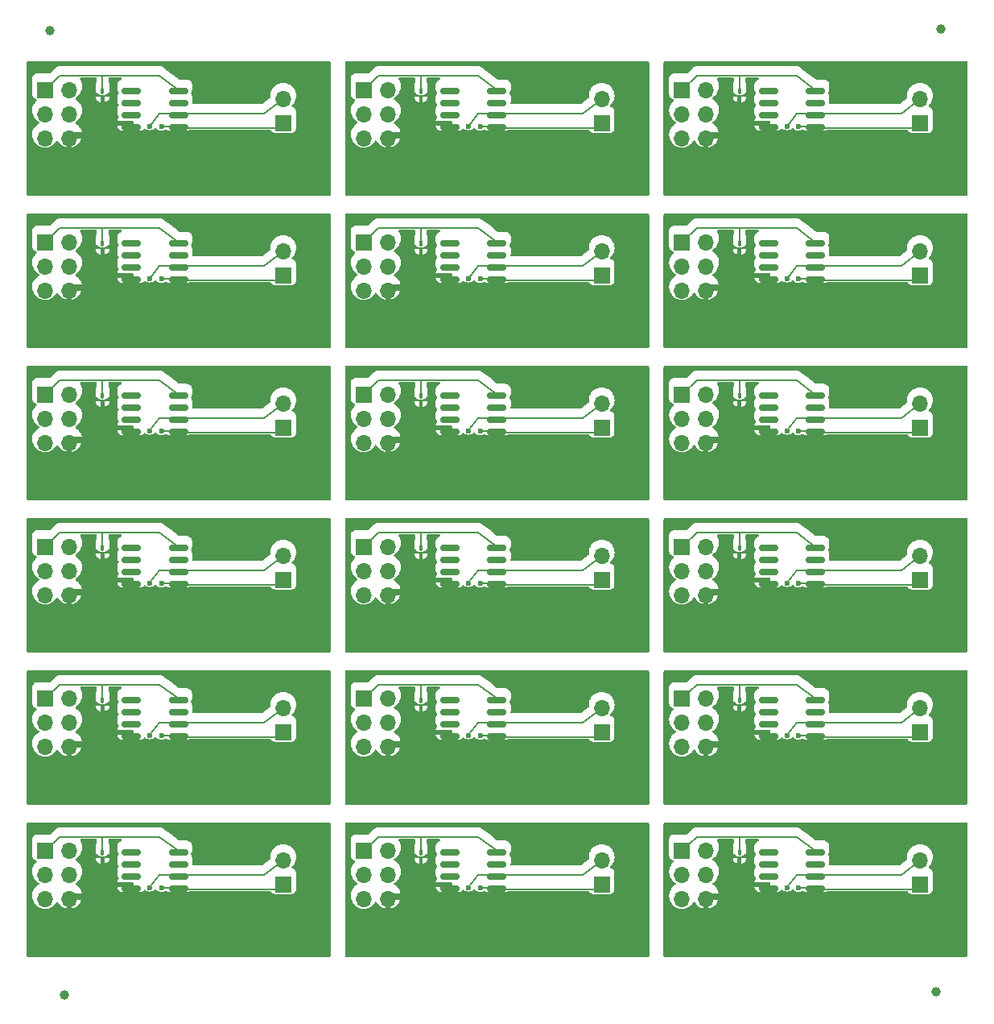
<source format=gbr>
%TF.GenerationSoftware,KiCad,Pcbnew,8.0.1*%
%TF.CreationDate,2024-04-28T15:40:33+08:00*%
%TF.ProjectId,pinban,70696e62-616e-42e6-9b69-6361645f7063,rev?*%
%TF.SameCoordinates,Original*%
%TF.FileFunction,Copper,L1,Top*%
%TF.FilePolarity,Positive*%
%FSLAX46Y46*%
G04 Gerber Fmt 4.6, Leading zero omitted, Abs format (unit mm)*
G04 Created by KiCad (PCBNEW 8.0.1) date 2024-04-28 15:40:33*
%MOMM*%
%LPD*%
G01*
G04 APERTURE LIST*
G04 Aperture macros list*
%AMRoundRect*
0 Rectangle with rounded corners*
0 $1 Rounding radius*
0 $2 $3 $4 $5 $6 $7 $8 $9 X,Y pos of 4 corners*
0 Add a 4 corners polygon primitive as box body*
4,1,4,$2,$3,$4,$5,$6,$7,$8,$9,$2,$3,0*
0 Add four circle primitives for the rounded corners*
1,1,$1+$1,$2,$3*
1,1,$1+$1,$4,$5*
1,1,$1+$1,$6,$7*
1,1,$1+$1,$8,$9*
0 Add four rect primitives between the rounded corners*
20,1,$1+$1,$2,$3,$4,$5,0*
20,1,$1+$1,$4,$5,$6,$7,0*
20,1,$1+$1,$6,$7,$8,$9,0*
20,1,$1+$1,$8,$9,$2,$3,0*%
G04 Aperture macros list end*
%TA.AperFunction,Conductor*%
%ADD10C,0.200000*%
%TD*%
%TA.AperFunction,SMDPad,CuDef*%
%ADD11C,1.000000*%
%TD*%
%TA.AperFunction,SMDPad,CuDef*%
%ADD12RoundRect,0.100000X-0.100000X0.217500X-0.100000X-0.217500X0.100000X-0.217500X0.100000X0.217500X0*%
%TD*%
%TA.AperFunction,ComponentPad*%
%ADD13R,1.700000X1.700000*%
%TD*%
%TA.AperFunction,ComponentPad*%
%ADD14O,1.700000X1.700000*%
%TD*%
%TA.AperFunction,SMDPad,CuDef*%
%ADD15RoundRect,0.150000X-0.825000X-0.150000X0.825000X-0.150000X0.825000X0.150000X-0.825000X0.150000X0*%
%TD*%
%TA.AperFunction,ViaPad*%
%ADD16C,0.600000*%
%TD*%
G04 APERTURE END LIST*
D10*
X131250000Y-112500000D02*
X141750000Y-112500000D01*
X154250000Y-118000000D02*
X154750000Y-117540000D01*
X129710000Y-114000000D02*
X131250000Y-112500000D01*
X138750000Y-118000000D02*
X136750000Y-119000000D01*
X143750000Y-118000000D02*
X154250000Y-118000000D01*
X143750000Y-116500000D02*
X141750000Y-116500000D01*
X140741779Y-117804901D02*
X141750000Y-116500000D01*
X135750000Y-112500000D02*
X135750000Y-114000000D01*
X141750000Y-112500000D02*
X143750000Y-114000000D01*
X152750000Y-116500000D02*
X154750000Y-115000000D01*
X135750000Y-115000000D02*
X135750000Y-119000000D01*
X143750000Y-116500000D02*
X152750000Y-116500000D01*
X141975287Y-117864449D02*
X143791522Y-117864449D01*
X136750000Y-119000000D02*
X132750000Y-119000000D01*
X97750000Y-112500000D02*
X108250000Y-112500000D01*
X120750000Y-118000000D02*
X121250000Y-117540000D01*
X96210000Y-114000000D02*
X97750000Y-112500000D01*
X105250000Y-118000000D02*
X103250000Y-119000000D01*
X110250000Y-118000000D02*
X120750000Y-118000000D01*
X110250000Y-116500000D02*
X108250000Y-116500000D01*
X107241779Y-117804901D02*
X108250000Y-116500000D01*
X102250000Y-112500000D02*
X102250000Y-114000000D01*
X108250000Y-112500000D02*
X110250000Y-114000000D01*
X119250000Y-116500000D02*
X121250000Y-115000000D01*
X102250000Y-115000000D02*
X102250000Y-119000000D01*
X110250000Y-116500000D02*
X119250000Y-116500000D01*
X108475287Y-117864449D02*
X110291522Y-117864449D01*
X103250000Y-119000000D02*
X99250000Y-119000000D01*
X64250000Y-112500000D02*
X74750000Y-112500000D01*
X87250000Y-118000000D02*
X87750000Y-117540000D01*
X62710000Y-114000000D02*
X64250000Y-112500000D01*
X71750000Y-118000000D02*
X69750000Y-119000000D01*
X76750000Y-118000000D02*
X87250000Y-118000000D01*
X76750000Y-116500000D02*
X74750000Y-116500000D01*
X73741779Y-117804901D02*
X74750000Y-116500000D01*
X68750000Y-112500000D02*
X68750000Y-114000000D01*
X74750000Y-112500000D02*
X76750000Y-114000000D01*
X85750000Y-116500000D02*
X87750000Y-115000000D01*
X68750000Y-115000000D02*
X68750000Y-119000000D01*
X76750000Y-116500000D02*
X85750000Y-116500000D01*
X74975287Y-117864449D02*
X76791522Y-117864449D01*
X69750000Y-119000000D02*
X65750000Y-119000000D01*
X131250000Y-96500000D02*
X141750000Y-96500000D01*
X154250000Y-102000000D02*
X154750000Y-101540000D01*
X129710000Y-98000000D02*
X131250000Y-96500000D01*
X138750000Y-102000000D02*
X136750000Y-103000000D01*
X143750000Y-102000000D02*
X154250000Y-102000000D01*
X143750000Y-100500000D02*
X141750000Y-100500000D01*
X140741779Y-101804901D02*
X141750000Y-100500000D01*
X135750000Y-96500000D02*
X135750000Y-98000000D01*
X141750000Y-96500000D02*
X143750000Y-98000000D01*
X152750000Y-100500000D02*
X154750000Y-99000000D01*
X135750000Y-99000000D02*
X135750000Y-103000000D01*
X143750000Y-100500000D02*
X152750000Y-100500000D01*
X141975287Y-101864449D02*
X143791522Y-101864449D01*
X136750000Y-103000000D02*
X132750000Y-103000000D01*
X97750000Y-96500000D02*
X108250000Y-96500000D01*
X120750000Y-102000000D02*
X121250000Y-101540000D01*
X96210000Y-98000000D02*
X97750000Y-96500000D01*
X105250000Y-102000000D02*
X103250000Y-103000000D01*
X110250000Y-102000000D02*
X120750000Y-102000000D01*
X110250000Y-100500000D02*
X108250000Y-100500000D01*
X107241779Y-101804901D02*
X108250000Y-100500000D01*
X102250000Y-96500000D02*
X102250000Y-98000000D01*
X108250000Y-96500000D02*
X110250000Y-98000000D01*
X119250000Y-100500000D02*
X121250000Y-99000000D01*
X102250000Y-99000000D02*
X102250000Y-103000000D01*
X110250000Y-100500000D02*
X119250000Y-100500000D01*
X108475287Y-101864449D02*
X110291522Y-101864449D01*
X103250000Y-103000000D02*
X99250000Y-103000000D01*
X64250000Y-96500000D02*
X74750000Y-96500000D01*
X87250000Y-102000000D02*
X87750000Y-101540000D01*
X62710000Y-98000000D02*
X64250000Y-96500000D01*
X71750000Y-102000000D02*
X69750000Y-103000000D01*
X76750000Y-102000000D02*
X87250000Y-102000000D01*
X76750000Y-100500000D02*
X74750000Y-100500000D01*
X73741779Y-101804901D02*
X74750000Y-100500000D01*
X68750000Y-96500000D02*
X68750000Y-98000000D01*
X74750000Y-96500000D02*
X76750000Y-98000000D01*
X85750000Y-100500000D02*
X87750000Y-99000000D01*
X68750000Y-99000000D02*
X68750000Y-103000000D01*
X76750000Y-100500000D02*
X85750000Y-100500000D01*
X74975287Y-101864449D02*
X76791522Y-101864449D01*
X69750000Y-103000000D02*
X65750000Y-103000000D01*
X131250000Y-80500000D02*
X141750000Y-80500000D01*
X154250000Y-86000000D02*
X154750000Y-85540000D01*
X129710000Y-82000000D02*
X131250000Y-80500000D01*
X138750000Y-86000000D02*
X136750000Y-87000000D01*
X143750000Y-86000000D02*
X154250000Y-86000000D01*
X143750000Y-84500000D02*
X141750000Y-84500000D01*
X140741779Y-85804901D02*
X141750000Y-84500000D01*
X135750000Y-80500000D02*
X135750000Y-82000000D01*
X141750000Y-80500000D02*
X143750000Y-82000000D01*
X152750000Y-84500000D02*
X154750000Y-83000000D01*
X135750000Y-83000000D02*
X135750000Y-87000000D01*
X143750000Y-84500000D02*
X152750000Y-84500000D01*
X141975287Y-85864449D02*
X143791522Y-85864449D01*
X136750000Y-87000000D02*
X132750000Y-87000000D01*
X97750000Y-80500000D02*
X108250000Y-80500000D01*
X120750000Y-86000000D02*
X121250000Y-85540000D01*
X96210000Y-82000000D02*
X97750000Y-80500000D01*
X105250000Y-86000000D02*
X103250000Y-87000000D01*
X110250000Y-86000000D02*
X120750000Y-86000000D01*
X110250000Y-84500000D02*
X108250000Y-84500000D01*
X107241779Y-85804901D02*
X108250000Y-84500000D01*
X102250000Y-80500000D02*
X102250000Y-82000000D01*
X108250000Y-80500000D02*
X110250000Y-82000000D01*
X119250000Y-84500000D02*
X121250000Y-83000000D01*
X102250000Y-83000000D02*
X102250000Y-87000000D01*
X110250000Y-84500000D02*
X119250000Y-84500000D01*
X108475287Y-85864449D02*
X110291522Y-85864449D01*
X103250000Y-87000000D02*
X99250000Y-87000000D01*
X64250000Y-80500000D02*
X74750000Y-80500000D01*
X87250000Y-86000000D02*
X87750000Y-85540000D01*
X62710000Y-82000000D02*
X64250000Y-80500000D01*
X71750000Y-86000000D02*
X69750000Y-87000000D01*
X76750000Y-86000000D02*
X87250000Y-86000000D01*
X76750000Y-84500000D02*
X74750000Y-84500000D01*
X73741779Y-85804901D02*
X74750000Y-84500000D01*
X68750000Y-80500000D02*
X68750000Y-82000000D01*
X74750000Y-80500000D02*
X76750000Y-82000000D01*
X85750000Y-84500000D02*
X87750000Y-83000000D01*
X68750000Y-83000000D02*
X68750000Y-87000000D01*
X76750000Y-84500000D02*
X85750000Y-84500000D01*
X74975287Y-85864449D02*
X76791522Y-85864449D01*
X69750000Y-87000000D02*
X65750000Y-87000000D01*
X131250000Y-64500000D02*
X141750000Y-64500000D01*
X154250000Y-70000000D02*
X154750000Y-69540000D01*
X129710000Y-66000000D02*
X131250000Y-64500000D01*
X138750000Y-70000000D02*
X136750000Y-71000000D01*
X143750000Y-70000000D02*
X154250000Y-70000000D01*
X143750000Y-68500000D02*
X141750000Y-68500000D01*
X140741779Y-69804901D02*
X141750000Y-68500000D01*
X135750000Y-64500000D02*
X135750000Y-66000000D01*
X141750000Y-64500000D02*
X143750000Y-66000000D01*
X152750000Y-68500000D02*
X154750000Y-67000000D01*
X135750000Y-67000000D02*
X135750000Y-71000000D01*
X143750000Y-68500000D02*
X152750000Y-68500000D01*
X141975287Y-69864449D02*
X143791522Y-69864449D01*
X136750000Y-71000000D02*
X132750000Y-71000000D01*
X97750000Y-64500000D02*
X108250000Y-64500000D01*
X120750000Y-70000000D02*
X121250000Y-69540000D01*
X96210000Y-66000000D02*
X97750000Y-64500000D01*
X105250000Y-70000000D02*
X103250000Y-71000000D01*
X110250000Y-70000000D02*
X120750000Y-70000000D01*
X110250000Y-68500000D02*
X108250000Y-68500000D01*
X107241779Y-69804901D02*
X108250000Y-68500000D01*
X102250000Y-64500000D02*
X102250000Y-66000000D01*
X108250000Y-64500000D02*
X110250000Y-66000000D01*
X119250000Y-68500000D02*
X121250000Y-67000000D01*
X102250000Y-67000000D02*
X102250000Y-71000000D01*
X110250000Y-68500000D02*
X119250000Y-68500000D01*
X108475287Y-69864449D02*
X110291522Y-69864449D01*
X103250000Y-71000000D02*
X99250000Y-71000000D01*
X64250000Y-64500000D02*
X74750000Y-64500000D01*
X87250000Y-70000000D02*
X87750000Y-69540000D01*
X62710000Y-66000000D02*
X64250000Y-64500000D01*
X71750000Y-70000000D02*
X69750000Y-71000000D01*
X76750000Y-70000000D02*
X87250000Y-70000000D01*
X76750000Y-68500000D02*
X74750000Y-68500000D01*
X73741779Y-69804901D02*
X74750000Y-68500000D01*
X68750000Y-64500000D02*
X68750000Y-66000000D01*
X74750000Y-64500000D02*
X76750000Y-66000000D01*
X85750000Y-68500000D02*
X87750000Y-67000000D01*
X68750000Y-67000000D02*
X68750000Y-71000000D01*
X76750000Y-68500000D02*
X85750000Y-68500000D01*
X74975287Y-69864449D02*
X76791522Y-69864449D01*
X69750000Y-71000000D02*
X65750000Y-71000000D01*
X131250000Y-48500000D02*
X141750000Y-48500000D01*
X154250000Y-54000000D02*
X154750000Y-53540000D01*
X129710000Y-50000000D02*
X131250000Y-48500000D01*
X138750000Y-54000000D02*
X136750000Y-55000000D01*
X143750000Y-54000000D02*
X154250000Y-54000000D01*
X143750000Y-52500000D02*
X141750000Y-52500000D01*
X140741779Y-53804901D02*
X141750000Y-52500000D01*
X135750000Y-48500000D02*
X135750000Y-50000000D01*
X141750000Y-48500000D02*
X143750000Y-50000000D01*
X152750000Y-52500000D02*
X154750000Y-51000000D01*
X135750000Y-51000000D02*
X135750000Y-55000000D01*
X143750000Y-52500000D02*
X152750000Y-52500000D01*
X141975287Y-53864449D02*
X143791522Y-53864449D01*
X136750000Y-55000000D02*
X132750000Y-55000000D01*
X97750000Y-48500000D02*
X108250000Y-48500000D01*
X120750000Y-54000000D02*
X121250000Y-53540000D01*
X96210000Y-50000000D02*
X97750000Y-48500000D01*
X105250000Y-54000000D02*
X103250000Y-55000000D01*
X110250000Y-54000000D02*
X120750000Y-54000000D01*
X110250000Y-52500000D02*
X108250000Y-52500000D01*
X107241779Y-53804901D02*
X108250000Y-52500000D01*
X102250000Y-48500000D02*
X102250000Y-50000000D01*
X108250000Y-48500000D02*
X110250000Y-50000000D01*
X119250000Y-52500000D02*
X121250000Y-51000000D01*
X102250000Y-51000000D02*
X102250000Y-55000000D01*
X110250000Y-52500000D02*
X119250000Y-52500000D01*
X108475287Y-53864449D02*
X110291522Y-53864449D01*
X103250000Y-55000000D02*
X99250000Y-55000000D01*
X64250000Y-48500000D02*
X74750000Y-48500000D01*
X87250000Y-54000000D02*
X87750000Y-53540000D01*
X62710000Y-50000000D02*
X64250000Y-48500000D01*
X71750000Y-54000000D02*
X69750000Y-55000000D01*
X76750000Y-54000000D02*
X87250000Y-54000000D01*
X76750000Y-52500000D02*
X74750000Y-52500000D01*
X73741779Y-53804901D02*
X74750000Y-52500000D01*
X68750000Y-48500000D02*
X68750000Y-50000000D01*
X74750000Y-48500000D02*
X76750000Y-50000000D01*
X85750000Y-52500000D02*
X87750000Y-51000000D01*
X68750000Y-51000000D02*
X68750000Y-55000000D01*
X76750000Y-52500000D02*
X85750000Y-52500000D01*
X74975287Y-53864449D02*
X76791522Y-53864449D01*
X69750000Y-55000000D02*
X65750000Y-55000000D01*
X131250000Y-32500000D02*
X141750000Y-32500000D01*
X154250000Y-38000000D02*
X154750000Y-37540000D01*
X129710000Y-34000000D02*
X131250000Y-32500000D01*
X138750000Y-38000000D02*
X136750000Y-39000000D01*
X143750000Y-38000000D02*
X154250000Y-38000000D01*
X143750000Y-36500000D02*
X141750000Y-36500000D01*
X140741779Y-37804901D02*
X141750000Y-36500000D01*
X135750000Y-32500000D02*
X135750000Y-34000000D01*
X141750000Y-32500000D02*
X143750000Y-34000000D01*
X152750000Y-36500000D02*
X154750000Y-35000000D01*
X135750000Y-35000000D02*
X135750000Y-39000000D01*
X143750000Y-36500000D02*
X152750000Y-36500000D01*
X141975287Y-37864449D02*
X143791522Y-37864449D01*
X136750000Y-39000000D02*
X132750000Y-39000000D01*
X97750000Y-32500000D02*
X108250000Y-32500000D01*
X120750000Y-38000000D02*
X121250000Y-37540000D01*
X96210000Y-34000000D02*
X97750000Y-32500000D01*
X105250000Y-38000000D02*
X103250000Y-39000000D01*
X110250000Y-38000000D02*
X120750000Y-38000000D01*
X110250000Y-36500000D02*
X108250000Y-36500000D01*
X107241779Y-37804901D02*
X108250000Y-36500000D01*
X102250000Y-32500000D02*
X102250000Y-34000000D01*
X108250000Y-32500000D02*
X110250000Y-34000000D01*
X119250000Y-36500000D02*
X121250000Y-35000000D01*
X102250000Y-35000000D02*
X102250000Y-39000000D01*
X110250000Y-36500000D02*
X119250000Y-36500000D01*
X108475287Y-37864449D02*
X110291522Y-37864449D01*
X103250000Y-39000000D02*
X99250000Y-39000000D01*
X69750000Y-39000000D02*
X65750000Y-39000000D01*
X74975287Y-37864449D02*
X76791522Y-37864449D01*
X76750000Y-36500000D02*
X85750000Y-36500000D01*
X71750000Y-38000000D02*
X69750000Y-39000000D01*
X62710000Y-34000000D02*
X64250000Y-32500000D01*
X64250000Y-32500000D02*
X74750000Y-32500000D01*
X74750000Y-32500000D02*
X76750000Y-34000000D01*
X76750000Y-38000000D02*
X87250000Y-38000000D01*
X73741779Y-37804901D02*
X74750000Y-36500000D01*
X68750000Y-35000000D02*
X68750000Y-39000000D01*
X87250000Y-38000000D02*
X87750000Y-37540000D01*
X85750000Y-36500000D02*
X87750000Y-35000000D01*
X76750000Y-36500000D02*
X74750000Y-36500000D01*
X68750000Y-32500000D02*
X68750000Y-34000000D01*
D11*
X156400000Y-128800000D03*
X64700000Y-129100000D03*
X156900000Y-27600000D03*
X63200000Y-27800000D03*
D12*
X135750000Y-114092500D03*
X135750000Y-114907500D03*
D13*
X154750000Y-117540000D03*
D14*
X154750000Y-115000000D03*
D15*
X138775000Y-114095000D03*
X138775000Y-115365000D03*
X138775000Y-116635000D03*
X138775000Y-117905000D03*
X143725000Y-117905000D03*
X143725000Y-116635000D03*
X143725000Y-115365000D03*
X143725000Y-114095000D03*
D13*
X129710000Y-114000000D03*
D14*
X132250000Y-114000000D03*
X129710000Y-116540000D03*
X132250000Y-116540000D03*
X129710000Y-119080000D03*
X132250000Y-119080000D03*
D12*
X102250000Y-114092500D03*
X102250000Y-114907500D03*
D13*
X121250000Y-117540000D03*
D14*
X121250000Y-115000000D03*
D15*
X105275000Y-114095000D03*
X105275000Y-115365000D03*
X105275000Y-116635000D03*
X105275000Y-117905000D03*
X110225000Y-117905000D03*
X110225000Y-116635000D03*
X110225000Y-115365000D03*
X110225000Y-114095000D03*
D13*
X96210000Y-114000000D03*
D14*
X98750000Y-114000000D03*
X96210000Y-116540000D03*
X98750000Y-116540000D03*
X96210000Y-119080000D03*
X98750000Y-119080000D03*
D12*
X68750000Y-114092500D03*
X68750000Y-114907500D03*
D13*
X87750000Y-117540000D03*
D14*
X87750000Y-115000000D03*
D15*
X71775000Y-114095000D03*
X71775000Y-115365000D03*
X71775000Y-116635000D03*
X71775000Y-117905000D03*
X76725000Y-117905000D03*
X76725000Y-116635000D03*
X76725000Y-115365000D03*
X76725000Y-114095000D03*
D13*
X62710000Y-114000000D03*
D14*
X65250000Y-114000000D03*
X62710000Y-116540000D03*
X65250000Y-116540000D03*
X62710000Y-119080000D03*
X65250000Y-119080000D03*
D12*
X135750000Y-98092500D03*
X135750000Y-98907500D03*
D13*
X154750000Y-101540000D03*
D14*
X154750000Y-99000000D03*
D15*
X138775000Y-98095000D03*
X138775000Y-99365000D03*
X138775000Y-100635000D03*
X138775000Y-101905000D03*
X143725000Y-101905000D03*
X143725000Y-100635000D03*
X143725000Y-99365000D03*
X143725000Y-98095000D03*
D13*
X129710000Y-98000000D03*
D14*
X132250000Y-98000000D03*
X129710000Y-100540000D03*
X132250000Y-100540000D03*
X129710000Y-103080000D03*
X132250000Y-103080000D03*
D12*
X102250000Y-98092500D03*
X102250000Y-98907500D03*
D13*
X121250000Y-101540000D03*
D14*
X121250000Y-99000000D03*
D15*
X105275000Y-98095000D03*
X105275000Y-99365000D03*
X105275000Y-100635000D03*
X105275000Y-101905000D03*
X110225000Y-101905000D03*
X110225000Y-100635000D03*
X110225000Y-99365000D03*
X110225000Y-98095000D03*
D13*
X96210000Y-98000000D03*
D14*
X98750000Y-98000000D03*
X96210000Y-100540000D03*
X98750000Y-100540000D03*
X96210000Y-103080000D03*
X98750000Y-103080000D03*
D12*
X68750000Y-98092500D03*
X68750000Y-98907500D03*
D13*
X87750000Y-101540000D03*
D14*
X87750000Y-99000000D03*
D15*
X71775000Y-98095000D03*
X71775000Y-99365000D03*
X71775000Y-100635000D03*
X71775000Y-101905000D03*
X76725000Y-101905000D03*
X76725000Y-100635000D03*
X76725000Y-99365000D03*
X76725000Y-98095000D03*
D13*
X62710000Y-98000000D03*
D14*
X65250000Y-98000000D03*
X62710000Y-100540000D03*
X65250000Y-100540000D03*
X62710000Y-103080000D03*
X65250000Y-103080000D03*
D12*
X135750000Y-82092500D03*
X135750000Y-82907500D03*
D13*
X154750000Y-85540000D03*
D14*
X154750000Y-83000000D03*
D15*
X138775000Y-82095000D03*
X138775000Y-83365000D03*
X138775000Y-84635000D03*
X138775000Y-85905000D03*
X143725000Y-85905000D03*
X143725000Y-84635000D03*
X143725000Y-83365000D03*
X143725000Y-82095000D03*
D13*
X129710000Y-82000000D03*
D14*
X132250000Y-82000000D03*
X129710000Y-84540000D03*
X132250000Y-84540000D03*
X129710000Y-87080000D03*
X132250000Y-87080000D03*
D12*
X102250000Y-82092500D03*
X102250000Y-82907500D03*
D13*
X121250000Y-85540000D03*
D14*
X121250000Y-83000000D03*
D15*
X105275000Y-82095000D03*
X105275000Y-83365000D03*
X105275000Y-84635000D03*
X105275000Y-85905000D03*
X110225000Y-85905000D03*
X110225000Y-84635000D03*
X110225000Y-83365000D03*
X110225000Y-82095000D03*
D13*
X96210000Y-82000000D03*
D14*
X98750000Y-82000000D03*
X96210000Y-84540000D03*
X98750000Y-84540000D03*
X96210000Y-87080000D03*
X98750000Y-87080000D03*
D12*
X68750000Y-82092500D03*
X68750000Y-82907500D03*
D13*
X87750000Y-85540000D03*
D14*
X87750000Y-83000000D03*
D15*
X71775000Y-82095000D03*
X71775000Y-83365000D03*
X71775000Y-84635000D03*
X71775000Y-85905000D03*
X76725000Y-85905000D03*
X76725000Y-84635000D03*
X76725000Y-83365000D03*
X76725000Y-82095000D03*
D13*
X62710000Y-82000000D03*
D14*
X65250000Y-82000000D03*
X62710000Y-84540000D03*
X65250000Y-84540000D03*
X62710000Y-87080000D03*
X65250000Y-87080000D03*
D12*
X135750000Y-66092500D03*
X135750000Y-66907500D03*
D13*
X154750000Y-69540000D03*
D14*
X154750000Y-67000000D03*
D15*
X138775000Y-66095000D03*
X138775000Y-67365000D03*
X138775000Y-68635000D03*
X138775000Y-69905000D03*
X143725000Y-69905000D03*
X143725000Y-68635000D03*
X143725000Y-67365000D03*
X143725000Y-66095000D03*
D13*
X129710000Y-66000000D03*
D14*
X132250000Y-66000000D03*
X129710000Y-68540000D03*
X132250000Y-68540000D03*
X129710000Y-71080000D03*
X132250000Y-71080000D03*
D12*
X102250000Y-66092500D03*
X102250000Y-66907500D03*
D13*
X121250000Y-69540000D03*
D14*
X121250000Y-67000000D03*
D15*
X105275000Y-66095000D03*
X105275000Y-67365000D03*
X105275000Y-68635000D03*
X105275000Y-69905000D03*
X110225000Y-69905000D03*
X110225000Y-68635000D03*
X110225000Y-67365000D03*
X110225000Y-66095000D03*
D13*
X96210000Y-66000000D03*
D14*
X98750000Y-66000000D03*
X96210000Y-68540000D03*
X98750000Y-68540000D03*
X96210000Y-71080000D03*
X98750000Y-71080000D03*
D12*
X68750000Y-66092500D03*
X68750000Y-66907500D03*
D13*
X87750000Y-69540000D03*
D14*
X87750000Y-67000000D03*
D15*
X71775000Y-66095000D03*
X71775000Y-67365000D03*
X71775000Y-68635000D03*
X71775000Y-69905000D03*
X76725000Y-69905000D03*
X76725000Y-68635000D03*
X76725000Y-67365000D03*
X76725000Y-66095000D03*
D13*
X62710000Y-66000000D03*
D14*
X65250000Y-66000000D03*
X62710000Y-68540000D03*
X65250000Y-68540000D03*
X62710000Y-71080000D03*
X65250000Y-71080000D03*
D12*
X135750000Y-50092500D03*
X135750000Y-50907500D03*
D13*
X154750000Y-53540000D03*
D14*
X154750000Y-51000000D03*
D15*
X138775000Y-50095000D03*
X138775000Y-51365000D03*
X138775000Y-52635000D03*
X138775000Y-53905000D03*
X143725000Y-53905000D03*
X143725000Y-52635000D03*
X143725000Y-51365000D03*
X143725000Y-50095000D03*
D13*
X129710000Y-50000000D03*
D14*
X132250000Y-50000000D03*
X129710000Y-52540000D03*
X132250000Y-52540000D03*
X129710000Y-55080000D03*
X132250000Y-55080000D03*
D12*
X102250000Y-50092500D03*
X102250000Y-50907500D03*
D13*
X121250000Y-53540000D03*
D14*
X121250000Y-51000000D03*
D15*
X105275000Y-50095000D03*
X105275000Y-51365000D03*
X105275000Y-52635000D03*
X105275000Y-53905000D03*
X110225000Y-53905000D03*
X110225000Y-52635000D03*
X110225000Y-51365000D03*
X110225000Y-50095000D03*
D13*
X96210000Y-50000000D03*
D14*
X98750000Y-50000000D03*
X96210000Y-52540000D03*
X98750000Y-52540000D03*
X96210000Y-55080000D03*
X98750000Y-55080000D03*
D12*
X68750000Y-50092500D03*
X68750000Y-50907500D03*
D13*
X87750000Y-53540000D03*
D14*
X87750000Y-51000000D03*
D15*
X71775000Y-50095000D03*
X71775000Y-51365000D03*
X71775000Y-52635000D03*
X71775000Y-53905000D03*
X76725000Y-53905000D03*
X76725000Y-52635000D03*
X76725000Y-51365000D03*
X76725000Y-50095000D03*
D13*
X62710000Y-50000000D03*
D14*
X65250000Y-50000000D03*
X62710000Y-52540000D03*
X65250000Y-52540000D03*
X62710000Y-55080000D03*
X65250000Y-55080000D03*
D12*
X135750000Y-34092500D03*
X135750000Y-34907500D03*
D13*
X154750000Y-37540000D03*
D14*
X154750000Y-35000000D03*
D15*
X138775000Y-34095000D03*
X138775000Y-35365000D03*
X138775000Y-36635000D03*
X138775000Y-37905000D03*
X143725000Y-37905000D03*
X143725000Y-36635000D03*
X143725000Y-35365000D03*
X143725000Y-34095000D03*
D13*
X129710000Y-34000000D03*
D14*
X132250000Y-34000000D03*
X129710000Y-36540000D03*
X132250000Y-36540000D03*
X129710000Y-39080000D03*
X132250000Y-39080000D03*
D12*
X102250000Y-34092500D03*
X102250000Y-34907500D03*
D13*
X121250000Y-37540000D03*
D14*
X121250000Y-35000000D03*
D15*
X105275000Y-34095000D03*
X105275000Y-35365000D03*
X105275000Y-36635000D03*
X105275000Y-37905000D03*
X110225000Y-37905000D03*
X110225000Y-36635000D03*
X110225000Y-35365000D03*
X110225000Y-34095000D03*
D13*
X96210000Y-34000000D03*
D14*
X98750000Y-34000000D03*
X96210000Y-36540000D03*
X98750000Y-36540000D03*
X96210000Y-39080000D03*
X98750000Y-39080000D03*
D15*
X71775000Y-34095000D03*
X71775000Y-35365000D03*
X71775000Y-36635000D03*
X71775000Y-37905000D03*
X76725000Y-37905000D03*
X76725000Y-36635000D03*
X76725000Y-35365000D03*
X76725000Y-34095000D03*
D13*
X62710000Y-34000000D03*
D14*
X65250000Y-34000000D03*
X62710000Y-36540000D03*
X65250000Y-36540000D03*
X62710000Y-39080000D03*
X65250000Y-39080000D03*
D13*
X87750000Y-37540000D03*
D14*
X87750000Y-35000000D03*
D12*
X68750000Y-34092500D03*
X68750000Y-34907500D03*
D16*
X140733272Y-117834675D03*
X141966780Y-117868703D03*
X107233272Y-117834675D03*
X108466780Y-117868703D03*
X73733272Y-117834675D03*
X74966780Y-117868703D03*
X140733272Y-101834675D03*
X141966780Y-101868703D03*
X107233272Y-101834675D03*
X108466780Y-101868703D03*
X73733272Y-101834675D03*
X74966780Y-101868703D03*
X140733272Y-85834675D03*
X141966780Y-85868703D03*
X107233272Y-85834675D03*
X108466780Y-85868703D03*
X73733272Y-85834675D03*
X74966780Y-85868703D03*
X140733272Y-69834675D03*
X141966780Y-69868703D03*
X107233272Y-69834675D03*
X108466780Y-69868703D03*
X73733272Y-69834675D03*
X74966780Y-69868703D03*
X140733272Y-53834675D03*
X141966780Y-53868703D03*
X107233272Y-53834675D03*
X108466780Y-53868703D03*
X73733272Y-53834675D03*
X74966780Y-53868703D03*
X140733272Y-37834675D03*
X141966780Y-37868703D03*
X107233272Y-37834675D03*
X108466780Y-37868703D03*
X73733272Y-37834675D03*
X74966780Y-37868703D03*
%TA.AperFunction,Conductor*%
G36*
X92693039Y-31020185D02*
G01*
X92738794Y-31072989D01*
X92750000Y-31124500D01*
X92750000Y-44975500D01*
X92730315Y-45042539D01*
X92677511Y-45088294D01*
X92626000Y-45099500D01*
X60874000Y-45099500D01*
X60806961Y-45079815D01*
X60761206Y-45027011D01*
X60750000Y-44975500D01*
X60750000Y-38680000D01*
X61354341Y-38680000D01*
X61374936Y-38915403D01*
X61374938Y-38915413D01*
X61436094Y-39143655D01*
X61436096Y-39143659D01*
X61436097Y-39143663D01*
X61519155Y-39321781D01*
X61535965Y-39357830D01*
X61535967Y-39357834D01*
X61644281Y-39512521D01*
X61671505Y-39551401D01*
X61838599Y-39718495D01*
X61935384Y-39786265D01*
X62032165Y-39854032D01*
X62032167Y-39854033D01*
X62032170Y-39854035D01*
X62246337Y-39953903D01*
X62474592Y-40015063D01*
X62662918Y-40031539D01*
X62709999Y-40035659D01*
X62710000Y-40035659D01*
X62710001Y-40035659D01*
X62749234Y-40032226D01*
X62945408Y-40015063D01*
X63173663Y-39953903D01*
X63387830Y-39854035D01*
X63581401Y-39718495D01*
X63748495Y-39551401D01*
X63878730Y-39365405D01*
X63933307Y-39321781D01*
X64002805Y-39314587D01*
X64065160Y-39346110D01*
X64081879Y-39365405D01*
X64211890Y-39551078D01*
X64378917Y-39718105D01*
X64572421Y-39853600D01*
X64786507Y-39953429D01*
X64786516Y-39953433D01*
X65000000Y-40010634D01*
X65000000Y-39113012D01*
X65057007Y-39145925D01*
X65184174Y-39180000D01*
X65315826Y-39180000D01*
X65442993Y-39145925D01*
X65500000Y-39113012D01*
X65500000Y-40010633D01*
X65713483Y-39953433D01*
X65713492Y-39953429D01*
X65927578Y-39853600D01*
X66121082Y-39718105D01*
X66288105Y-39551082D01*
X66423600Y-39357578D01*
X66523429Y-39143492D01*
X66523432Y-39143486D01*
X66580636Y-38930000D01*
X65683012Y-38930000D01*
X65715925Y-38872993D01*
X65750000Y-38745826D01*
X65750000Y-38614174D01*
X65715925Y-38487007D01*
X65683012Y-38430000D01*
X66580636Y-38430000D01*
X66580635Y-38429999D01*
X66523432Y-38216513D01*
X66523429Y-38216507D01*
X66423600Y-38002422D01*
X66423599Y-38002420D01*
X66288113Y-37808926D01*
X66288108Y-37808920D01*
X66234189Y-37755001D01*
X70302704Y-37755001D01*
X70302899Y-37757486D01*
X70348718Y-37915198D01*
X70432314Y-38056552D01*
X70432321Y-38056561D01*
X70548438Y-38172678D01*
X70548447Y-38172685D01*
X70689803Y-38256282D01*
X70689806Y-38256283D01*
X70847504Y-38302099D01*
X70847510Y-38302100D01*
X70884350Y-38304999D01*
X70884366Y-38305000D01*
X71525000Y-38305000D01*
X71525000Y-37755000D01*
X70302705Y-37755000D01*
X70302704Y-37755001D01*
X66234189Y-37755001D01*
X66121078Y-37641890D01*
X65935405Y-37511879D01*
X65891780Y-37457302D01*
X65884588Y-37387804D01*
X65916110Y-37325449D01*
X65935406Y-37308730D01*
X65935842Y-37308425D01*
X66121401Y-37178495D01*
X66288495Y-37011401D01*
X66424035Y-36817830D01*
X66523903Y-36603663D01*
X66585063Y-36375408D01*
X66605659Y-36140000D01*
X66585063Y-35904592D01*
X66525725Y-35683137D01*
X66523905Y-35676344D01*
X66523904Y-35676343D01*
X66523903Y-35676337D01*
X66424035Y-35462171D01*
X66418425Y-35454158D01*
X66288494Y-35268597D01*
X66121402Y-35101506D01*
X66121396Y-35101501D01*
X65935842Y-34971575D01*
X65892217Y-34916998D01*
X65885023Y-34847500D01*
X65916546Y-34785145D01*
X65935842Y-34768425D01*
X66015808Y-34712432D01*
X66121401Y-34638495D01*
X66288495Y-34471401D01*
X66424035Y-34277830D01*
X66523903Y-34063663D01*
X66585063Y-33835408D01*
X66605659Y-33600000D01*
X66585063Y-33364592D01*
X66531615Y-33165119D01*
X66523905Y-33136344D01*
X66523904Y-33136343D01*
X66523903Y-33136337D01*
X66424035Y-32922171D01*
X66405445Y-32895622D01*
X66383119Y-32829418D01*
X66400129Y-32761650D01*
X66451077Y-32713837D01*
X66507021Y-32700500D01*
X68025500Y-32700500D01*
X68092539Y-32720185D01*
X68138294Y-32772989D01*
X68149500Y-32824500D01*
X68149500Y-33098742D01*
X68129815Y-33165781D01*
X68126073Y-33171103D01*
X68125465Y-33172156D01*
X68064956Y-33318237D01*
X68064955Y-33318239D01*
X68049500Y-33435638D01*
X68049500Y-33949363D01*
X68064954Y-34066756D01*
X68065525Y-34068886D01*
X68065525Y-34071091D01*
X68066016Y-34074821D01*
X68065525Y-34074885D01*
X68065526Y-34125184D01*
X68066505Y-34125313D01*
X68065526Y-34132741D01*
X68065527Y-34133060D01*
X68065444Y-34133368D01*
X68050000Y-34250669D01*
X68050000Y-34307500D01*
X68139574Y-34307500D01*
X68206613Y-34327185D01*
X68214878Y-34333845D01*
X68215271Y-34333334D01*
X68221716Y-34338279D01*
X68221718Y-34338282D01*
X68347159Y-34434536D01*
X68347160Y-34434536D01*
X68347161Y-34434537D01*
X68430215Y-34468939D01*
X68484619Y-34512780D01*
X68506684Y-34579074D01*
X68489405Y-34646773D01*
X68438268Y-34694384D01*
X68382763Y-34707500D01*
X68050001Y-34707500D01*
X68050001Y-34764324D01*
X68065442Y-34881628D01*
X68065444Y-34881633D01*
X68125899Y-35027585D01*
X68222075Y-35152924D01*
X68347414Y-35249100D01*
X68493366Y-35309555D01*
X68493372Y-35309557D01*
X68549998Y-35317011D01*
X68550000Y-35317010D01*
X68550000Y-34695295D01*
X68531195Y-34660857D01*
X68536179Y-34591165D01*
X68578051Y-34535232D01*
X68643515Y-34510815D01*
X68652337Y-34510499D01*
X68847638Y-34510499D01*
X68914677Y-34530184D01*
X68960432Y-34582988D01*
X68970376Y-34652146D01*
X68950000Y-34696763D01*
X68950000Y-35317010D01*
X68950001Y-35317011D01*
X69006627Y-35309557D01*
X69006633Y-35309555D01*
X69152585Y-35249100D01*
X69277924Y-35152924D01*
X69374100Y-35027586D01*
X69434554Y-34881634D01*
X69434555Y-34881630D01*
X69449999Y-34764330D01*
X69450000Y-34764316D01*
X69450000Y-34707500D01*
X69117237Y-34707500D01*
X69050198Y-34687815D01*
X69004443Y-34635011D01*
X68994499Y-34565853D01*
X69023524Y-34502297D01*
X69069785Y-34468939D01*
X69077032Y-34465936D01*
X69152841Y-34434536D01*
X69278282Y-34338282D01*
X69278283Y-34338279D01*
X69284729Y-34333334D01*
X69286860Y-34336111D01*
X69334068Y-34310334D01*
X69360426Y-34307500D01*
X69449999Y-34307500D01*
X69449999Y-34250677D01*
X69434555Y-34133371D01*
X69434475Y-34133069D01*
X69434475Y-34132756D01*
X69433495Y-34125312D01*
X69434475Y-34125182D01*
X69434475Y-34074884D01*
X69433983Y-34074820D01*
X69434475Y-34071075D01*
X69434476Y-34068879D01*
X69435040Y-34066771D01*
X69435044Y-34066762D01*
X69450500Y-33949361D01*
X69450499Y-33435640D01*
X69450499Y-33435638D01*
X69450499Y-33435636D01*
X69435046Y-33318246D01*
X69435044Y-33318239D01*
X69435044Y-33318238D01*
X69374536Y-33172159D01*
X69374534Y-33172156D01*
X69370472Y-33165119D01*
X69372213Y-33164113D01*
X69350930Y-33109057D01*
X69350500Y-33098742D01*
X69350500Y-32824500D01*
X69370185Y-32757461D01*
X69422989Y-32711706D01*
X69474500Y-32700500D01*
X70653903Y-32700500D01*
X70720942Y-32720185D01*
X70766697Y-32772989D01*
X70776641Y-32842147D01*
X70747616Y-32905703D01*
X70696164Y-32938768D01*
X70696765Y-32940156D01*
X70689603Y-32943255D01*
X70548137Y-33026917D01*
X70548129Y-33026923D01*
X70431923Y-33143129D01*
X70431917Y-33143137D01*
X70348255Y-33284603D01*
X70348254Y-33284606D01*
X70302402Y-33442426D01*
X70302401Y-33442432D01*
X70299500Y-33479298D01*
X70299500Y-33910701D01*
X70302401Y-33947567D01*
X70302402Y-33947573D01*
X70348254Y-34105393D01*
X70348255Y-34105396D01*
X70348256Y-34105398D01*
X70364615Y-34133060D01*
X70431917Y-34246862D01*
X70436702Y-34253031D01*
X70434256Y-34254927D01*
X70460857Y-34303642D01*
X70455873Y-34373334D01*
X70435069Y-34405703D01*
X70436702Y-34406969D01*
X70431917Y-34413137D01*
X70348255Y-34554603D01*
X70348254Y-34554606D01*
X70302402Y-34712426D01*
X70302401Y-34712432D01*
X70299500Y-34749298D01*
X70299500Y-35180701D01*
X70302401Y-35217567D01*
X70302402Y-35217573D01*
X70348254Y-35375393D01*
X70348255Y-35375396D01*
X70431917Y-35516862D01*
X70436702Y-35523031D01*
X70434256Y-35524927D01*
X70460857Y-35573642D01*
X70455873Y-35643334D01*
X70435069Y-35675703D01*
X70436702Y-35676969D01*
X70431917Y-35683137D01*
X70348255Y-35824603D01*
X70348254Y-35824606D01*
X70302402Y-35982426D01*
X70302401Y-35982432D01*
X70299500Y-36019298D01*
X70299500Y-36450701D01*
X70302401Y-36487567D01*
X70302402Y-36487573D01*
X70348254Y-36645393D01*
X70348255Y-36645396D01*
X70348256Y-36645398D01*
X70380843Y-36700499D01*
X70429357Y-36782534D01*
X70431918Y-36786864D01*
X70436702Y-36793031D01*
X70434369Y-36794840D01*
X70461210Y-36843995D01*
X70456226Y-36913687D01*
X70435470Y-36946021D01*
X70437097Y-36947283D01*
X70432313Y-36953449D01*
X70348718Y-37094801D01*
X70302899Y-37252513D01*
X70302704Y-37254998D01*
X70302705Y-37255000D01*
X71901000Y-37255000D01*
X71968039Y-37274685D01*
X72013794Y-37327489D01*
X72025000Y-37379000D01*
X72025000Y-38305000D01*
X72665634Y-38305000D01*
X72665649Y-38304999D01*
X72702489Y-38302100D01*
X72702495Y-38302099D01*
X72860193Y-38256283D01*
X72860196Y-38256282D01*
X73001552Y-38172685D01*
X73001557Y-38172681D01*
X73086616Y-38087622D01*
X73147939Y-38054137D01*
X73217631Y-38059121D01*
X73240266Y-38070307D01*
X73383750Y-38160464D01*
X73543420Y-38216335D01*
X73554017Y-38220043D01*
X73554022Y-38220044D01*
X73733268Y-38240240D01*
X73733272Y-38240240D01*
X73733276Y-38240240D01*
X73912521Y-38220044D01*
X73912524Y-38220043D01*
X73912527Y-38220043D01*
X74082794Y-38160464D01*
X74235534Y-38064491D01*
X74245328Y-38054697D01*
X74306650Y-38021210D01*
X74376342Y-38026192D01*
X74420693Y-38054694D01*
X74464518Y-38098519D01*
X74492441Y-38116064D01*
X74583182Y-38173081D01*
X74617258Y-38194492D01*
X74725387Y-38232328D01*
X74787525Y-38254071D01*
X74787530Y-38254072D01*
X74966776Y-38274268D01*
X74966780Y-38274268D01*
X74966784Y-38274268D01*
X75146029Y-38254072D01*
X75146032Y-38254071D01*
X75146035Y-38254071D01*
X75316302Y-38194492D01*
X75358569Y-38167933D01*
X75425803Y-38148933D01*
X75492639Y-38169300D01*
X75496945Y-38172377D01*
X75498134Y-38173080D01*
X75498135Y-38173081D01*
X75639602Y-38256744D01*
X75681224Y-38268836D01*
X75797426Y-38302597D01*
X75797429Y-38302597D01*
X75797431Y-38302598D01*
X75834306Y-38305500D01*
X75834314Y-38305500D01*
X77615686Y-38305500D01*
X77615694Y-38305500D01*
X77652569Y-38302598D01*
X77652571Y-38302597D01*
X77652573Y-38302597D01*
X77694191Y-38290505D01*
X77810398Y-38256744D01*
X77876303Y-38217767D01*
X77939424Y-38200500D01*
X86370306Y-38200500D01*
X86437345Y-38220185D01*
X86469571Y-38250187D01*
X86542454Y-38347546D01*
X86576447Y-38372993D01*
X86657664Y-38433793D01*
X86657671Y-38433797D01*
X86792517Y-38484091D01*
X86792516Y-38484091D01*
X86799444Y-38484835D01*
X86852127Y-38490500D01*
X88647872Y-38490499D01*
X88707483Y-38484091D01*
X88842331Y-38433796D01*
X88957546Y-38347546D01*
X89043796Y-38232331D01*
X89094091Y-38097483D01*
X89100500Y-38037873D01*
X89100499Y-36242128D01*
X89094091Y-36182517D01*
X89078233Y-36140000D01*
X89043797Y-36047671D01*
X89043793Y-36047664D01*
X88957547Y-35932455D01*
X88957544Y-35932452D01*
X88842335Y-35846206D01*
X88842328Y-35846202D01*
X88710917Y-35797189D01*
X88654983Y-35755318D01*
X88630566Y-35689853D01*
X88645418Y-35621580D01*
X88666563Y-35593332D01*
X88788495Y-35471401D01*
X88924035Y-35277830D01*
X89023903Y-35063663D01*
X89085063Y-34835408D01*
X89105659Y-34600000D01*
X89085063Y-34364592D01*
X89023903Y-34136337D01*
X88924035Y-33922171D01*
X88915994Y-33910686D01*
X88788494Y-33728597D01*
X88621402Y-33561506D01*
X88621395Y-33561501D01*
X88427834Y-33425967D01*
X88427830Y-33425965D01*
X88427828Y-33425964D01*
X88213663Y-33326097D01*
X88213659Y-33326096D01*
X88213655Y-33326094D01*
X87985413Y-33264938D01*
X87985403Y-33264936D01*
X87750001Y-33244341D01*
X87749999Y-33244341D01*
X87514596Y-33264936D01*
X87514586Y-33264938D01*
X87286344Y-33326094D01*
X87286335Y-33326098D01*
X87072171Y-33425964D01*
X87072169Y-33425965D01*
X86878597Y-33561505D01*
X86711505Y-33728597D01*
X86575965Y-33922169D01*
X86575964Y-33922171D01*
X86490525Y-34105396D01*
X86477482Y-34133368D01*
X86476098Y-34136335D01*
X86476094Y-34136344D01*
X86414938Y-34364586D01*
X86414936Y-34364596D01*
X86394341Y-34599999D01*
X86394341Y-34600001D01*
X86410183Y-34781075D01*
X86396416Y-34849575D01*
X86361055Y-34891082D01*
X85761293Y-35340905D01*
X85587299Y-35471401D01*
X85582900Y-35474700D01*
X85517458Y-35499176D01*
X85508500Y-35499500D01*
X78280842Y-35499500D01*
X78213803Y-35479815D01*
X78168048Y-35427011D01*
X78158104Y-35357853D01*
X78161766Y-35340905D01*
X78197597Y-35217573D01*
X78197598Y-35217567D01*
X78200499Y-35180701D01*
X78200500Y-35180694D01*
X78200500Y-34749306D01*
X78197598Y-34712431D01*
X78196165Y-34707500D01*
X78151745Y-34554606D01*
X78151744Y-34554603D01*
X78151744Y-34554602D01*
X78068081Y-34413135D01*
X78068078Y-34413132D01*
X78063298Y-34406969D01*
X78065750Y-34405066D01*
X78039155Y-34356421D01*
X78044104Y-34286726D01*
X78064940Y-34254304D01*
X78063298Y-34253031D01*
X78068075Y-34246870D01*
X78068081Y-34246865D01*
X78151744Y-34105398D01*
X78197077Y-33949363D01*
X78197597Y-33947573D01*
X78197598Y-33947567D01*
X78200500Y-33910694D01*
X78200500Y-33479306D01*
X78197598Y-33442431D01*
X78195624Y-33435638D01*
X78151745Y-33284606D01*
X78151744Y-33284603D01*
X78151744Y-33284602D01*
X78068081Y-33143135D01*
X78068079Y-33143133D01*
X78068076Y-33143129D01*
X77951870Y-33026923D01*
X77951862Y-33026917D01*
X77810396Y-32943255D01*
X77810393Y-32943254D01*
X77652573Y-32897402D01*
X77652567Y-32897401D01*
X77615701Y-32894500D01*
X77615694Y-32894500D01*
X76851500Y-32894500D01*
X76784461Y-32874815D01*
X76777100Y-32869700D01*
X76716833Y-32824500D01*
X75903269Y-32214327D01*
X75151492Y-31650494D01*
X75138211Y-31638975D01*
X75118717Y-31619481D01*
X75118716Y-31619480D01*
X75087903Y-31601690D01*
X75075502Y-31593502D01*
X75047057Y-31572168D01*
X75047047Y-31572162D01*
X75021467Y-31561894D01*
X75005663Y-31554209D01*
X74981784Y-31540423D01*
X74947422Y-31531215D01*
X74933331Y-31526518D01*
X74900318Y-31513267D01*
X74872940Y-31509968D01*
X74855687Y-31506635D01*
X74829057Y-31499500D01*
X74793495Y-31499500D01*
X74778662Y-31498610D01*
X74777840Y-31498511D01*
X74743339Y-31494354D01*
X74716039Y-31498254D01*
X74698504Y-31499500D01*
X64254819Y-31499500D01*
X64253188Y-31499489D01*
X64178852Y-31498510D01*
X64177754Y-31498641D01*
X64177230Y-31498671D01*
X64175715Y-31498871D01*
X64174160Y-31499065D01*
X64172578Y-31499252D01*
X64172046Y-31499354D01*
X64170954Y-31499497D01*
X64099180Y-31518728D01*
X64097606Y-31519138D01*
X64025594Y-31537422D01*
X64024530Y-31537847D01*
X64024034Y-31538012D01*
X64022685Y-31538571D01*
X64021172Y-31539186D01*
X64019750Y-31539753D01*
X64019257Y-31539992D01*
X64018212Y-31540424D01*
X63953823Y-31577599D01*
X63952407Y-31578404D01*
X63887632Y-31614674D01*
X63886722Y-31615354D01*
X63886281Y-31615644D01*
X63885083Y-31616564D01*
X63883807Y-31617530D01*
X63882588Y-31618439D01*
X63882188Y-31618786D01*
X63881287Y-31619476D01*
X63828737Y-31672026D01*
X63827577Y-31673170D01*
X63271989Y-32214327D01*
X63210231Y-32247003D01*
X63185469Y-32249500D01*
X61812129Y-32249500D01*
X61812123Y-32249501D01*
X61752516Y-32255908D01*
X61617671Y-32306202D01*
X61617664Y-32306206D01*
X61502455Y-32392452D01*
X61502452Y-32392455D01*
X61416206Y-32507664D01*
X61416202Y-32507671D01*
X61365908Y-32642517D01*
X61359501Y-32702116D01*
X61359500Y-32702135D01*
X61359500Y-34497870D01*
X61359501Y-34497876D01*
X61365908Y-34557483D01*
X61416202Y-34692328D01*
X61416206Y-34692335D01*
X61502452Y-34807544D01*
X61502455Y-34807547D01*
X61617664Y-34893793D01*
X61617671Y-34893797D01*
X61749081Y-34942810D01*
X61805015Y-34984681D01*
X61829432Y-35050145D01*
X61814580Y-35118418D01*
X61793430Y-35146673D01*
X61671503Y-35268600D01*
X61535965Y-35462169D01*
X61535964Y-35462171D01*
X61436098Y-35676335D01*
X61436094Y-35676344D01*
X61374938Y-35904586D01*
X61374936Y-35904596D01*
X61354341Y-36139999D01*
X61354341Y-36140000D01*
X61374936Y-36375403D01*
X61374938Y-36375413D01*
X61436094Y-36603655D01*
X61436096Y-36603659D01*
X61436097Y-36603663D01*
X61501031Y-36742914D01*
X61535965Y-36817830D01*
X61535967Y-36817834D01*
X61644281Y-36972521D01*
X61671501Y-37011396D01*
X61671506Y-37011402D01*
X61838597Y-37178493D01*
X61838603Y-37178498D01*
X62024158Y-37308425D01*
X62067783Y-37363002D01*
X62074977Y-37432500D01*
X62043454Y-37494855D01*
X62024158Y-37511575D01*
X61838597Y-37641505D01*
X61671505Y-37808597D01*
X61535965Y-38002169D01*
X61535964Y-38002171D01*
X61436098Y-38216335D01*
X61436094Y-38216344D01*
X61374938Y-38444586D01*
X61374936Y-38444596D01*
X61354341Y-38679999D01*
X61354341Y-38680000D01*
X60750000Y-38680000D01*
X60750000Y-31124500D01*
X60769685Y-31057461D01*
X60822489Y-31011706D01*
X60874000Y-31000500D01*
X92626000Y-31000500D01*
X92693039Y-31020185D01*
G37*
%TD.AperFunction*%
%TA.AperFunction,Conductor*%
G36*
X126193039Y-31020185D02*
G01*
X126238794Y-31072989D01*
X126250000Y-31124500D01*
X126250000Y-44975500D01*
X126230315Y-45042539D01*
X126177511Y-45088294D01*
X126126000Y-45099500D01*
X94374000Y-45099500D01*
X94306961Y-45079815D01*
X94261206Y-45027011D01*
X94250000Y-44975500D01*
X94250000Y-38680000D01*
X94854341Y-38680000D01*
X94874936Y-38915403D01*
X94874938Y-38915413D01*
X94936094Y-39143655D01*
X94936096Y-39143659D01*
X94936097Y-39143663D01*
X95019155Y-39321781D01*
X95035965Y-39357830D01*
X95035967Y-39357834D01*
X95144281Y-39512521D01*
X95171505Y-39551401D01*
X95338599Y-39718495D01*
X95435384Y-39786265D01*
X95532165Y-39854032D01*
X95532167Y-39854033D01*
X95532170Y-39854035D01*
X95746337Y-39953903D01*
X95974592Y-40015063D01*
X96162918Y-40031539D01*
X96209999Y-40035659D01*
X96210000Y-40035659D01*
X96210001Y-40035659D01*
X96249234Y-40032226D01*
X96445408Y-40015063D01*
X96673663Y-39953903D01*
X96887830Y-39854035D01*
X97081401Y-39718495D01*
X97248495Y-39551401D01*
X97378730Y-39365405D01*
X97433307Y-39321781D01*
X97502805Y-39314587D01*
X97565160Y-39346110D01*
X97581879Y-39365405D01*
X97711890Y-39551078D01*
X97878917Y-39718105D01*
X98072421Y-39853600D01*
X98286507Y-39953429D01*
X98286516Y-39953433D01*
X98500000Y-40010634D01*
X98500000Y-39113012D01*
X98557007Y-39145925D01*
X98684174Y-39180000D01*
X98815826Y-39180000D01*
X98942993Y-39145925D01*
X99000000Y-39113012D01*
X99000000Y-40010633D01*
X99213483Y-39953433D01*
X99213492Y-39953429D01*
X99427578Y-39853600D01*
X99621082Y-39718105D01*
X99788105Y-39551082D01*
X99923600Y-39357578D01*
X100023429Y-39143492D01*
X100023432Y-39143486D01*
X100080636Y-38930000D01*
X99183012Y-38930000D01*
X99215925Y-38872993D01*
X99250000Y-38745826D01*
X99250000Y-38614174D01*
X99215925Y-38487007D01*
X99183012Y-38430000D01*
X100080636Y-38430000D01*
X100080635Y-38429999D01*
X100023432Y-38216513D01*
X100023429Y-38216507D01*
X99923600Y-38002422D01*
X99923599Y-38002420D01*
X99788113Y-37808926D01*
X99788108Y-37808920D01*
X99734189Y-37755001D01*
X103802704Y-37755001D01*
X103802899Y-37757486D01*
X103848718Y-37915198D01*
X103932314Y-38056552D01*
X103932321Y-38056561D01*
X104048438Y-38172678D01*
X104048447Y-38172685D01*
X104189803Y-38256282D01*
X104189806Y-38256283D01*
X104347504Y-38302099D01*
X104347510Y-38302100D01*
X104384350Y-38304999D01*
X104384366Y-38305000D01*
X105025000Y-38305000D01*
X105025000Y-37755000D01*
X103802705Y-37755000D01*
X103802704Y-37755001D01*
X99734189Y-37755001D01*
X99621078Y-37641890D01*
X99435405Y-37511879D01*
X99391780Y-37457302D01*
X99384588Y-37387804D01*
X99416110Y-37325449D01*
X99435406Y-37308730D01*
X99435842Y-37308425D01*
X99621401Y-37178495D01*
X99788495Y-37011401D01*
X99924035Y-36817830D01*
X100023903Y-36603663D01*
X100085063Y-36375408D01*
X100105659Y-36140000D01*
X100085063Y-35904592D01*
X100025725Y-35683137D01*
X100023905Y-35676344D01*
X100023904Y-35676343D01*
X100023903Y-35676337D01*
X99924035Y-35462171D01*
X99918425Y-35454158D01*
X99788494Y-35268597D01*
X99621402Y-35101506D01*
X99621396Y-35101501D01*
X99435842Y-34971575D01*
X99392217Y-34916998D01*
X99385023Y-34847500D01*
X99416546Y-34785145D01*
X99435842Y-34768425D01*
X99515808Y-34712432D01*
X99621401Y-34638495D01*
X99788495Y-34471401D01*
X99924035Y-34277830D01*
X100023903Y-34063663D01*
X100085063Y-33835408D01*
X100105659Y-33600000D01*
X100085063Y-33364592D01*
X100031615Y-33165119D01*
X100023905Y-33136344D01*
X100023904Y-33136343D01*
X100023903Y-33136337D01*
X99924035Y-32922171D01*
X99905445Y-32895622D01*
X99883119Y-32829418D01*
X99900129Y-32761650D01*
X99951077Y-32713837D01*
X100007021Y-32700500D01*
X101525500Y-32700500D01*
X101592539Y-32720185D01*
X101638294Y-32772989D01*
X101649500Y-32824500D01*
X101649500Y-33098742D01*
X101629815Y-33165781D01*
X101626073Y-33171103D01*
X101625465Y-33172156D01*
X101564956Y-33318237D01*
X101564955Y-33318239D01*
X101549500Y-33435638D01*
X101549500Y-33949363D01*
X101564954Y-34066756D01*
X101565525Y-34068886D01*
X101565525Y-34071091D01*
X101566016Y-34074821D01*
X101565525Y-34074885D01*
X101565526Y-34125184D01*
X101566505Y-34125313D01*
X101565526Y-34132741D01*
X101565527Y-34133060D01*
X101565444Y-34133368D01*
X101550000Y-34250669D01*
X101550000Y-34307500D01*
X101639574Y-34307500D01*
X101706613Y-34327185D01*
X101714878Y-34333845D01*
X101715271Y-34333334D01*
X101721716Y-34338279D01*
X101721718Y-34338282D01*
X101847159Y-34434536D01*
X101847160Y-34434536D01*
X101847161Y-34434537D01*
X101930215Y-34468939D01*
X101984619Y-34512780D01*
X102006684Y-34579074D01*
X101989405Y-34646773D01*
X101938268Y-34694384D01*
X101882763Y-34707500D01*
X101550001Y-34707500D01*
X101550001Y-34764324D01*
X101565442Y-34881628D01*
X101565444Y-34881633D01*
X101625899Y-35027585D01*
X101722075Y-35152924D01*
X101847414Y-35249100D01*
X101993366Y-35309555D01*
X101993372Y-35309557D01*
X102049998Y-35317011D01*
X102050000Y-35317010D01*
X102050000Y-34695295D01*
X102031195Y-34660857D01*
X102036179Y-34591165D01*
X102078051Y-34535232D01*
X102143515Y-34510815D01*
X102152337Y-34510499D01*
X102347638Y-34510499D01*
X102414677Y-34530184D01*
X102460432Y-34582988D01*
X102470376Y-34652146D01*
X102450000Y-34696763D01*
X102450000Y-35317010D01*
X102450001Y-35317011D01*
X102506627Y-35309557D01*
X102506633Y-35309555D01*
X102652585Y-35249100D01*
X102777924Y-35152924D01*
X102874100Y-35027586D01*
X102934554Y-34881634D01*
X102934555Y-34881630D01*
X102949999Y-34764330D01*
X102950000Y-34764316D01*
X102950000Y-34707500D01*
X102617237Y-34707500D01*
X102550198Y-34687815D01*
X102504443Y-34635011D01*
X102494499Y-34565853D01*
X102523524Y-34502297D01*
X102569785Y-34468939D01*
X102577032Y-34465936D01*
X102652841Y-34434536D01*
X102778282Y-34338282D01*
X102778283Y-34338279D01*
X102784729Y-34333334D01*
X102786860Y-34336111D01*
X102834068Y-34310334D01*
X102860426Y-34307500D01*
X102949999Y-34307500D01*
X102949999Y-34250677D01*
X102934555Y-34133371D01*
X102934475Y-34133069D01*
X102934475Y-34132756D01*
X102933495Y-34125312D01*
X102934475Y-34125182D01*
X102934475Y-34074884D01*
X102933983Y-34074820D01*
X102934475Y-34071075D01*
X102934476Y-34068879D01*
X102935040Y-34066771D01*
X102935044Y-34066762D01*
X102950500Y-33949361D01*
X102950499Y-33435640D01*
X102950499Y-33435638D01*
X102950499Y-33435636D01*
X102935046Y-33318246D01*
X102935044Y-33318239D01*
X102935044Y-33318238D01*
X102874536Y-33172159D01*
X102874534Y-33172156D01*
X102870472Y-33165119D01*
X102872213Y-33164113D01*
X102850930Y-33109057D01*
X102850500Y-33098742D01*
X102850500Y-32824500D01*
X102870185Y-32757461D01*
X102922989Y-32711706D01*
X102974500Y-32700500D01*
X104153903Y-32700500D01*
X104220942Y-32720185D01*
X104266697Y-32772989D01*
X104276641Y-32842147D01*
X104247616Y-32905703D01*
X104196164Y-32938768D01*
X104196765Y-32940156D01*
X104189603Y-32943255D01*
X104048137Y-33026917D01*
X104048129Y-33026923D01*
X103931923Y-33143129D01*
X103931917Y-33143137D01*
X103848255Y-33284603D01*
X103848254Y-33284606D01*
X103802402Y-33442426D01*
X103802401Y-33442432D01*
X103799500Y-33479298D01*
X103799500Y-33910701D01*
X103802401Y-33947567D01*
X103802402Y-33947573D01*
X103848254Y-34105393D01*
X103848255Y-34105396D01*
X103848256Y-34105398D01*
X103864615Y-34133060D01*
X103931917Y-34246862D01*
X103936702Y-34253031D01*
X103934256Y-34254927D01*
X103960857Y-34303642D01*
X103955873Y-34373334D01*
X103935069Y-34405703D01*
X103936702Y-34406969D01*
X103931917Y-34413137D01*
X103848255Y-34554603D01*
X103848254Y-34554606D01*
X103802402Y-34712426D01*
X103802401Y-34712432D01*
X103799500Y-34749298D01*
X103799500Y-35180701D01*
X103802401Y-35217567D01*
X103802402Y-35217573D01*
X103848254Y-35375393D01*
X103848255Y-35375396D01*
X103931917Y-35516862D01*
X103936702Y-35523031D01*
X103934256Y-35524927D01*
X103960857Y-35573642D01*
X103955873Y-35643334D01*
X103935069Y-35675703D01*
X103936702Y-35676969D01*
X103931917Y-35683137D01*
X103848255Y-35824603D01*
X103848254Y-35824606D01*
X103802402Y-35982426D01*
X103802401Y-35982432D01*
X103799500Y-36019298D01*
X103799500Y-36450701D01*
X103802401Y-36487567D01*
X103802402Y-36487573D01*
X103848254Y-36645393D01*
X103848255Y-36645396D01*
X103848256Y-36645398D01*
X103880843Y-36700499D01*
X103929357Y-36782534D01*
X103931918Y-36786864D01*
X103936702Y-36793031D01*
X103934369Y-36794840D01*
X103961210Y-36843995D01*
X103956226Y-36913687D01*
X103935470Y-36946021D01*
X103937097Y-36947283D01*
X103932313Y-36953449D01*
X103848718Y-37094801D01*
X103802899Y-37252513D01*
X103802704Y-37254998D01*
X103802705Y-37255000D01*
X105401000Y-37255000D01*
X105468039Y-37274685D01*
X105513794Y-37327489D01*
X105525000Y-37379000D01*
X105525000Y-38305000D01*
X106165634Y-38305000D01*
X106165649Y-38304999D01*
X106202489Y-38302100D01*
X106202495Y-38302099D01*
X106360193Y-38256283D01*
X106360196Y-38256282D01*
X106501552Y-38172685D01*
X106501557Y-38172681D01*
X106586616Y-38087622D01*
X106647939Y-38054137D01*
X106717631Y-38059121D01*
X106740266Y-38070307D01*
X106883750Y-38160464D01*
X107043420Y-38216335D01*
X107054017Y-38220043D01*
X107054022Y-38220044D01*
X107233268Y-38240240D01*
X107233272Y-38240240D01*
X107233276Y-38240240D01*
X107412521Y-38220044D01*
X107412524Y-38220043D01*
X107412527Y-38220043D01*
X107582794Y-38160464D01*
X107735534Y-38064491D01*
X107745328Y-38054697D01*
X107806650Y-38021210D01*
X107876342Y-38026192D01*
X107920693Y-38054694D01*
X107964518Y-38098519D01*
X107992441Y-38116064D01*
X108083182Y-38173081D01*
X108117258Y-38194492D01*
X108225387Y-38232328D01*
X108287525Y-38254071D01*
X108287530Y-38254072D01*
X108466776Y-38274268D01*
X108466780Y-38274268D01*
X108466784Y-38274268D01*
X108646029Y-38254072D01*
X108646032Y-38254071D01*
X108646035Y-38254071D01*
X108816302Y-38194492D01*
X108858569Y-38167933D01*
X108925803Y-38148933D01*
X108992639Y-38169300D01*
X108996945Y-38172377D01*
X108998134Y-38173080D01*
X108998135Y-38173081D01*
X109139602Y-38256744D01*
X109181224Y-38268836D01*
X109297426Y-38302597D01*
X109297429Y-38302597D01*
X109297431Y-38302598D01*
X109334306Y-38305500D01*
X109334314Y-38305500D01*
X111115686Y-38305500D01*
X111115694Y-38305500D01*
X111152569Y-38302598D01*
X111152571Y-38302597D01*
X111152573Y-38302597D01*
X111194191Y-38290505D01*
X111310398Y-38256744D01*
X111376303Y-38217767D01*
X111439424Y-38200500D01*
X119870306Y-38200500D01*
X119937345Y-38220185D01*
X119969571Y-38250187D01*
X120042454Y-38347546D01*
X120076447Y-38372993D01*
X120157664Y-38433793D01*
X120157671Y-38433797D01*
X120292517Y-38484091D01*
X120292516Y-38484091D01*
X120299444Y-38484835D01*
X120352127Y-38490500D01*
X122147872Y-38490499D01*
X122207483Y-38484091D01*
X122342331Y-38433796D01*
X122457546Y-38347546D01*
X122543796Y-38232331D01*
X122594091Y-38097483D01*
X122600500Y-38037873D01*
X122600499Y-36242128D01*
X122594091Y-36182517D01*
X122578233Y-36140000D01*
X122543797Y-36047671D01*
X122543793Y-36047664D01*
X122457547Y-35932455D01*
X122457544Y-35932452D01*
X122342335Y-35846206D01*
X122342328Y-35846202D01*
X122210917Y-35797189D01*
X122154983Y-35755318D01*
X122130566Y-35689853D01*
X122145418Y-35621580D01*
X122166563Y-35593332D01*
X122288495Y-35471401D01*
X122424035Y-35277830D01*
X122523903Y-35063663D01*
X122585063Y-34835408D01*
X122605659Y-34600000D01*
X122585063Y-34364592D01*
X122523903Y-34136337D01*
X122424035Y-33922171D01*
X122415994Y-33910686D01*
X122288494Y-33728597D01*
X122121402Y-33561506D01*
X122121395Y-33561501D01*
X121927834Y-33425967D01*
X121927830Y-33425965D01*
X121927828Y-33425964D01*
X121713663Y-33326097D01*
X121713659Y-33326096D01*
X121713655Y-33326094D01*
X121485413Y-33264938D01*
X121485403Y-33264936D01*
X121250001Y-33244341D01*
X121249999Y-33244341D01*
X121014596Y-33264936D01*
X121014586Y-33264938D01*
X120786344Y-33326094D01*
X120786335Y-33326098D01*
X120572171Y-33425964D01*
X120572169Y-33425965D01*
X120378597Y-33561505D01*
X120211505Y-33728597D01*
X120075965Y-33922169D01*
X120075964Y-33922171D01*
X119990525Y-34105396D01*
X119977482Y-34133368D01*
X119976098Y-34136335D01*
X119976094Y-34136344D01*
X119914938Y-34364586D01*
X119914936Y-34364596D01*
X119894341Y-34599999D01*
X119894341Y-34600001D01*
X119910183Y-34781075D01*
X119896416Y-34849575D01*
X119861055Y-34891082D01*
X119261293Y-35340905D01*
X119087299Y-35471401D01*
X119082900Y-35474700D01*
X119017458Y-35499176D01*
X119008500Y-35499500D01*
X111780842Y-35499500D01*
X111713803Y-35479815D01*
X111668048Y-35427011D01*
X111658104Y-35357853D01*
X111661766Y-35340905D01*
X111697597Y-35217573D01*
X111697598Y-35217567D01*
X111700499Y-35180701D01*
X111700500Y-35180694D01*
X111700500Y-34749306D01*
X111697598Y-34712431D01*
X111696165Y-34707500D01*
X111651745Y-34554606D01*
X111651744Y-34554603D01*
X111651744Y-34554602D01*
X111568081Y-34413135D01*
X111568078Y-34413132D01*
X111563298Y-34406969D01*
X111565750Y-34405066D01*
X111539155Y-34356421D01*
X111544104Y-34286726D01*
X111564940Y-34254304D01*
X111563298Y-34253031D01*
X111568075Y-34246870D01*
X111568081Y-34246865D01*
X111651744Y-34105398D01*
X111697077Y-33949363D01*
X111697597Y-33947573D01*
X111697598Y-33947567D01*
X111700500Y-33910694D01*
X111700500Y-33479306D01*
X111697598Y-33442431D01*
X111695624Y-33435638D01*
X111651745Y-33284606D01*
X111651744Y-33284603D01*
X111651744Y-33284602D01*
X111568081Y-33143135D01*
X111568079Y-33143133D01*
X111568076Y-33143129D01*
X111451870Y-33026923D01*
X111451862Y-33026917D01*
X111310396Y-32943255D01*
X111310393Y-32943254D01*
X111152573Y-32897402D01*
X111152567Y-32897401D01*
X111115701Y-32894500D01*
X111115694Y-32894500D01*
X110351500Y-32894500D01*
X110284461Y-32874815D01*
X110277100Y-32869700D01*
X110216833Y-32824500D01*
X109403269Y-32214327D01*
X108651492Y-31650494D01*
X108638211Y-31638975D01*
X108618717Y-31619481D01*
X108618716Y-31619480D01*
X108587903Y-31601690D01*
X108575502Y-31593502D01*
X108547057Y-31572168D01*
X108547047Y-31572162D01*
X108521467Y-31561894D01*
X108505663Y-31554209D01*
X108481784Y-31540423D01*
X108447422Y-31531215D01*
X108433331Y-31526518D01*
X108400318Y-31513267D01*
X108372940Y-31509968D01*
X108355687Y-31506635D01*
X108329057Y-31499500D01*
X108293495Y-31499500D01*
X108278662Y-31498610D01*
X108277840Y-31498511D01*
X108243339Y-31494354D01*
X108216039Y-31498254D01*
X108198504Y-31499500D01*
X97754819Y-31499500D01*
X97753188Y-31499489D01*
X97678852Y-31498510D01*
X97677754Y-31498641D01*
X97677230Y-31498671D01*
X97675715Y-31498871D01*
X97674160Y-31499065D01*
X97672578Y-31499252D01*
X97672046Y-31499354D01*
X97670954Y-31499497D01*
X97599180Y-31518728D01*
X97597606Y-31519138D01*
X97525594Y-31537422D01*
X97524530Y-31537847D01*
X97524034Y-31538012D01*
X97522685Y-31538571D01*
X97521172Y-31539186D01*
X97519750Y-31539753D01*
X97519257Y-31539992D01*
X97518212Y-31540424D01*
X97453823Y-31577599D01*
X97452407Y-31578404D01*
X97387632Y-31614674D01*
X97386722Y-31615354D01*
X97386281Y-31615644D01*
X97385083Y-31616564D01*
X97383807Y-31617530D01*
X97382588Y-31618439D01*
X97382188Y-31618786D01*
X97381287Y-31619476D01*
X97328737Y-31672026D01*
X97327577Y-31673170D01*
X96771989Y-32214327D01*
X96710231Y-32247003D01*
X96685469Y-32249500D01*
X95312129Y-32249500D01*
X95312123Y-32249501D01*
X95252516Y-32255908D01*
X95117671Y-32306202D01*
X95117664Y-32306206D01*
X95002455Y-32392452D01*
X95002452Y-32392455D01*
X94916206Y-32507664D01*
X94916202Y-32507671D01*
X94865908Y-32642517D01*
X94859501Y-32702116D01*
X94859500Y-32702135D01*
X94859500Y-34497870D01*
X94859501Y-34497876D01*
X94865908Y-34557483D01*
X94916202Y-34692328D01*
X94916206Y-34692335D01*
X95002452Y-34807544D01*
X95002455Y-34807547D01*
X95117664Y-34893793D01*
X95117671Y-34893797D01*
X95249081Y-34942810D01*
X95305015Y-34984681D01*
X95329432Y-35050145D01*
X95314580Y-35118418D01*
X95293430Y-35146673D01*
X95171503Y-35268600D01*
X95035965Y-35462169D01*
X95035964Y-35462171D01*
X94936098Y-35676335D01*
X94936094Y-35676344D01*
X94874938Y-35904586D01*
X94874936Y-35904596D01*
X94854341Y-36139999D01*
X94854341Y-36140000D01*
X94874936Y-36375403D01*
X94874938Y-36375413D01*
X94936094Y-36603655D01*
X94936096Y-36603659D01*
X94936097Y-36603663D01*
X95001031Y-36742914D01*
X95035965Y-36817830D01*
X95035967Y-36817834D01*
X95144281Y-36972521D01*
X95171501Y-37011396D01*
X95171506Y-37011402D01*
X95338597Y-37178493D01*
X95338603Y-37178498D01*
X95524158Y-37308425D01*
X95567783Y-37363002D01*
X95574977Y-37432500D01*
X95543454Y-37494855D01*
X95524158Y-37511575D01*
X95338597Y-37641505D01*
X95171505Y-37808597D01*
X95035965Y-38002169D01*
X95035964Y-38002171D01*
X94936098Y-38216335D01*
X94936094Y-38216344D01*
X94874938Y-38444586D01*
X94874936Y-38444596D01*
X94854341Y-38679999D01*
X94854341Y-38680000D01*
X94250000Y-38680000D01*
X94250000Y-31124500D01*
X94269685Y-31057461D01*
X94322489Y-31011706D01*
X94374000Y-31000500D01*
X126126000Y-31000500D01*
X126193039Y-31020185D01*
G37*
%TD.AperFunction*%
%TA.AperFunction,Conductor*%
G36*
X159693039Y-31020185D02*
G01*
X159738794Y-31072989D01*
X159750000Y-31124500D01*
X159750000Y-44975500D01*
X159730315Y-45042539D01*
X159677511Y-45088294D01*
X159626000Y-45099500D01*
X127874000Y-45099500D01*
X127806961Y-45079815D01*
X127761206Y-45027011D01*
X127750000Y-44975500D01*
X127750000Y-38680000D01*
X128354341Y-38680000D01*
X128374936Y-38915403D01*
X128374938Y-38915413D01*
X128436094Y-39143655D01*
X128436096Y-39143659D01*
X128436097Y-39143663D01*
X128519155Y-39321781D01*
X128535965Y-39357830D01*
X128535967Y-39357834D01*
X128644281Y-39512521D01*
X128671505Y-39551401D01*
X128838599Y-39718495D01*
X128935384Y-39786265D01*
X129032165Y-39854032D01*
X129032167Y-39854033D01*
X129032170Y-39854035D01*
X129246337Y-39953903D01*
X129474592Y-40015063D01*
X129662918Y-40031539D01*
X129709999Y-40035659D01*
X129710000Y-40035659D01*
X129710001Y-40035659D01*
X129749234Y-40032226D01*
X129945408Y-40015063D01*
X130173663Y-39953903D01*
X130387830Y-39854035D01*
X130581401Y-39718495D01*
X130748495Y-39551401D01*
X130878730Y-39365405D01*
X130933307Y-39321781D01*
X131002805Y-39314587D01*
X131065160Y-39346110D01*
X131081879Y-39365405D01*
X131211890Y-39551078D01*
X131378917Y-39718105D01*
X131572421Y-39853600D01*
X131786507Y-39953429D01*
X131786516Y-39953433D01*
X132000000Y-40010634D01*
X132000000Y-39113012D01*
X132057007Y-39145925D01*
X132184174Y-39180000D01*
X132315826Y-39180000D01*
X132442993Y-39145925D01*
X132500000Y-39113012D01*
X132500000Y-40010633D01*
X132713483Y-39953433D01*
X132713492Y-39953429D01*
X132927578Y-39853600D01*
X133121082Y-39718105D01*
X133288105Y-39551082D01*
X133423600Y-39357578D01*
X133523429Y-39143492D01*
X133523432Y-39143486D01*
X133580636Y-38930000D01*
X132683012Y-38930000D01*
X132715925Y-38872993D01*
X132750000Y-38745826D01*
X132750000Y-38614174D01*
X132715925Y-38487007D01*
X132683012Y-38430000D01*
X133580636Y-38430000D01*
X133580635Y-38429999D01*
X133523432Y-38216513D01*
X133523429Y-38216507D01*
X133423600Y-38002422D01*
X133423599Y-38002420D01*
X133288113Y-37808926D01*
X133288108Y-37808920D01*
X133234189Y-37755001D01*
X137302704Y-37755001D01*
X137302899Y-37757486D01*
X137348718Y-37915198D01*
X137432314Y-38056552D01*
X137432321Y-38056561D01*
X137548438Y-38172678D01*
X137548447Y-38172685D01*
X137689803Y-38256282D01*
X137689806Y-38256283D01*
X137847504Y-38302099D01*
X137847510Y-38302100D01*
X137884350Y-38304999D01*
X137884366Y-38305000D01*
X138525000Y-38305000D01*
X138525000Y-37755000D01*
X137302705Y-37755000D01*
X137302704Y-37755001D01*
X133234189Y-37755001D01*
X133121078Y-37641890D01*
X132935405Y-37511879D01*
X132891780Y-37457302D01*
X132884588Y-37387804D01*
X132916110Y-37325449D01*
X132935406Y-37308730D01*
X132935842Y-37308425D01*
X133121401Y-37178495D01*
X133288495Y-37011401D01*
X133424035Y-36817830D01*
X133523903Y-36603663D01*
X133585063Y-36375408D01*
X133605659Y-36140000D01*
X133585063Y-35904592D01*
X133525725Y-35683137D01*
X133523905Y-35676344D01*
X133523904Y-35676343D01*
X133523903Y-35676337D01*
X133424035Y-35462171D01*
X133418425Y-35454158D01*
X133288494Y-35268597D01*
X133121402Y-35101506D01*
X133121396Y-35101501D01*
X132935842Y-34971575D01*
X132892217Y-34916998D01*
X132885023Y-34847500D01*
X132916546Y-34785145D01*
X132935842Y-34768425D01*
X133015808Y-34712432D01*
X133121401Y-34638495D01*
X133288495Y-34471401D01*
X133424035Y-34277830D01*
X133523903Y-34063663D01*
X133585063Y-33835408D01*
X133605659Y-33600000D01*
X133585063Y-33364592D01*
X133531615Y-33165119D01*
X133523905Y-33136344D01*
X133523904Y-33136343D01*
X133523903Y-33136337D01*
X133424035Y-32922171D01*
X133405445Y-32895622D01*
X133383119Y-32829418D01*
X133400129Y-32761650D01*
X133451077Y-32713837D01*
X133507021Y-32700500D01*
X135025500Y-32700500D01*
X135092539Y-32720185D01*
X135138294Y-32772989D01*
X135149500Y-32824500D01*
X135149500Y-33098742D01*
X135129815Y-33165781D01*
X135126073Y-33171103D01*
X135125465Y-33172156D01*
X135064956Y-33318237D01*
X135064955Y-33318239D01*
X135049500Y-33435638D01*
X135049500Y-33949363D01*
X135064954Y-34066756D01*
X135065525Y-34068886D01*
X135065525Y-34071091D01*
X135066016Y-34074821D01*
X135065525Y-34074885D01*
X135065526Y-34125184D01*
X135066505Y-34125313D01*
X135065526Y-34132741D01*
X135065527Y-34133060D01*
X135065444Y-34133368D01*
X135050000Y-34250669D01*
X135050000Y-34307500D01*
X135139574Y-34307500D01*
X135206613Y-34327185D01*
X135214878Y-34333845D01*
X135215271Y-34333334D01*
X135221716Y-34338279D01*
X135221718Y-34338282D01*
X135347159Y-34434536D01*
X135347160Y-34434536D01*
X135347161Y-34434537D01*
X135430215Y-34468939D01*
X135484619Y-34512780D01*
X135506684Y-34579074D01*
X135489405Y-34646773D01*
X135438268Y-34694384D01*
X135382763Y-34707500D01*
X135050001Y-34707500D01*
X135050001Y-34764324D01*
X135065442Y-34881628D01*
X135065444Y-34881633D01*
X135125899Y-35027585D01*
X135222075Y-35152924D01*
X135347414Y-35249100D01*
X135493366Y-35309555D01*
X135493372Y-35309557D01*
X135549998Y-35317011D01*
X135550000Y-35317010D01*
X135550000Y-34695295D01*
X135531195Y-34660857D01*
X135536179Y-34591165D01*
X135578051Y-34535232D01*
X135643515Y-34510815D01*
X135652337Y-34510499D01*
X135847638Y-34510499D01*
X135914677Y-34530184D01*
X135960432Y-34582988D01*
X135970376Y-34652146D01*
X135950000Y-34696763D01*
X135950000Y-35317010D01*
X135950001Y-35317011D01*
X136006627Y-35309557D01*
X136006633Y-35309555D01*
X136152585Y-35249100D01*
X136277924Y-35152924D01*
X136374100Y-35027586D01*
X136434554Y-34881634D01*
X136434555Y-34881630D01*
X136449999Y-34764330D01*
X136450000Y-34764316D01*
X136450000Y-34707500D01*
X136117237Y-34707500D01*
X136050198Y-34687815D01*
X136004443Y-34635011D01*
X135994499Y-34565853D01*
X136023524Y-34502297D01*
X136069785Y-34468939D01*
X136077032Y-34465936D01*
X136152841Y-34434536D01*
X136278282Y-34338282D01*
X136278283Y-34338279D01*
X136284729Y-34333334D01*
X136286860Y-34336111D01*
X136334068Y-34310334D01*
X136360426Y-34307500D01*
X136449999Y-34307500D01*
X136449999Y-34250677D01*
X136434555Y-34133371D01*
X136434475Y-34133069D01*
X136434475Y-34132756D01*
X136433495Y-34125312D01*
X136434475Y-34125182D01*
X136434475Y-34074884D01*
X136433983Y-34074820D01*
X136434475Y-34071075D01*
X136434476Y-34068879D01*
X136435040Y-34066771D01*
X136435044Y-34066762D01*
X136450500Y-33949361D01*
X136450499Y-33435640D01*
X136450499Y-33435638D01*
X136450499Y-33435636D01*
X136435046Y-33318246D01*
X136435044Y-33318239D01*
X136435044Y-33318238D01*
X136374536Y-33172159D01*
X136374534Y-33172156D01*
X136370472Y-33165119D01*
X136372213Y-33164113D01*
X136350930Y-33109057D01*
X136350500Y-33098742D01*
X136350500Y-32824500D01*
X136370185Y-32757461D01*
X136422989Y-32711706D01*
X136474500Y-32700500D01*
X137653903Y-32700500D01*
X137720942Y-32720185D01*
X137766697Y-32772989D01*
X137776641Y-32842147D01*
X137747616Y-32905703D01*
X137696164Y-32938768D01*
X137696765Y-32940156D01*
X137689603Y-32943255D01*
X137548137Y-33026917D01*
X137548129Y-33026923D01*
X137431923Y-33143129D01*
X137431917Y-33143137D01*
X137348255Y-33284603D01*
X137348254Y-33284606D01*
X137302402Y-33442426D01*
X137302401Y-33442432D01*
X137299500Y-33479298D01*
X137299500Y-33910701D01*
X137302401Y-33947567D01*
X137302402Y-33947573D01*
X137348254Y-34105393D01*
X137348255Y-34105396D01*
X137348256Y-34105398D01*
X137364615Y-34133060D01*
X137431917Y-34246862D01*
X137436702Y-34253031D01*
X137434256Y-34254927D01*
X137460857Y-34303642D01*
X137455873Y-34373334D01*
X137435069Y-34405703D01*
X137436702Y-34406969D01*
X137431917Y-34413137D01*
X137348255Y-34554603D01*
X137348254Y-34554606D01*
X137302402Y-34712426D01*
X137302401Y-34712432D01*
X137299500Y-34749298D01*
X137299500Y-35180701D01*
X137302401Y-35217567D01*
X137302402Y-35217573D01*
X137348254Y-35375393D01*
X137348255Y-35375396D01*
X137431917Y-35516862D01*
X137436702Y-35523031D01*
X137434256Y-35524927D01*
X137460857Y-35573642D01*
X137455873Y-35643334D01*
X137435069Y-35675703D01*
X137436702Y-35676969D01*
X137431917Y-35683137D01*
X137348255Y-35824603D01*
X137348254Y-35824606D01*
X137302402Y-35982426D01*
X137302401Y-35982432D01*
X137299500Y-36019298D01*
X137299500Y-36450701D01*
X137302401Y-36487567D01*
X137302402Y-36487573D01*
X137348254Y-36645393D01*
X137348255Y-36645396D01*
X137348256Y-36645398D01*
X137380843Y-36700499D01*
X137429357Y-36782534D01*
X137431918Y-36786864D01*
X137436702Y-36793031D01*
X137434369Y-36794840D01*
X137461210Y-36843995D01*
X137456226Y-36913687D01*
X137435470Y-36946021D01*
X137437097Y-36947283D01*
X137432313Y-36953449D01*
X137348718Y-37094801D01*
X137302899Y-37252513D01*
X137302704Y-37254998D01*
X137302705Y-37255000D01*
X138901000Y-37255000D01*
X138968039Y-37274685D01*
X139013794Y-37327489D01*
X139025000Y-37379000D01*
X139025000Y-38305000D01*
X139665634Y-38305000D01*
X139665649Y-38304999D01*
X139702489Y-38302100D01*
X139702495Y-38302099D01*
X139860193Y-38256283D01*
X139860196Y-38256282D01*
X140001552Y-38172685D01*
X140001557Y-38172681D01*
X140086616Y-38087622D01*
X140147939Y-38054137D01*
X140217631Y-38059121D01*
X140240266Y-38070307D01*
X140383750Y-38160464D01*
X140543420Y-38216335D01*
X140554017Y-38220043D01*
X140554022Y-38220044D01*
X140733268Y-38240240D01*
X140733272Y-38240240D01*
X140733276Y-38240240D01*
X140912521Y-38220044D01*
X140912524Y-38220043D01*
X140912527Y-38220043D01*
X141082794Y-38160464D01*
X141235534Y-38064491D01*
X141245328Y-38054697D01*
X141306650Y-38021210D01*
X141376342Y-38026192D01*
X141420693Y-38054694D01*
X141464518Y-38098519D01*
X141492441Y-38116064D01*
X141583182Y-38173081D01*
X141617258Y-38194492D01*
X141725387Y-38232328D01*
X141787525Y-38254071D01*
X141787530Y-38254072D01*
X141966776Y-38274268D01*
X141966780Y-38274268D01*
X141966784Y-38274268D01*
X142146029Y-38254072D01*
X142146032Y-38254071D01*
X142146035Y-38254071D01*
X142316302Y-38194492D01*
X142358569Y-38167933D01*
X142425803Y-38148933D01*
X142492639Y-38169300D01*
X142496945Y-38172377D01*
X142498134Y-38173080D01*
X142498135Y-38173081D01*
X142639602Y-38256744D01*
X142681224Y-38268836D01*
X142797426Y-38302597D01*
X142797429Y-38302597D01*
X142797431Y-38302598D01*
X142834306Y-38305500D01*
X142834314Y-38305500D01*
X144615686Y-38305500D01*
X144615694Y-38305500D01*
X144652569Y-38302598D01*
X144652571Y-38302597D01*
X144652573Y-38302597D01*
X144694191Y-38290505D01*
X144810398Y-38256744D01*
X144876303Y-38217767D01*
X144939424Y-38200500D01*
X153370306Y-38200500D01*
X153437345Y-38220185D01*
X153469571Y-38250187D01*
X153542454Y-38347546D01*
X153576447Y-38372993D01*
X153657664Y-38433793D01*
X153657671Y-38433797D01*
X153792517Y-38484091D01*
X153792516Y-38484091D01*
X153799444Y-38484835D01*
X153852127Y-38490500D01*
X155647872Y-38490499D01*
X155707483Y-38484091D01*
X155842331Y-38433796D01*
X155957546Y-38347546D01*
X156043796Y-38232331D01*
X156094091Y-38097483D01*
X156100500Y-38037873D01*
X156100499Y-36242128D01*
X156094091Y-36182517D01*
X156078233Y-36140000D01*
X156043797Y-36047671D01*
X156043793Y-36047664D01*
X155957547Y-35932455D01*
X155957544Y-35932452D01*
X155842335Y-35846206D01*
X155842328Y-35846202D01*
X155710917Y-35797189D01*
X155654983Y-35755318D01*
X155630566Y-35689853D01*
X155645418Y-35621580D01*
X155666563Y-35593332D01*
X155788495Y-35471401D01*
X155924035Y-35277830D01*
X156023903Y-35063663D01*
X156085063Y-34835408D01*
X156105659Y-34600000D01*
X156085063Y-34364592D01*
X156023903Y-34136337D01*
X155924035Y-33922171D01*
X155915994Y-33910686D01*
X155788494Y-33728597D01*
X155621402Y-33561506D01*
X155621395Y-33561501D01*
X155427834Y-33425967D01*
X155427830Y-33425965D01*
X155427828Y-33425964D01*
X155213663Y-33326097D01*
X155213659Y-33326096D01*
X155213655Y-33326094D01*
X154985413Y-33264938D01*
X154985403Y-33264936D01*
X154750001Y-33244341D01*
X154749999Y-33244341D01*
X154514596Y-33264936D01*
X154514586Y-33264938D01*
X154286344Y-33326094D01*
X154286335Y-33326098D01*
X154072171Y-33425964D01*
X154072169Y-33425965D01*
X153878597Y-33561505D01*
X153711505Y-33728597D01*
X153575965Y-33922169D01*
X153575964Y-33922171D01*
X153490525Y-34105396D01*
X153477482Y-34133368D01*
X153476098Y-34136335D01*
X153476094Y-34136344D01*
X153414938Y-34364586D01*
X153414936Y-34364596D01*
X153394341Y-34599999D01*
X153394341Y-34600001D01*
X153410183Y-34781075D01*
X153396416Y-34849575D01*
X153361055Y-34891082D01*
X152761293Y-35340905D01*
X152587299Y-35471401D01*
X152582900Y-35474700D01*
X152517458Y-35499176D01*
X152508500Y-35499500D01*
X145280842Y-35499500D01*
X145213803Y-35479815D01*
X145168048Y-35427011D01*
X145158104Y-35357853D01*
X145161766Y-35340905D01*
X145197597Y-35217573D01*
X145197598Y-35217567D01*
X145200499Y-35180701D01*
X145200500Y-35180694D01*
X145200500Y-34749306D01*
X145197598Y-34712431D01*
X145196165Y-34707500D01*
X145151745Y-34554606D01*
X145151744Y-34554603D01*
X145151744Y-34554602D01*
X145068081Y-34413135D01*
X145068078Y-34413132D01*
X145063298Y-34406969D01*
X145065750Y-34405066D01*
X145039155Y-34356421D01*
X145044104Y-34286726D01*
X145064940Y-34254304D01*
X145063298Y-34253031D01*
X145068075Y-34246870D01*
X145068081Y-34246865D01*
X145151744Y-34105398D01*
X145197077Y-33949363D01*
X145197597Y-33947573D01*
X145197598Y-33947567D01*
X145200500Y-33910694D01*
X145200500Y-33479306D01*
X145197598Y-33442431D01*
X145195624Y-33435638D01*
X145151745Y-33284606D01*
X145151744Y-33284603D01*
X145151744Y-33284602D01*
X145068081Y-33143135D01*
X145068079Y-33143133D01*
X145068076Y-33143129D01*
X144951870Y-33026923D01*
X144951862Y-33026917D01*
X144810396Y-32943255D01*
X144810393Y-32943254D01*
X144652573Y-32897402D01*
X144652567Y-32897401D01*
X144615701Y-32894500D01*
X144615694Y-32894500D01*
X143851500Y-32894500D01*
X143784461Y-32874815D01*
X143777100Y-32869700D01*
X143716833Y-32824500D01*
X142903269Y-32214327D01*
X142151492Y-31650494D01*
X142138211Y-31638975D01*
X142118717Y-31619481D01*
X142118716Y-31619480D01*
X142087903Y-31601690D01*
X142075502Y-31593502D01*
X142047057Y-31572168D01*
X142047047Y-31572162D01*
X142021467Y-31561894D01*
X142005663Y-31554209D01*
X141981784Y-31540423D01*
X141947422Y-31531215D01*
X141933331Y-31526518D01*
X141900318Y-31513267D01*
X141872940Y-31509968D01*
X141855687Y-31506635D01*
X141829057Y-31499500D01*
X141793495Y-31499500D01*
X141778662Y-31498610D01*
X141777840Y-31498511D01*
X141743339Y-31494354D01*
X141716039Y-31498254D01*
X141698504Y-31499500D01*
X131254819Y-31499500D01*
X131253188Y-31499489D01*
X131178852Y-31498510D01*
X131177754Y-31498641D01*
X131177230Y-31498671D01*
X131175715Y-31498871D01*
X131174160Y-31499065D01*
X131172578Y-31499252D01*
X131172046Y-31499354D01*
X131170954Y-31499497D01*
X131099180Y-31518728D01*
X131097606Y-31519138D01*
X131025594Y-31537422D01*
X131024530Y-31537847D01*
X131024034Y-31538012D01*
X131022685Y-31538571D01*
X131021172Y-31539186D01*
X131019750Y-31539753D01*
X131019257Y-31539992D01*
X131018212Y-31540424D01*
X130953823Y-31577599D01*
X130952407Y-31578404D01*
X130887632Y-31614674D01*
X130886722Y-31615354D01*
X130886281Y-31615644D01*
X130885083Y-31616564D01*
X130883807Y-31617530D01*
X130882588Y-31618439D01*
X130882188Y-31618786D01*
X130881287Y-31619476D01*
X130828737Y-31672026D01*
X130827577Y-31673170D01*
X130271989Y-32214327D01*
X130210231Y-32247003D01*
X130185469Y-32249500D01*
X128812129Y-32249500D01*
X128812123Y-32249501D01*
X128752516Y-32255908D01*
X128617671Y-32306202D01*
X128617664Y-32306206D01*
X128502455Y-32392452D01*
X128502452Y-32392455D01*
X128416206Y-32507664D01*
X128416202Y-32507671D01*
X128365908Y-32642517D01*
X128359501Y-32702116D01*
X128359500Y-32702135D01*
X128359500Y-34497870D01*
X128359501Y-34497876D01*
X128365908Y-34557483D01*
X128416202Y-34692328D01*
X128416206Y-34692335D01*
X128502452Y-34807544D01*
X128502455Y-34807547D01*
X128617664Y-34893793D01*
X128617671Y-34893797D01*
X128749081Y-34942810D01*
X128805015Y-34984681D01*
X128829432Y-35050145D01*
X128814580Y-35118418D01*
X128793430Y-35146673D01*
X128671503Y-35268600D01*
X128535965Y-35462169D01*
X128535964Y-35462171D01*
X128436098Y-35676335D01*
X128436094Y-35676344D01*
X128374938Y-35904586D01*
X128374936Y-35904596D01*
X128354341Y-36139999D01*
X128354341Y-36140000D01*
X128374936Y-36375403D01*
X128374938Y-36375413D01*
X128436094Y-36603655D01*
X128436096Y-36603659D01*
X128436097Y-36603663D01*
X128501031Y-36742914D01*
X128535965Y-36817830D01*
X128535967Y-36817834D01*
X128644281Y-36972521D01*
X128671501Y-37011396D01*
X128671506Y-37011402D01*
X128838597Y-37178493D01*
X128838603Y-37178498D01*
X129024158Y-37308425D01*
X129067783Y-37363002D01*
X129074977Y-37432500D01*
X129043454Y-37494855D01*
X129024158Y-37511575D01*
X128838597Y-37641505D01*
X128671505Y-37808597D01*
X128535965Y-38002169D01*
X128535964Y-38002171D01*
X128436098Y-38216335D01*
X128436094Y-38216344D01*
X128374938Y-38444586D01*
X128374936Y-38444596D01*
X128354341Y-38679999D01*
X128354341Y-38680000D01*
X127750000Y-38680000D01*
X127750000Y-31124500D01*
X127769685Y-31057461D01*
X127822489Y-31011706D01*
X127874000Y-31000500D01*
X159626000Y-31000500D01*
X159693039Y-31020185D01*
G37*
%TD.AperFunction*%
%TA.AperFunction,Conductor*%
G36*
X92693039Y-47020185D02*
G01*
X92738794Y-47072989D01*
X92750000Y-47124500D01*
X92750000Y-60975500D01*
X92730315Y-61042539D01*
X92677511Y-61088294D01*
X92626000Y-61099500D01*
X60874000Y-61099500D01*
X60806961Y-61079815D01*
X60761206Y-61027011D01*
X60750000Y-60975500D01*
X60750000Y-54680000D01*
X61354341Y-54680000D01*
X61374936Y-54915403D01*
X61374938Y-54915413D01*
X61436094Y-55143655D01*
X61436096Y-55143659D01*
X61436097Y-55143663D01*
X61519155Y-55321781D01*
X61535965Y-55357830D01*
X61535967Y-55357834D01*
X61644281Y-55512521D01*
X61671505Y-55551401D01*
X61838599Y-55718495D01*
X61935384Y-55786265D01*
X62032165Y-55854032D01*
X62032167Y-55854033D01*
X62032170Y-55854035D01*
X62246337Y-55953903D01*
X62474592Y-56015063D01*
X62662918Y-56031539D01*
X62709999Y-56035659D01*
X62710000Y-56035659D01*
X62710001Y-56035659D01*
X62749234Y-56032226D01*
X62945408Y-56015063D01*
X63173663Y-55953903D01*
X63387830Y-55854035D01*
X63581401Y-55718495D01*
X63748495Y-55551401D01*
X63878730Y-55365405D01*
X63933307Y-55321781D01*
X64002805Y-55314587D01*
X64065160Y-55346110D01*
X64081879Y-55365405D01*
X64211890Y-55551078D01*
X64378917Y-55718105D01*
X64572421Y-55853600D01*
X64786507Y-55953429D01*
X64786516Y-55953433D01*
X65000000Y-56010634D01*
X65000000Y-55113012D01*
X65057007Y-55145925D01*
X65184174Y-55180000D01*
X65315826Y-55180000D01*
X65442993Y-55145925D01*
X65500000Y-55113012D01*
X65500000Y-56010633D01*
X65713483Y-55953433D01*
X65713492Y-55953429D01*
X65927578Y-55853600D01*
X66121082Y-55718105D01*
X66288105Y-55551082D01*
X66423600Y-55357578D01*
X66523429Y-55143492D01*
X66523432Y-55143486D01*
X66580636Y-54930000D01*
X65683012Y-54930000D01*
X65715925Y-54872993D01*
X65750000Y-54745826D01*
X65750000Y-54614174D01*
X65715925Y-54487007D01*
X65683012Y-54430000D01*
X66580636Y-54430000D01*
X66580635Y-54429999D01*
X66523432Y-54216513D01*
X66523429Y-54216507D01*
X66423600Y-54002422D01*
X66423599Y-54002420D01*
X66288113Y-53808926D01*
X66288108Y-53808920D01*
X66234189Y-53755001D01*
X70302704Y-53755001D01*
X70302899Y-53757486D01*
X70348718Y-53915198D01*
X70432314Y-54056552D01*
X70432321Y-54056561D01*
X70548438Y-54172678D01*
X70548447Y-54172685D01*
X70689803Y-54256282D01*
X70689806Y-54256283D01*
X70847504Y-54302099D01*
X70847510Y-54302100D01*
X70884350Y-54304999D01*
X70884366Y-54305000D01*
X71525000Y-54305000D01*
X71525000Y-53755000D01*
X70302705Y-53755000D01*
X70302704Y-53755001D01*
X66234189Y-53755001D01*
X66121078Y-53641890D01*
X65935405Y-53511879D01*
X65891780Y-53457302D01*
X65884588Y-53387804D01*
X65916110Y-53325449D01*
X65935406Y-53308730D01*
X65935842Y-53308425D01*
X66121401Y-53178495D01*
X66288495Y-53011401D01*
X66424035Y-52817830D01*
X66523903Y-52603663D01*
X66585063Y-52375408D01*
X66605659Y-52140000D01*
X66585063Y-51904592D01*
X66525725Y-51683137D01*
X66523905Y-51676344D01*
X66523904Y-51676343D01*
X66523903Y-51676337D01*
X66424035Y-51462171D01*
X66418425Y-51454158D01*
X66288494Y-51268597D01*
X66121402Y-51101506D01*
X66121396Y-51101501D01*
X65935842Y-50971575D01*
X65892217Y-50916998D01*
X65885023Y-50847500D01*
X65916546Y-50785145D01*
X65935842Y-50768425D01*
X66015808Y-50712432D01*
X66121401Y-50638495D01*
X66288495Y-50471401D01*
X66424035Y-50277830D01*
X66523903Y-50063663D01*
X66585063Y-49835408D01*
X66605659Y-49600000D01*
X66585063Y-49364592D01*
X66531615Y-49165119D01*
X66523905Y-49136344D01*
X66523904Y-49136343D01*
X66523903Y-49136337D01*
X66424035Y-48922171D01*
X66405445Y-48895622D01*
X66383119Y-48829418D01*
X66400129Y-48761650D01*
X66451077Y-48713837D01*
X66507021Y-48700500D01*
X68025500Y-48700500D01*
X68092539Y-48720185D01*
X68138294Y-48772989D01*
X68149500Y-48824500D01*
X68149500Y-49098742D01*
X68129815Y-49165781D01*
X68126073Y-49171103D01*
X68125465Y-49172156D01*
X68064956Y-49318237D01*
X68064955Y-49318239D01*
X68049500Y-49435638D01*
X68049500Y-49949363D01*
X68064954Y-50066756D01*
X68065525Y-50068886D01*
X68065525Y-50071091D01*
X68066016Y-50074821D01*
X68065525Y-50074885D01*
X68065526Y-50125184D01*
X68066505Y-50125313D01*
X68065526Y-50132741D01*
X68065527Y-50133060D01*
X68065444Y-50133368D01*
X68050000Y-50250669D01*
X68050000Y-50307500D01*
X68139574Y-50307500D01*
X68206613Y-50327185D01*
X68214878Y-50333845D01*
X68215271Y-50333334D01*
X68221716Y-50338279D01*
X68221718Y-50338282D01*
X68347159Y-50434536D01*
X68347160Y-50434536D01*
X68347161Y-50434537D01*
X68430215Y-50468939D01*
X68484619Y-50512780D01*
X68506684Y-50579074D01*
X68489405Y-50646773D01*
X68438268Y-50694384D01*
X68382763Y-50707500D01*
X68050001Y-50707500D01*
X68050001Y-50764324D01*
X68065442Y-50881628D01*
X68065444Y-50881633D01*
X68125899Y-51027585D01*
X68222075Y-51152924D01*
X68347414Y-51249100D01*
X68493366Y-51309555D01*
X68493372Y-51309557D01*
X68549998Y-51317011D01*
X68550000Y-51317010D01*
X68550000Y-50695295D01*
X68531195Y-50660857D01*
X68536179Y-50591165D01*
X68578051Y-50535232D01*
X68643515Y-50510815D01*
X68652337Y-50510499D01*
X68847638Y-50510499D01*
X68914677Y-50530184D01*
X68960432Y-50582988D01*
X68970376Y-50652146D01*
X68950000Y-50696763D01*
X68950000Y-51317010D01*
X68950001Y-51317011D01*
X69006627Y-51309557D01*
X69006633Y-51309555D01*
X69152585Y-51249100D01*
X69277924Y-51152924D01*
X69374100Y-51027586D01*
X69434554Y-50881634D01*
X69434555Y-50881630D01*
X69449999Y-50764330D01*
X69450000Y-50764316D01*
X69450000Y-50707500D01*
X69117237Y-50707500D01*
X69050198Y-50687815D01*
X69004443Y-50635011D01*
X68994499Y-50565853D01*
X69023524Y-50502297D01*
X69069785Y-50468939D01*
X69077032Y-50465936D01*
X69152841Y-50434536D01*
X69278282Y-50338282D01*
X69278283Y-50338279D01*
X69284729Y-50333334D01*
X69286860Y-50336111D01*
X69334068Y-50310334D01*
X69360426Y-50307500D01*
X69449999Y-50307500D01*
X69449999Y-50250677D01*
X69434555Y-50133371D01*
X69434475Y-50133069D01*
X69434475Y-50132756D01*
X69433495Y-50125312D01*
X69434475Y-50125182D01*
X69434475Y-50074884D01*
X69433983Y-50074820D01*
X69434475Y-50071075D01*
X69434476Y-50068879D01*
X69435040Y-50066771D01*
X69435044Y-50066762D01*
X69450500Y-49949361D01*
X69450499Y-49435640D01*
X69450499Y-49435638D01*
X69450499Y-49435636D01*
X69435046Y-49318246D01*
X69435044Y-49318239D01*
X69435044Y-49318238D01*
X69374536Y-49172159D01*
X69374534Y-49172156D01*
X69370472Y-49165119D01*
X69372213Y-49164113D01*
X69350930Y-49109057D01*
X69350500Y-49098742D01*
X69350500Y-48824500D01*
X69370185Y-48757461D01*
X69422989Y-48711706D01*
X69474500Y-48700500D01*
X70653903Y-48700500D01*
X70720942Y-48720185D01*
X70766697Y-48772989D01*
X70776641Y-48842147D01*
X70747616Y-48905703D01*
X70696164Y-48938768D01*
X70696765Y-48940156D01*
X70689603Y-48943255D01*
X70548137Y-49026917D01*
X70548129Y-49026923D01*
X70431923Y-49143129D01*
X70431917Y-49143137D01*
X70348255Y-49284603D01*
X70348254Y-49284606D01*
X70302402Y-49442426D01*
X70302401Y-49442432D01*
X70299500Y-49479298D01*
X70299500Y-49910701D01*
X70302401Y-49947567D01*
X70302402Y-49947573D01*
X70348254Y-50105393D01*
X70348255Y-50105396D01*
X70348256Y-50105398D01*
X70364615Y-50133060D01*
X70431917Y-50246862D01*
X70436702Y-50253031D01*
X70434256Y-50254927D01*
X70460857Y-50303642D01*
X70455873Y-50373334D01*
X70435069Y-50405703D01*
X70436702Y-50406969D01*
X70431917Y-50413137D01*
X70348255Y-50554603D01*
X70348254Y-50554606D01*
X70302402Y-50712426D01*
X70302401Y-50712432D01*
X70299500Y-50749298D01*
X70299500Y-51180701D01*
X70302401Y-51217567D01*
X70302402Y-51217573D01*
X70348254Y-51375393D01*
X70348255Y-51375396D01*
X70431917Y-51516862D01*
X70436702Y-51523031D01*
X70434256Y-51524927D01*
X70460857Y-51573642D01*
X70455873Y-51643334D01*
X70435069Y-51675703D01*
X70436702Y-51676969D01*
X70431917Y-51683137D01*
X70348255Y-51824603D01*
X70348254Y-51824606D01*
X70302402Y-51982426D01*
X70302401Y-51982432D01*
X70299500Y-52019298D01*
X70299500Y-52450701D01*
X70302401Y-52487567D01*
X70302402Y-52487573D01*
X70348254Y-52645393D01*
X70348255Y-52645396D01*
X70348256Y-52645398D01*
X70380843Y-52700499D01*
X70429357Y-52782534D01*
X70431918Y-52786864D01*
X70436702Y-52793031D01*
X70434369Y-52794840D01*
X70461210Y-52843995D01*
X70456226Y-52913687D01*
X70435470Y-52946021D01*
X70437097Y-52947283D01*
X70432313Y-52953449D01*
X70348718Y-53094801D01*
X70302899Y-53252513D01*
X70302704Y-53254998D01*
X70302705Y-53255000D01*
X71901000Y-53255000D01*
X71968039Y-53274685D01*
X72013794Y-53327489D01*
X72025000Y-53379000D01*
X72025000Y-54305000D01*
X72665634Y-54305000D01*
X72665649Y-54304999D01*
X72702489Y-54302100D01*
X72702495Y-54302099D01*
X72860193Y-54256283D01*
X72860196Y-54256282D01*
X73001552Y-54172685D01*
X73001557Y-54172681D01*
X73086616Y-54087622D01*
X73147939Y-54054137D01*
X73217631Y-54059121D01*
X73240266Y-54070307D01*
X73383750Y-54160464D01*
X73543420Y-54216335D01*
X73554017Y-54220043D01*
X73554022Y-54220044D01*
X73733268Y-54240240D01*
X73733272Y-54240240D01*
X73733276Y-54240240D01*
X73912521Y-54220044D01*
X73912524Y-54220043D01*
X73912527Y-54220043D01*
X74082794Y-54160464D01*
X74235534Y-54064491D01*
X74245328Y-54054697D01*
X74306650Y-54021210D01*
X74376342Y-54026192D01*
X74420693Y-54054694D01*
X74464518Y-54098519D01*
X74492441Y-54116064D01*
X74583182Y-54173081D01*
X74617258Y-54194492D01*
X74725387Y-54232328D01*
X74787525Y-54254071D01*
X74787530Y-54254072D01*
X74966776Y-54274268D01*
X74966780Y-54274268D01*
X74966784Y-54274268D01*
X75146029Y-54254072D01*
X75146032Y-54254071D01*
X75146035Y-54254071D01*
X75316302Y-54194492D01*
X75358569Y-54167933D01*
X75425803Y-54148933D01*
X75492639Y-54169300D01*
X75496945Y-54172377D01*
X75498134Y-54173080D01*
X75498135Y-54173081D01*
X75639602Y-54256744D01*
X75681224Y-54268836D01*
X75797426Y-54302597D01*
X75797429Y-54302597D01*
X75797431Y-54302598D01*
X75834306Y-54305500D01*
X75834314Y-54305500D01*
X77615686Y-54305500D01*
X77615694Y-54305500D01*
X77652569Y-54302598D01*
X77652571Y-54302597D01*
X77652573Y-54302597D01*
X77694191Y-54290505D01*
X77810398Y-54256744D01*
X77876303Y-54217767D01*
X77939424Y-54200500D01*
X86370306Y-54200500D01*
X86437345Y-54220185D01*
X86469571Y-54250187D01*
X86542454Y-54347546D01*
X86576447Y-54372993D01*
X86657664Y-54433793D01*
X86657671Y-54433797D01*
X86792517Y-54484091D01*
X86792516Y-54484091D01*
X86799444Y-54484835D01*
X86852127Y-54490500D01*
X88647872Y-54490499D01*
X88707483Y-54484091D01*
X88842331Y-54433796D01*
X88957546Y-54347546D01*
X89043796Y-54232331D01*
X89094091Y-54097483D01*
X89100500Y-54037873D01*
X89100499Y-52242128D01*
X89094091Y-52182517D01*
X89078233Y-52140000D01*
X89043797Y-52047671D01*
X89043793Y-52047664D01*
X88957547Y-51932455D01*
X88957544Y-51932452D01*
X88842335Y-51846206D01*
X88842328Y-51846202D01*
X88710917Y-51797189D01*
X88654983Y-51755318D01*
X88630566Y-51689853D01*
X88645418Y-51621580D01*
X88666563Y-51593332D01*
X88788495Y-51471401D01*
X88924035Y-51277830D01*
X89023903Y-51063663D01*
X89085063Y-50835408D01*
X89105659Y-50600000D01*
X89085063Y-50364592D01*
X89023903Y-50136337D01*
X88924035Y-49922171D01*
X88915994Y-49910686D01*
X88788494Y-49728597D01*
X88621402Y-49561506D01*
X88621395Y-49561501D01*
X88427834Y-49425967D01*
X88427830Y-49425965D01*
X88427828Y-49425964D01*
X88213663Y-49326097D01*
X88213659Y-49326096D01*
X88213655Y-49326094D01*
X87985413Y-49264938D01*
X87985403Y-49264936D01*
X87750001Y-49244341D01*
X87749999Y-49244341D01*
X87514596Y-49264936D01*
X87514586Y-49264938D01*
X87286344Y-49326094D01*
X87286335Y-49326098D01*
X87072171Y-49425964D01*
X87072169Y-49425965D01*
X86878597Y-49561505D01*
X86711505Y-49728597D01*
X86575965Y-49922169D01*
X86575964Y-49922171D01*
X86490525Y-50105396D01*
X86477482Y-50133368D01*
X86476098Y-50136335D01*
X86476094Y-50136344D01*
X86414938Y-50364586D01*
X86414936Y-50364596D01*
X86394341Y-50599999D01*
X86394341Y-50600001D01*
X86410183Y-50781075D01*
X86396416Y-50849575D01*
X86361055Y-50891082D01*
X85761293Y-51340905D01*
X85587299Y-51471401D01*
X85582900Y-51474700D01*
X85517458Y-51499176D01*
X85508500Y-51499500D01*
X78280842Y-51499500D01*
X78213803Y-51479815D01*
X78168048Y-51427011D01*
X78158104Y-51357853D01*
X78161766Y-51340905D01*
X78197597Y-51217573D01*
X78197598Y-51217567D01*
X78200499Y-51180701D01*
X78200500Y-51180694D01*
X78200500Y-50749306D01*
X78197598Y-50712431D01*
X78196165Y-50707500D01*
X78151745Y-50554606D01*
X78151744Y-50554603D01*
X78151744Y-50554602D01*
X78068081Y-50413135D01*
X78068078Y-50413132D01*
X78063298Y-50406969D01*
X78065750Y-50405066D01*
X78039155Y-50356421D01*
X78044104Y-50286726D01*
X78064940Y-50254304D01*
X78063298Y-50253031D01*
X78068075Y-50246870D01*
X78068081Y-50246865D01*
X78151744Y-50105398D01*
X78197077Y-49949363D01*
X78197597Y-49947573D01*
X78197598Y-49947567D01*
X78200500Y-49910694D01*
X78200500Y-49479306D01*
X78197598Y-49442431D01*
X78195624Y-49435638D01*
X78151745Y-49284606D01*
X78151744Y-49284603D01*
X78151744Y-49284602D01*
X78068081Y-49143135D01*
X78068079Y-49143133D01*
X78068076Y-49143129D01*
X77951870Y-49026923D01*
X77951862Y-49026917D01*
X77810396Y-48943255D01*
X77810393Y-48943254D01*
X77652573Y-48897402D01*
X77652567Y-48897401D01*
X77615701Y-48894500D01*
X77615694Y-48894500D01*
X76851500Y-48894500D01*
X76784461Y-48874815D01*
X76777100Y-48869700D01*
X76716833Y-48824500D01*
X75903269Y-48214327D01*
X75151492Y-47650494D01*
X75138211Y-47638975D01*
X75118717Y-47619481D01*
X75118716Y-47619480D01*
X75087903Y-47601690D01*
X75075502Y-47593502D01*
X75047057Y-47572168D01*
X75047047Y-47572162D01*
X75021467Y-47561894D01*
X75005663Y-47554209D01*
X74981784Y-47540423D01*
X74947422Y-47531215D01*
X74933331Y-47526518D01*
X74900318Y-47513267D01*
X74872940Y-47509968D01*
X74855687Y-47506635D01*
X74829057Y-47499500D01*
X74793495Y-47499500D01*
X74778662Y-47498610D01*
X74777840Y-47498511D01*
X74743339Y-47494354D01*
X74716039Y-47498254D01*
X74698504Y-47499500D01*
X64254819Y-47499500D01*
X64253188Y-47499489D01*
X64178852Y-47498510D01*
X64177754Y-47498641D01*
X64177230Y-47498671D01*
X64175715Y-47498871D01*
X64174160Y-47499065D01*
X64172578Y-47499252D01*
X64172046Y-47499354D01*
X64170954Y-47499497D01*
X64099180Y-47518728D01*
X64097606Y-47519138D01*
X64025594Y-47537422D01*
X64024530Y-47537847D01*
X64024034Y-47538012D01*
X64022685Y-47538571D01*
X64021172Y-47539186D01*
X64019750Y-47539753D01*
X64019257Y-47539992D01*
X64018212Y-47540424D01*
X63953823Y-47577599D01*
X63952407Y-47578404D01*
X63887632Y-47614674D01*
X63886722Y-47615354D01*
X63886281Y-47615644D01*
X63885083Y-47616564D01*
X63883807Y-47617530D01*
X63882588Y-47618439D01*
X63882188Y-47618786D01*
X63881287Y-47619476D01*
X63828737Y-47672026D01*
X63827577Y-47673170D01*
X63271989Y-48214327D01*
X63210231Y-48247003D01*
X63185469Y-48249500D01*
X61812129Y-48249500D01*
X61812123Y-48249501D01*
X61752516Y-48255908D01*
X61617671Y-48306202D01*
X61617664Y-48306206D01*
X61502455Y-48392452D01*
X61502452Y-48392455D01*
X61416206Y-48507664D01*
X61416202Y-48507671D01*
X61365908Y-48642517D01*
X61359501Y-48702116D01*
X61359500Y-48702135D01*
X61359500Y-50497870D01*
X61359501Y-50497876D01*
X61365908Y-50557483D01*
X61416202Y-50692328D01*
X61416206Y-50692335D01*
X61502452Y-50807544D01*
X61502455Y-50807547D01*
X61617664Y-50893793D01*
X61617671Y-50893797D01*
X61749081Y-50942810D01*
X61805015Y-50984681D01*
X61829432Y-51050145D01*
X61814580Y-51118418D01*
X61793430Y-51146673D01*
X61671503Y-51268600D01*
X61535965Y-51462169D01*
X61535964Y-51462171D01*
X61436098Y-51676335D01*
X61436094Y-51676344D01*
X61374938Y-51904586D01*
X61374936Y-51904596D01*
X61354341Y-52139999D01*
X61354341Y-52140000D01*
X61374936Y-52375403D01*
X61374938Y-52375413D01*
X61436094Y-52603655D01*
X61436096Y-52603659D01*
X61436097Y-52603663D01*
X61501031Y-52742914D01*
X61535965Y-52817830D01*
X61535967Y-52817834D01*
X61644281Y-52972521D01*
X61671501Y-53011396D01*
X61671506Y-53011402D01*
X61838597Y-53178493D01*
X61838603Y-53178498D01*
X62024158Y-53308425D01*
X62067783Y-53363002D01*
X62074977Y-53432500D01*
X62043454Y-53494855D01*
X62024158Y-53511575D01*
X61838597Y-53641505D01*
X61671505Y-53808597D01*
X61535965Y-54002169D01*
X61535964Y-54002171D01*
X61436098Y-54216335D01*
X61436094Y-54216344D01*
X61374938Y-54444586D01*
X61374936Y-54444596D01*
X61354341Y-54679999D01*
X61354341Y-54680000D01*
X60750000Y-54680000D01*
X60750000Y-47124500D01*
X60769685Y-47057461D01*
X60822489Y-47011706D01*
X60874000Y-47000500D01*
X92626000Y-47000500D01*
X92693039Y-47020185D01*
G37*
%TD.AperFunction*%
%TA.AperFunction,Conductor*%
G36*
X126193039Y-47020185D02*
G01*
X126238794Y-47072989D01*
X126250000Y-47124500D01*
X126250000Y-60975500D01*
X126230315Y-61042539D01*
X126177511Y-61088294D01*
X126126000Y-61099500D01*
X94374000Y-61099500D01*
X94306961Y-61079815D01*
X94261206Y-61027011D01*
X94250000Y-60975500D01*
X94250000Y-54680000D01*
X94854341Y-54680000D01*
X94874936Y-54915403D01*
X94874938Y-54915413D01*
X94936094Y-55143655D01*
X94936096Y-55143659D01*
X94936097Y-55143663D01*
X95019155Y-55321781D01*
X95035965Y-55357830D01*
X95035967Y-55357834D01*
X95144281Y-55512521D01*
X95171505Y-55551401D01*
X95338599Y-55718495D01*
X95435384Y-55786265D01*
X95532165Y-55854032D01*
X95532167Y-55854033D01*
X95532170Y-55854035D01*
X95746337Y-55953903D01*
X95974592Y-56015063D01*
X96162918Y-56031539D01*
X96209999Y-56035659D01*
X96210000Y-56035659D01*
X96210001Y-56035659D01*
X96249234Y-56032226D01*
X96445408Y-56015063D01*
X96673663Y-55953903D01*
X96887830Y-55854035D01*
X97081401Y-55718495D01*
X97248495Y-55551401D01*
X97378730Y-55365405D01*
X97433307Y-55321781D01*
X97502805Y-55314587D01*
X97565160Y-55346110D01*
X97581879Y-55365405D01*
X97711890Y-55551078D01*
X97878917Y-55718105D01*
X98072421Y-55853600D01*
X98286507Y-55953429D01*
X98286516Y-55953433D01*
X98500000Y-56010634D01*
X98500000Y-55113012D01*
X98557007Y-55145925D01*
X98684174Y-55180000D01*
X98815826Y-55180000D01*
X98942993Y-55145925D01*
X99000000Y-55113012D01*
X99000000Y-56010633D01*
X99213483Y-55953433D01*
X99213492Y-55953429D01*
X99427578Y-55853600D01*
X99621082Y-55718105D01*
X99788105Y-55551082D01*
X99923600Y-55357578D01*
X100023429Y-55143492D01*
X100023432Y-55143486D01*
X100080636Y-54930000D01*
X99183012Y-54930000D01*
X99215925Y-54872993D01*
X99250000Y-54745826D01*
X99250000Y-54614174D01*
X99215925Y-54487007D01*
X99183012Y-54430000D01*
X100080636Y-54430000D01*
X100080635Y-54429999D01*
X100023432Y-54216513D01*
X100023429Y-54216507D01*
X99923600Y-54002422D01*
X99923599Y-54002420D01*
X99788113Y-53808926D01*
X99788108Y-53808920D01*
X99734189Y-53755001D01*
X103802704Y-53755001D01*
X103802899Y-53757486D01*
X103848718Y-53915198D01*
X103932314Y-54056552D01*
X103932321Y-54056561D01*
X104048438Y-54172678D01*
X104048447Y-54172685D01*
X104189803Y-54256282D01*
X104189806Y-54256283D01*
X104347504Y-54302099D01*
X104347510Y-54302100D01*
X104384350Y-54304999D01*
X104384366Y-54305000D01*
X105025000Y-54305000D01*
X105025000Y-53755000D01*
X103802705Y-53755000D01*
X103802704Y-53755001D01*
X99734189Y-53755001D01*
X99621078Y-53641890D01*
X99435405Y-53511879D01*
X99391780Y-53457302D01*
X99384588Y-53387804D01*
X99416110Y-53325449D01*
X99435406Y-53308730D01*
X99435842Y-53308425D01*
X99621401Y-53178495D01*
X99788495Y-53011401D01*
X99924035Y-52817830D01*
X100023903Y-52603663D01*
X100085063Y-52375408D01*
X100105659Y-52140000D01*
X100085063Y-51904592D01*
X100025725Y-51683137D01*
X100023905Y-51676344D01*
X100023904Y-51676343D01*
X100023903Y-51676337D01*
X99924035Y-51462171D01*
X99918425Y-51454158D01*
X99788494Y-51268597D01*
X99621402Y-51101506D01*
X99621396Y-51101501D01*
X99435842Y-50971575D01*
X99392217Y-50916998D01*
X99385023Y-50847500D01*
X99416546Y-50785145D01*
X99435842Y-50768425D01*
X99515808Y-50712432D01*
X99621401Y-50638495D01*
X99788495Y-50471401D01*
X99924035Y-50277830D01*
X100023903Y-50063663D01*
X100085063Y-49835408D01*
X100105659Y-49600000D01*
X100085063Y-49364592D01*
X100031615Y-49165119D01*
X100023905Y-49136344D01*
X100023904Y-49136343D01*
X100023903Y-49136337D01*
X99924035Y-48922171D01*
X99905445Y-48895622D01*
X99883119Y-48829418D01*
X99900129Y-48761650D01*
X99951077Y-48713837D01*
X100007021Y-48700500D01*
X101525500Y-48700500D01*
X101592539Y-48720185D01*
X101638294Y-48772989D01*
X101649500Y-48824500D01*
X101649500Y-49098742D01*
X101629815Y-49165781D01*
X101626073Y-49171103D01*
X101625465Y-49172156D01*
X101564956Y-49318237D01*
X101564955Y-49318239D01*
X101549500Y-49435638D01*
X101549500Y-49949363D01*
X101564954Y-50066756D01*
X101565525Y-50068886D01*
X101565525Y-50071091D01*
X101566016Y-50074821D01*
X101565525Y-50074885D01*
X101565526Y-50125184D01*
X101566505Y-50125313D01*
X101565526Y-50132741D01*
X101565527Y-50133060D01*
X101565444Y-50133368D01*
X101550000Y-50250669D01*
X101550000Y-50307500D01*
X101639574Y-50307500D01*
X101706613Y-50327185D01*
X101714878Y-50333845D01*
X101715271Y-50333334D01*
X101721716Y-50338279D01*
X101721718Y-50338282D01*
X101847159Y-50434536D01*
X101847160Y-50434536D01*
X101847161Y-50434537D01*
X101930215Y-50468939D01*
X101984619Y-50512780D01*
X102006684Y-50579074D01*
X101989405Y-50646773D01*
X101938268Y-50694384D01*
X101882763Y-50707500D01*
X101550001Y-50707500D01*
X101550001Y-50764324D01*
X101565442Y-50881628D01*
X101565444Y-50881633D01*
X101625899Y-51027585D01*
X101722075Y-51152924D01*
X101847414Y-51249100D01*
X101993366Y-51309555D01*
X101993372Y-51309557D01*
X102049998Y-51317011D01*
X102050000Y-51317010D01*
X102050000Y-50695295D01*
X102031195Y-50660857D01*
X102036179Y-50591165D01*
X102078051Y-50535232D01*
X102143515Y-50510815D01*
X102152337Y-50510499D01*
X102347638Y-50510499D01*
X102414677Y-50530184D01*
X102460432Y-50582988D01*
X102470376Y-50652146D01*
X102450000Y-50696763D01*
X102450000Y-51317010D01*
X102450001Y-51317011D01*
X102506627Y-51309557D01*
X102506633Y-51309555D01*
X102652585Y-51249100D01*
X102777924Y-51152924D01*
X102874100Y-51027586D01*
X102934554Y-50881634D01*
X102934555Y-50881630D01*
X102949999Y-50764330D01*
X102950000Y-50764316D01*
X102950000Y-50707500D01*
X102617237Y-50707500D01*
X102550198Y-50687815D01*
X102504443Y-50635011D01*
X102494499Y-50565853D01*
X102523524Y-50502297D01*
X102569785Y-50468939D01*
X102577032Y-50465936D01*
X102652841Y-50434536D01*
X102778282Y-50338282D01*
X102778283Y-50338279D01*
X102784729Y-50333334D01*
X102786860Y-50336111D01*
X102834068Y-50310334D01*
X102860426Y-50307500D01*
X102949999Y-50307500D01*
X102949999Y-50250677D01*
X102934555Y-50133371D01*
X102934475Y-50133069D01*
X102934475Y-50132756D01*
X102933495Y-50125312D01*
X102934475Y-50125182D01*
X102934475Y-50074884D01*
X102933983Y-50074820D01*
X102934475Y-50071075D01*
X102934476Y-50068879D01*
X102935040Y-50066771D01*
X102935044Y-50066762D01*
X102950500Y-49949361D01*
X102950499Y-49435640D01*
X102950499Y-49435638D01*
X102950499Y-49435636D01*
X102935046Y-49318246D01*
X102935044Y-49318239D01*
X102935044Y-49318238D01*
X102874536Y-49172159D01*
X102874534Y-49172156D01*
X102870472Y-49165119D01*
X102872213Y-49164113D01*
X102850930Y-49109057D01*
X102850500Y-49098742D01*
X102850500Y-48824500D01*
X102870185Y-48757461D01*
X102922989Y-48711706D01*
X102974500Y-48700500D01*
X104153903Y-48700500D01*
X104220942Y-48720185D01*
X104266697Y-48772989D01*
X104276641Y-48842147D01*
X104247616Y-48905703D01*
X104196164Y-48938768D01*
X104196765Y-48940156D01*
X104189603Y-48943255D01*
X104048137Y-49026917D01*
X104048129Y-49026923D01*
X103931923Y-49143129D01*
X103931917Y-49143137D01*
X103848255Y-49284603D01*
X103848254Y-49284606D01*
X103802402Y-49442426D01*
X103802401Y-49442432D01*
X103799500Y-49479298D01*
X103799500Y-49910701D01*
X103802401Y-49947567D01*
X103802402Y-49947573D01*
X103848254Y-50105393D01*
X103848255Y-50105396D01*
X103848256Y-50105398D01*
X103864615Y-50133060D01*
X103931917Y-50246862D01*
X103936702Y-50253031D01*
X103934256Y-50254927D01*
X103960857Y-50303642D01*
X103955873Y-50373334D01*
X103935069Y-50405703D01*
X103936702Y-50406969D01*
X103931917Y-50413137D01*
X103848255Y-50554603D01*
X103848254Y-50554606D01*
X103802402Y-50712426D01*
X103802401Y-50712432D01*
X103799500Y-50749298D01*
X103799500Y-51180701D01*
X103802401Y-51217567D01*
X103802402Y-51217573D01*
X103848254Y-51375393D01*
X103848255Y-51375396D01*
X103931917Y-51516862D01*
X103936702Y-51523031D01*
X103934256Y-51524927D01*
X103960857Y-51573642D01*
X103955873Y-51643334D01*
X103935069Y-51675703D01*
X103936702Y-51676969D01*
X103931917Y-51683137D01*
X103848255Y-51824603D01*
X103848254Y-51824606D01*
X103802402Y-51982426D01*
X103802401Y-51982432D01*
X103799500Y-52019298D01*
X103799500Y-52450701D01*
X103802401Y-52487567D01*
X103802402Y-52487573D01*
X103848254Y-52645393D01*
X103848255Y-52645396D01*
X103848256Y-52645398D01*
X103880843Y-52700499D01*
X103929357Y-52782534D01*
X103931918Y-52786864D01*
X103936702Y-52793031D01*
X103934369Y-52794840D01*
X103961210Y-52843995D01*
X103956226Y-52913687D01*
X103935470Y-52946021D01*
X103937097Y-52947283D01*
X103932313Y-52953449D01*
X103848718Y-53094801D01*
X103802899Y-53252513D01*
X103802704Y-53254998D01*
X103802705Y-53255000D01*
X105401000Y-53255000D01*
X105468039Y-53274685D01*
X105513794Y-53327489D01*
X105525000Y-53379000D01*
X105525000Y-54305000D01*
X106165634Y-54305000D01*
X106165649Y-54304999D01*
X106202489Y-54302100D01*
X106202495Y-54302099D01*
X106360193Y-54256283D01*
X106360196Y-54256282D01*
X106501552Y-54172685D01*
X106501557Y-54172681D01*
X106586616Y-54087622D01*
X106647939Y-54054137D01*
X106717631Y-54059121D01*
X106740266Y-54070307D01*
X106883750Y-54160464D01*
X107043420Y-54216335D01*
X107054017Y-54220043D01*
X107054022Y-54220044D01*
X107233268Y-54240240D01*
X107233272Y-54240240D01*
X107233276Y-54240240D01*
X107412521Y-54220044D01*
X107412524Y-54220043D01*
X107412527Y-54220043D01*
X107582794Y-54160464D01*
X107735534Y-54064491D01*
X107745328Y-54054697D01*
X107806650Y-54021210D01*
X107876342Y-54026192D01*
X107920693Y-54054694D01*
X107964518Y-54098519D01*
X107992441Y-54116064D01*
X108083182Y-54173081D01*
X108117258Y-54194492D01*
X108225387Y-54232328D01*
X108287525Y-54254071D01*
X108287530Y-54254072D01*
X108466776Y-54274268D01*
X108466780Y-54274268D01*
X108466784Y-54274268D01*
X108646029Y-54254072D01*
X108646032Y-54254071D01*
X108646035Y-54254071D01*
X108816302Y-54194492D01*
X108858569Y-54167933D01*
X108925803Y-54148933D01*
X108992639Y-54169300D01*
X108996945Y-54172377D01*
X108998134Y-54173080D01*
X108998135Y-54173081D01*
X109139602Y-54256744D01*
X109181224Y-54268836D01*
X109297426Y-54302597D01*
X109297429Y-54302597D01*
X109297431Y-54302598D01*
X109334306Y-54305500D01*
X109334314Y-54305500D01*
X111115686Y-54305500D01*
X111115694Y-54305500D01*
X111152569Y-54302598D01*
X111152571Y-54302597D01*
X111152573Y-54302597D01*
X111194191Y-54290505D01*
X111310398Y-54256744D01*
X111376303Y-54217767D01*
X111439424Y-54200500D01*
X119870306Y-54200500D01*
X119937345Y-54220185D01*
X119969571Y-54250187D01*
X120042454Y-54347546D01*
X120076447Y-54372993D01*
X120157664Y-54433793D01*
X120157671Y-54433797D01*
X120292517Y-54484091D01*
X120292516Y-54484091D01*
X120299444Y-54484835D01*
X120352127Y-54490500D01*
X122147872Y-54490499D01*
X122207483Y-54484091D01*
X122342331Y-54433796D01*
X122457546Y-54347546D01*
X122543796Y-54232331D01*
X122594091Y-54097483D01*
X122600500Y-54037873D01*
X122600499Y-52242128D01*
X122594091Y-52182517D01*
X122578233Y-52140000D01*
X122543797Y-52047671D01*
X122543793Y-52047664D01*
X122457547Y-51932455D01*
X122457544Y-51932452D01*
X122342335Y-51846206D01*
X122342328Y-51846202D01*
X122210917Y-51797189D01*
X122154983Y-51755318D01*
X122130566Y-51689853D01*
X122145418Y-51621580D01*
X122166563Y-51593332D01*
X122288495Y-51471401D01*
X122424035Y-51277830D01*
X122523903Y-51063663D01*
X122585063Y-50835408D01*
X122605659Y-50600000D01*
X122585063Y-50364592D01*
X122523903Y-50136337D01*
X122424035Y-49922171D01*
X122415994Y-49910686D01*
X122288494Y-49728597D01*
X122121402Y-49561506D01*
X122121395Y-49561501D01*
X121927834Y-49425967D01*
X121927830Y-49425965D01*
X121927828Y-49425964D01*
X121713663Y-49326097D01*
X121713659Y-49326096D01*
X121713655Y-49326094D01*
X121485413Y-49264938D01*
X121485403Y-49264936D01*
X121250001Y-49244341D01*
X121249999Y-49244341D01*
X121014596Y-49264936D01*
X121014586Y-49264938D01*
X120786344Y-49326094D01*
X120786335Y-49326098D01*
X120572171Y-49425964D01*
X120572169Y-49425965D01*
X120378597Y-49561505D01*
X120211505Y-49728597D01*
X120075965Y-49922169D01*
X120075964Y-49922171D01*
X119990525Y-50105396D01*
X119977482Y-50133368D01*
X119976098Y-50136335D01*
X119976094Y-50136344D01*
X119914938Y-50364586D01*
X119914936Y-50364596D01*
X119894341Y-50599999D01*
X119894341Y-50600001D01*
X119910183Y-50781075D01*
X119896416Y-50849575D01*
X119861055Y-50891082D01*
X119261293Y-51340905D01*
X119087299Y-51471401D01*
X119082900Y-51474700D01*
X119017458Y-51499176D01*
X119008500Y-51499500D01*
X111780842Y-51499500D01*
X111713803Y-51479815D01*
X111668048Y-51427011D01*
X111658104Y-51357853D01*
X111661766Y-51340905D01*
X111697597Y-51217573D01*
X111697598Y-51217567D01*
X111700499Y-51180701D01*
X111700500Y-51180694D01*
X111700500Y-50749306D01*
X111697598Y-50712431D01*
X111696165Y-50707500D01*
X111651745Y-50554606D01*
X111651744Y-50554603D01*
X111651744Y-50554602D01*
X111568081Y-50413135D01*
X111568078Y-50413132D01*
X111563298Y-50406969D01*
X111565750Y-50405066D01*
X111539155Y-50356421D01*
X111544104Y-50286726D01*
X111564940Y-50254304D01*
X111563298Y-50253031D01*
X111568075Y-50246870D01*
X111568081Y-50246865D01*
X111651744Y-50105398D01*
X111697077Y-49949363D01*
X111697597Y-49947573D01*
X111697598Y-49947567D01*
X111700500Y-49910694D01*
X111700500Y-49479306D01*
X111697598Y-49442431D01*
X111695624Y-49435638D01*
X111651745Y-49284606D01*
X111651744Y-49284603D01*
X111651744Y-49284602D01*
X111568081Y-49143135D01*
X111568079Y-49143133D01*
X111568076Y-49143129D01*
X111451870Y-49026923D01*
X111451862Y-49026917D01*
X111310396Y-48943255D01*
X111310393Y-48943254D01*
X111152573Y-48897402D01*
X111152567Y-48897401D01*
X111115701Y-48894500D01*
X111115694Y-48894500D01*
X110351500Y-48894500D01*
X110284461Y-48874815D01*
X110277100Y-48869700D01*
X110216833Y-48824500D01*
X109403269Y-48214327D01*
X108651492Y-47650494D01*
X108638211Y-47638975D01*
X108618717Y-47619481D01*
X108618716Y-47619480D01*
X108587903Y-47601690D01*
X108575502Y-47593502D01*
X108547057Y-47572168D01*
X108547047Y-47572162D01*
X108521467Y-47561894D01*
X108505663Y-47554209D01*
X108481784Y-47540423D01*
X108447422Y-47531215D01*
X108433331Y-47526518D01*
X108400318Y-47513267D01*
X108372940Y-47509968D01*
X108355687Y-47506635D01*
X108329057Y-47499500D01*
X108293495Y-47499500D01*
X108278662Y-47498610D01*
X108277840Y-47498511D01*
X108243339Y-47494354D01*
X108216039Y-47498254D01*
X108198504Y-47499500D01*
X97754819Y-47499500D01*
X97753188Y-47499489D01*
X97678852Y-47498510D01*
X97677754Y-47498641D01*
X97677230Y-47498671D01*
X97675715Y-47498871D01*
X97674160Y-47499065D01*
X97672578Y-47499252D01*
X97672046Y-47499354D01*
X97670954Y-47499497D01*
X97599180Y-47518728D01*
X97597606Y-47519138D01*
X97525594Y-47537422D01*
X97524530Y-47537847D01*
X97524034Y-47538012D01*
X97522685Y-47538571D01*
X97521172Y-47539186D01*
X97519750Y-47539753D01*
X97519257Y-47539992D01*
X97518212Y-47540424D01*
X97453823Y-47577599D01*
X97452407Y-47578404D01*
X97387632Y-47614674D01*
X97386722Y-47615354D01*
X97386281Y-47615644D01*
X97385083Y-47616564D01*
X97383807Y-47617530D01*
X97382588Y-47618439D01*
X97382188Y-47618786D01*
X97381287Y-47619476D01*
X97328737Y-47672026D01*
X97327577Y-47673170D01*
X96771989Y-48214327D01*
X96710231Y-48247003D01*
X96685469Y-48249500D01*
X95312129Y-48249500D01*
X95312123Y-48249501D01*
X95252516Y-48255908D01*
X95117671Y-48306202D01*
X95117664Y-48306206D01*
X95002455Y-48392452D01*
X95002452Y-48392455D01*
X94916206Y-48507664D01*
X94916202Y-48507671D01*
X94865908Y-48642517D01*
X94859501Y-48702116D01*
X94859500Y-48702135D01*
X94859500Y-50497870D01*
X94859501Y-50497876D01*
X94865908Y-50557483D01*
X94916202Y-50692328D01*
X94916206Y-50692335D01*
X95002452Y-50807544D01*
X95002455Y-50807547D01*
X95117664Y-50893793D01*
X95117671Y-50893797D01*
X95249081Y-50942810D01*
X95305015Y-50984681D01*
X95329432Y-51050145D01*
X95314580Y-51118418D01*
X95293430Y-51146673D01*
X95171503Y-51268600D01*
X95035965Y-51462169D01*
X95035964Y-51462171D01*
X94936098Y-51676335D01*
X94936094Y-51676344D01*
X94874938Y-51904586D01*
X94874936Y-51904596D01*
X94854341Y-52139999D01*
X94854341Y-52140000D01*
X94874936Y-52375403D01*
X94874938Y-52375413D01*
X94936094Y-52603655D01*
X94936096Y-52603659D01*
X94936097Y-52603663D01*
X95001031Y-52742914D01*
X95035965Y-52817830D01*
X95035967Y-52817834D01*
X95144281Y-52972521D01*
X95171501Y-53011396D01*
X95171506Y-53011402D01*
X95338597Y-53178493D01*
X95338603Y-53178498D01*
X95524158Y-53308425D01*
X95567783Y-53363002D01*
X95574977Y-53432500D01*
X95543454Y-53494855D01*
X95524158Y-53511575D01*
X95338597Y-53641505D01*
X95171505Y-53808597D01*
X95035965Y-54002169D01*
X95035964Y-54002171D01*
X94936098Y-54216335D01*
X94936094Y-54216344D01*
X94874938Y-54444586D01*
X94874936Y-54444596D01*
X94854341Y-54679999D01*
X94854341Y-54680000D01*
X94250000Y-54680000D01*
X94250000Y-47124500D01*
X94269685Y-47057461D01*
X94322489Y-47011706D01*
X94374000Y-47000500D01*
X126126000Y-47000500D01*
X126193039Y-47020185D01*
G37*
%TD.AperFunction*%
%TA.AperFunction,Conductor*%
G36*
X159693039Y-47020185D02*
G01*
X159738794Y-47072989D01*
X159750000Y-47124500D01*
X159750000Y-60975500D01*
X159730315Y-61042539D01*
X159677511Y-61088294D01*
X159626000Y-61099500D01*
X127874000Y-61099500D01*
X127806961Y-61079815D01*
X127761206Y-61027011D01*
X127750000Y-60975500D01*
X127750000Y-54680000D01*
X128354341Y-54680000D01*
X128374936Y-54915403D01*
X128374938Y-54915413D01*
X128436094Y-55143655D01*
X128436096Y-55143659D01*
X128436097Y-55143663D01*
X128519155Y-55321781D01*
X128535965Y-55357830D01*
X128535967Y-55357834D01*
X128644281Y-55512521D01*
X128671505Y-55551401D01*
X128838599Y-55718495D01*
X128935384Y-55786265D01*
X129032165Y-55854032D01*
X129032167Y-55854033D01*
X129032170Y-55854035D01*
X129246337Y-55953903D01*
X129474592Y-56015063D01*
X129662918Y-56031539D01*
X129709999Y-56035659D01*
X129710000Y-56035659D01*
X129710001Y-56035659D01*
X129749234Y-56032226D01*
X129945408Y-56015063D01*
X130173663Y-55953903D01*
X130387830Y-55854035D01*
X130581401Y-55718495D01*
X130748495Y-55551401D01*
X130878730Y-55365405D01*
X130933307Y-55321781D01*
X131002805Y-55314587D01*
X131065160Y-55346110D01*
X131081879Y-55365405D01*
X131211890Y-55551078D01*
X131378917Y-55718105D01*
X131572421Y-55853600D01*
X131786507Y-55953429D01*
X131786516Y-55953433D01*
X132000000Y-56010634D01*
X132000000Y-55113012D01*
X132057007Y-55145925D01*
X132184174Y-55180000D01*
X132315826Y-55180000D01*
X132442993Y-55145925D01*
X132500000Y-55113012D01*
X132500000Y-56010633D01*
X132713483Y-55953433D01*
X132713492Y-55953429D01*
X132927578Y-55853600D01*
X133121082Y-55718105D01*
X133288105Y-55551082D01*
X133423600Y-55357578D01*
X133523429Y-55143492D01*
X133523432Y-55143486D01*
X133580636Y-54930000D01*
X132683012Y-54930000D01*
X132715925Y-54872993D01*
X132750000Y-54745826D01*
X132750000Y-54614174D01*
X132715925Y-54487007D01*
X132683012Y-54430000D01*
X133580636Y-54430000D01*
X133580635Y-54429999D01*
X133523432Y-54216513D01*
X133523429Y-54216507D01*
X133423600Y-54002422D01*
X133423599Y-54002420D01*
X133288113Y-53808926D01*
X133288108Y-53808920D01*
X133234189Y-53755001D01*
X137302704Y-53755001D01*
X137302899Y-53757486D01*
X137348718Y-53915198D01*
X137432314Y-54056552D01*
X137432321Y-54056561D01*
X137548438Y-54172678D01*
X137548447Y-54172685D01*
X137689803Y-54256282D01*
X137689806Y-54256283D01*
X137847504Y-54302099D01*
X137847510Y-54302100D01*
X137884350Y-54304999D01*
X137884366Y-54305000D01*
X138525000Y-54305000D01*
X138525000Y-53755000D01*
X137302705Y-53755000D01*
X137302704Y-53755001D01*
X133234189Y-53755001D01*
X133121078Y-53641890D01*
X132935405Y-53511879D01*
X132891780Y-53457302D01*
X132884588Y-53387804D01*
X132916110Y-53325449D01*
X132935406Y-53308730D01*
X132935842Y-53308425D01*
X133121401Y-53178495D01*
X133288495Y-53011401D01*
X133424035Y-52817830D01*
X133523903Y-52603663D01*
X133585063Y-52375408D01*
X133605659Y-52140000D01*
X133585063Y-51904592D01*
X133525725Y-51683137D01*
X133523905Y-51676344D01*
X133523904Y-51676343D01*
X133523903Y-51676337D01*
X133424035Y-51462171D01*
X133418425Y-51454158D01*
X133288494Y-51268597D01*
X133121402Y-51101506D01*
X133121396Y-51101501D01*
X132935842Y-50971575D01*
X132892217Y-50916998D01*
X132885023Y-50847500D01*
X132916546Y-50785145D01*
X132935842Y-50768425D01*
X133015808Y-50712432D01*
X133121401Y-50638495D01*
X133288495Y-50471401D01*
X133424035Y-50277830D01*
X133523903Y-50063663D01*
X133585063Y-49835408D01*
X133605659Y-49600000D01*
X133585063Y-49364592D01*
X133531615Y-49165119D01*
X133523905Y-49136344D01*
X133523904Y-49136343D01*
X133523903Y-49136337D01*
X133424035Y-48922171D01*
X133405445Y-48895622D01*
X133383119Y-48829418D01*
X133400129Y-48761650D01*
X133451077Y-48713837D01*
X133507021Y-48700500D01*
X135025500Y-48700500D01*
X135092539Y-48720185D01*
X135138294Y-48772989D01*
X135149500Y-48824500D01*
X135149500Y-49098742D01*
X135129815Y-49165781D01*
X135126073Y-49171103D01*
X135125465Y-49172156D01*
X135064956Y-49318237D01*
X135064955Y-49318239D01*
X135049500Y-49435638D01*
X135049500Y-49949363D01*
X135064954Y-50066756D01*
X135065525Y-50068886D01*
X135065525Y-50071091D01*
X135066016Y-50074821D01*
X135065525Y-50074885D01*
X135065526Y-50125184D01*
X135066505Y-50125313D01*
X135065526Y-50132741D01*
X135065527Y-50133060D01*
X135065444Y-50133368D01*
X135050000Y-50250669D01*
X135050000Y-50307500D01*
X135139574Y-50307500D01*
X135206613Y-50327185D01*
X135214878Y-50333845D01*
X135215271Y-50333334D01*
X135221716Y-50338279D01*
X135221718Y-50338282D01*
X135347159Y-50434536D01*
X135347160Y-50434536D01*
X135347161Y-50434537D01*
X135430215Y-50468939D01*
X135484619Y-50512780D01*
X135506684Y-50579074D01*
X135489405Y-50646773D01*
X135438268Y-50694384D01*
X135382763Y-50707500D01*
X135050001Y-50707500D01*
X135050001Y-50764324D01*
X135065442Y-50881628D01*
X135065444Y-50881633D01*
X135125899Y-51027585D01*
X135222075Y-51152924D01*
X135347414Y-51249100D01*
X135493366Y-51309555D01*
X135493372Y-51309557D01*
X135549998Y-51317011D01*
X135550000Y-51317010D01*
X135550000Y-50695295D01*
X135531195Y-50660857D01*
X135536179Y-50591165D01*
X135578051Y-50535232D01*
X135643515Y-50510815D01*
X135652337Y-50510499D01*
X135847638Y-50510499D01*
X135914677Y-50530184D01*
X135960432Y-50582988D01*
X135970376Y-50652146D01*
X135950000Y-50696763D01*
X135950000Y-51317010D01*
X135950001Y-51317011D01*
X136006627Y-51309557D01*
X136006633Y-51309555D01*
X136152585Y-51249100D01*
X136277924Y-51152924D01*
X136374100Y-51027586D01*
X136434554Y-50881634D01*
X136434555Y-50881630D01*
X136449999Y-50764330D01*
X136450000Y-50764316D01*
X136450000Y-50707500D01*
X136117237Y-50707500D01*
X136050198Y-50687815D01*
X136004443Y-50635011D01*
X135994499Y-50565853D01*
X136023524Y-50502297D01*
X136069785Y-50468939D01*
X136077032Y-50465936D01*
X136152841Y-50434536D01*
X136278282Y-50338282D01*
X136278283Y-50338279D01*
X136284729Y-50333334D01*
X136286860Y-50336111D01*
X136334068Y-50310334D01*
X136360426Y-50307500D01*
X136449999Y-50307500D01*
X136449999Y-50250677D01*
X136434555Y-50133371D01*
X136434475Y-50133069D01*
X136434475Y-50132756D01*
X136433495Y-50125312D01*
X136434475Y-50125182D01*
X136434475Y-50074884D01*
X136433983Y-50074820D01*
X136434475Y-50071075D01*
X136434476Y-50068879D01*
X136435040Y-50066771D01*
X136435044Y-50066762D01*
X136450500Y-49949361D01*
X136450499Y-49435640D01*
X136450499Y-49435638D01*
X136450499Y-49435636D01*
X136435046Y-49318246D01*
X136435044Y-49318239D01*
X136435044Y-49318238D01*
X136374536Y-49172159D01*
X136374534Y-49172156D01*
X136370472Y-49165119D01*
X136372213Y-49164113D01*
X136350930Y-49109057D01*
X136350500Y-49098742D01*
X136350500Y-48824500D01*
X136370185Y-48757461D01*
X136422989Y-48711706D01*
X136474500Y-48700500D01*
X137653903Y-48700500D01*
X137720942Y-48720185D01*
X137766697Y-48772989D01*
X137776641Y-48842147D01*
X137747616Y-48905703D01*
X137696164Y-48938768D01*
X137696765Y-48940156D01*
X137689603Y-48943255D01*
X137548137Y-49026917D01*
X137548129Y-49026923D01*
X137431923Y-49143129D01*
X137431917Y-49143137D01*
X137348255Y-49284603D01*
X137348254Y-49284606D01*
X137302402Y-49442426D01*
X137302401Y-49442432D01*
X137299500Y-49479298D01*
X137299500Y-49910701D01*
X137302401Y-49947567D01*
X137302402Y-49947573D01*
X137348254Y-50105393D01*
X137348255Y-50105396D01*
X137348256Y-50105398D01*
X137364615Y-50133060D01*
X137431917Y-50246862D01*
X137436702Y-50253031D01*
X137434256Y-50254927D01*
X137460857Y-50303642D01*
X137455873Y-50373334D01*
X137435069Y-50405703D01*
X137436702Y-50406969D01*
X137431917Y-50413137D01*
X137348255Y-50554603D01*
X137348254Y-50554606D01*
X137302402Y-50712426D01*
X137302401Y-50712432D01*
X137299500Y-50749298D01*
X137299500Y-51180701D01*
X137302401Y-51217567D01*
X137302402Y-51217573D01*
X137348254Y-51375393D01*
X137348255Y-51375396D01*
X137431917Y-51516862D01*
X137436702Y-51523031D01*
X137434256Y-51524927D01*
X137460857Y-51573642D01*
X137455873Y-51643334D01*
X137435069Y-51675703D01*
X137436702Y-51676969D01*
X137431917Y-51683137D01*
X137348255Y-51824603D01*
X137348254Y-51824606D01*
X137302402Y-51982426D01*
X137302401Y-51982432D01*
X137299500Y-52019298D01*
X137299500Y-52450701D01*
X137302401Y-52487567D01*
X137302402Y-52487573D01*
X137348254Y-52645393D01*
X137348255Y-52645396D01*
X137348256Y-52645398D01*
X137380843Y-52700499D01*
X137429357Y-52782534D01*
X137431918Y-52786864D01*
X137436702Y-52793031D01*
X137434369Y-52794840D01*
X137461210Y-52843995D01*
X137456226Y-52913687D01*
X137435470Y-52946021D01*
X137437097Y-52947283D01*
X137432313Y-52953449D01*
X137348718Y-53094801D01*
X137302899Y-53252513D01*
X137302704Y-53254998D01*
X137302705Y-53255000D01*
X138901000Y-53255000D01*
X138968039Y-53274685D01*
X139013794Y-53327489D01*
X139025000Y-53379000D01*
X139025000Y-54305000D01*
X139665634Y-54305000D01*
X139665649Y-54304999D01*
X139702489Y-54302100D01*
X139702495Y-54302099D01*
X139860193Y-54256283D01*
X139860196Y-54256282D01*
X140001552Y-54172685D01*
X140001557Y-54172681D01*
X140086616Y-54087622D01*
X140147939Y-54054137D01*
X140217631Y-54059121D01*
X140240266Y-54070307D01*
X140383750Y-54160464D01*
X140543420Y-54216335D01*
X140554017Y-54220043D01*
X140554022Y-54220044D01*
X140733268Y-54240240D01*
X140733272Y-54240240D01*
X140733276Y-54240240D01*
X140912521Y-54220044D01*
X140912524Y-54220043D01*
X140912527Y-54220043D01*
X141082794Y-54160464D01*
X141235534Y-54064491D01*
X141245328Y-54054697D01*
X141306650Y-54021210D01*
X141376342Y-54026192D01*
X141420693Y-54054694D01*
X141464518Y-54098519D01*
X141492441Y-54116064D01*
X141583182Y-54173081D01*
X141617258Y-54194492D01*
X141725387Y-54232328D01*
X141787525Y-54254071D01*
X141787530Y-54254072D01*
X141966776Y-54274268D01*
X141966780Y-54274268D01*
X141966784Y-54274268D01*
X142146029Y-54254072D01*
X142146032Y-54254071D01*
X142146035Y-54254071D01*
X142316302Y-54194492D01*
X142358569Y-54167933D01*
X142425803Y-54148933D01*
X142492639Y-54169300D01*
X142496945Y-54172377D01*
X142498134Y-54173080D01*
X142498135Y-54173081D01*
X142639602Y-54256744D01*
X142681224Y-54268836D01*
X142797426Y-54302597D01*
X142797429Y-54302597D01*
X142797431Y-54302598D01*
X142834306Y-54305500D01*
X142834314Y-54305500D01*
X144615686Y-54305500D01*
X144615694Y-54305500D01*
X144652569Y-54302598D01*
X144652571Y-54302597D01*
X144652573Y-54302597D01*
X144694191Y-54290505D01*
X144810398Y-54256744D01*
X144876303Y-54217767D01*
X144939424Y-54200500D01*
X153370306Y-54200500D01*
X153437345Y-54220185D01*
X153469571Y-54250187D01*
X153542454Y-54347546D01*
X153576447Y-54372993D01*
X153657664Y-54433793D01*
X153657671Y-54433797D01*
X153792517Y-54484091D01*
X153792516Y-54484091D01*
X153799444Y-54484835D01*
X153852127Y-54490500D01*
X155647872Y-54490499D01*
X155707483Y-54484091D01*
X155842331Y-54433796D01*
X155957546Y-54347546D01*
X156043796Y-54232331D01*
X156094091Y-54097483D01*
X156100500Y-54037873D01*
X156100499Y-52242128D01*
X156094091Y-52182517D01*
X156078233Y-52140000D01*
X156043797Y-52047671D01*
X156043793Y-52047664D01*
X155957547Y-51932455D01*
X155957544Y-51932452D01*
X155842335Y-51846206D01*
X155842328Y-51846202D01*
X155710917Y-51797189D01*
X155654983Y-51755318D01*
X155630566Y-51689853D01*
X155645418Y-51621580D01*
X155666563Y-51593332D01*
X155788495Y-51471401D01*
X155924035Y-51277830D01*
X156023903Y-51063663D01*
X156085063Y-50835408D01*
X156105659Y-50600000D01*
X156085063Y-50364592D01*
X156023903Y-50136337D01*
X155924035Y-49922171D01*
X155915994Y-49910686D01*
X155788494Y-49728597D01*
X155621402Y-49561506D01*
X155621395Y-49561501D01*
X155427834Y-49425967D01*
X155427830Y-49425965D01*
X155427828Y-49425964D01*
X155213663Y-49326097D01*
X155213659Y-49326096D01*
X155213655Y-49326094D01*
X154985413Y-49264938D01*
X154985403Y-49264936D01*
X154750001Y-49244341D01*
X154749999Y-49244341D01*
X154514596Y-49264936D01*
X154514586Y-49264938D01*
X154286344Y-49326094D01*
X154286335Y-49326098D01*
X154072171Y-49425964D01*
X154072169Y-49425965D01*
X153878597Y-49561505D01*
X153711505Y-49728597D01*
X153575965Y-49922169D01*
X153575964Y-49922171D01*
X153490525Y-50105396D01*
X153477482Y-50133368D01*
X153476098Y-50136335D01*
X153476094Y-50136344D01*
X153414938Y-50364586D01*
X153414936Y-50364596D01*
X153394341Y-50599999D01*
X153394341Y-50600001D01*
X153410183Y-50781075D01*
X153396416Y-50849575D01*
X153361055Y-50891082D01*
X152761293Y-51340905D01*
X152587299Y-51471401D01*
X152582900Y-51474700D01*
X152517458Y-51499176D01*
X152508500Y-51499500D01*
X145280842Y-51499500D01*
X145213803Y-51479815D01*
X145168048Y-51427011D01*
X145158104Y-51357853D01*
X145161766Y-51340905D01*
X145197597Y-51217573D01*
X145197598Y-51217567D01*
X145200499Y-51180701D01*
X145200500Y-51180694D01*
X145200500Y-50749306D01*
X145197598Y-50712431D01*
X145196165Y-50707500D01*
X145151745Y-50554606D01*
X145151744Y-50554603D01*
X145151744Y-50554602D01*
X145068081Y-50413135D01*
X145068078Y-50413132D01*
X145063298Y-50406969D01*
X145065750Y-50405066D01*
X145039155Y-50356421D01*
X145044104Y-50286726D01*
X145064940Y-50254304D01*
X145063298Y-50253031D01*
X145068075Y-50246870D01*
X145068081Y-50246865D01*
X145151744Y-50105398D01*
X145197077Y-49949363D01*
X145197597Y-49947573D01*
X145197598Y-49947567D01*
X145200500Y-49910694D01*
X145200500Y-49479306D01*
X145197598Y-49442431D01*
X145195624Y-49435638D01*
X145151745Y-49284606D01*
X145151744Y-49284603D01*
X145151744Y-49284602D01*
X145068081Y-49143135D01*
X145068079Y-49143133D01*
X145068076Y-49143129D01*
X144951870Y-49026923D01*
X144951862Y-49026917D01*
X144810396Y-48943255D01*
X144810393Y-48943254D01*
X144652573Y-48897402D01*
X144652567Y-48897401D01*
X144615701Y-48894500D01*
X144615694Y-48894500D01*
X143851500Y-48894500D01*
X143784461Y-48874815D01*
X143777100Y-48869700D01*
X143716833Y-48824500D01*
X142903269Y-48214327D01*
X142151492Y-47650494D01*
X142138211Y-47638975D01*
X142118717Y-47619481D01*
X142118716Y-47619480D01*
X142087903Y-47601690D01*
X142075502Y-47593502D01*
X142047057Y-47572168D01*
X142047047Y-47572162D01*
X142021467Y-47561894D01*
X142005663Y-47554209D01*
X141981784Y-47540423D01*
X141947422Y-47531215D01*
X141933331Y-47526518D01*
X141900318Y-47513267D01*
X141872940Y-47509968D01*
X141855687Y-47506635D01*
X141829057Y-47499500D01*
X141793495Y-47499500D01*
X141778662Y-47498610D01*
X141777840Y-47498511D01*
X141743339Y-47494354D01*
X141716039Y-47498254D01*
X141698504Y-47499500D01*
X131254819Y-47499500D01*
X131253188Y-47499489D01*
X131178852Y-47498510D01*
X131177754Y-47498641D01*
X131177230Y-47498671D01*
X131175715Y-47498871D01*
X131174160Y-47499065D01*
X131172578Y-47499252D01*
X131172046Y-47499354D01*
X131170954Y-47499497D01*
X131099180Y-47518728D01*
X131097606Y-47519138D01*
X131025594Y-47537422D01*
X131024530Y-47537847D01*
X131024034Y-47538012D01*
X131022685Y-47538571D01*
X131021172Y-47539186D01*
X131019750Y-47539753D01*
X131019257Y-47539992D01*
X131018212Y-47540424D01*
X130953823Y-47577599D01*
X130952407Y-47578404D01*
X130887632Y-47614674D01*
X130886722Y-47615354D01*
X130886281Y-47615644D01*
X130885083Y-47616564D01*
X130883807Y-47617530D01*
X130882588Y-47618439D01*
X130882188Y-47618786D01*
X130881287Y-47619476D01*
X130828737Y-47672026D01*
X130827577Y-47673170D01*
X130271989Y-48214327D01*
X130210231Y-48247003D01*
X130185469Y-48249500D01*
X128812129Y-48249500D01*
X128812123Y-48249501D01*
X128752516Y-48255908D01*
X128617671Y-48306202D01*
X128617664Y-48306206D01*
X128502455Y-48392452D01*
X128502452Y-48392455D01*
X128416206Y-48507664D01*
X128416202Y-48507671D01*
X128365908Y-48642517D01*
X128359501Y-48702116D01*
X128359500Y-48702135D01*
X128359500Y-50497870D01*
X128359501Y-50497876D01*
X128365908Y-50557483D01*
X128416202Y-50692328D01*
X128416206Y-50692335D01*
X128502452Y-50807544D01*
X128502455Y-50807547D01*
X128617664Y-50893793D01*
X128617671Y-50893797D01*
X128749081Y-50942810D01*
X128805015Y-50984681D01*
X128829432Y-51050145D01*
X128814580Y-51118418D01*
X128793430Y-51146673D01*
X128671503Y-51268600D01*
X128535965Y-51462169D01*
X128535964Y-51462171D01*
X128436098Y-51676335D01*
X128436094Y-51676344D01*
X128374938Y-51904586D01*
X128374936Y-51904596D01*
X128354341Y-52139999D01*
X128354341Y-52140000D01*
X128374936Y-52375403D01*
X128374938Y-52375413D01*
X128436094Y-52603655D01*
X128436096Y-52603659D01*
X128436097Y-52603663D01*
X128501031Y-52742914D01*
X128535965Y-52817830D01*
X128535967Y-52817834D01*
X128644281Y-52972521D01*
X128671501Y-53011396D01*
X128671506Y-53011402D01*
X128838597Y-53178493D01*
X128838603Y-53178498D01*
X129024158Y-53308425D01*
X129067783Y-53363002D01*
X129074977Y-53432500D01*
X129043454Y-53494855D01*
X129024158Y-53511575D01*
X128838597Y-53641505D01*
X128671505Y-53808597D01*
X128535965Y-54002169D01*
X128535964Y-54002171D01*
X128436098Y-54216335D01*
X128436094Y-54216344D01*
X128374938Y-54444586D01*
X128374936Y-54444596D01*
X128354341Y-54679999D01*
X128354341Y-54680000D01*
X127750000Y-54680000D01*
X127750000Y-47124500D01*
X127769685Y-47057461D01*
X127822489Y-47011706D01*
X127874000Y-47000500D01*
X159626000Y-47000500D01*
X159693039Y-47020185D01*
G37*
%TD.AperFunction*%
%TA.AperFunction,Conductor*%
G36*
X92693039Y-63020185D02*
G01*
X92738794Y-63072989D01*
X92750000Y-63124500D01*
X92750000Y-76975500D01*
X92730315Y-77042539D01*
X92677511Y-77088294D01*
X92626000Y-77099500D01*
X60874000Y-77099500D01*
X60806961Y-77079815D01*
X60761206Y-77027011D01*
X60750000Y-76975500D01*
X60750000Y-70680000D01*
X61354341Y-70680000D01*
X61374936Y-70915403D01*
X61374938Y-70915413D01*
X61436094Y-71143655D01*
X61436096Y-71143659D01*
X61436097Y-71143663D01*
X61519155Y-71321781D01*
X61535965Y-71357830D01*
X61535967Y-71357834D01*
X61644281Y-71512521D01*
X61671505Y-71551401D01*
X61838599Y-71718495D01*
X61935384Y-71786265D01*
X62032165Y-71854032D01*
X62032167Y-71854033D01*
X62032170Y-71854035D01*
X62246337Y-71953903D01*
X62474592Y-72015063D01*
X62662918Y-72031539D01*
X62709999Y-72035659D01*
X62710000Y-72035659D01*
X62710001Y-72035659D01*
X62749234Y-72032226D01*
X62945408Y-72015063D01*
X63173663Y-71953903D01*
X63387830Y-71854035D01*
X63581401Y-71718495D01*
X63748495Y-71551401D01*
X63878730Y-71365405D01*
X63933307Y-71321781D01*
X64002805Y-71314587D01*
X64065160Y-71346110D01*
X64081879Y-71365405D01*
X64211890Y-71551078D01*
X64378917Y-71718105D01*
X64572421Y-71853600D01*
X64786507Y-71953429D01*
X64786516Y-71953433D01*
X65000000Y-72010634D01*
X65000000Y-71113012D01*
X65057007Y-71145925D01*
X65184174Y-71180000D01*
X65315826Y-71180000D01*
X65442993Y-71145925D01*
X65500000Y-71113012D01*
X65500000Y-72010633D01*
X65713483Y-71953433D01*
X65713492Y-71953429D01*
X65927578Y-71853600D01*
X66121082Y-71718105D01*
X66288105Y-71551082D01*
X66423600Y-71357578D01*
X66523429Y-71143492D01*
X66523432Y-71143486D01*
X66580636Y-70930000D01*
X65683012Y-70930000D01*
X65715925Y-70872993D01*
X65750000Y-70745826D01*
X65750000Y-70614174D01*
X65715925Y-70487007D01*
X65683012Y-70430000D01*
X66580636Y-70430000D01*
X66580635Y-70429999D01*
X66523432Y-70216513D01*
X66523429Y-70216507D01*
X66423600Y-70002422D01*
X66423599Y-70002420D01*
X66288113Y-69808926D01*
X66288108Y-69808920D01*
X66234189Y-69755001D01*
X70302704Y-69755001D01*
X70302899Y-69757486D01*
X70348718Y-69915198D01*
X70432314Y-70056552D01*
X70432321Y-70056561D01*
X70548438Y-70172678D01*
X70548447Y-70172685D01*
X70689803Y-70256282D01*
X70689806Y-70256283D01*
X70847504Y-70302099D01*
X70847510Y-70302100D01*
X70884350Y-70304999D01*
X70884366Y-70305000D01*
X71525000Y-70305000D01*
X71525000Y-69755000D01*
X70302705Y-69755000D01*
X70302704Y-69755001D01*
X66234189Y-69755001D01*
X66121078Y-69641890D01*
X65935405Y-69511879D01*
X65891780Y-69457302D01*
X65884588Y-69387804D01*
X65916110Y-69325449D01*
X65935406Y-69308730D01*
X65935842Y-69308425D01*
X66121401Y-69178495D01*
X66288495Y-69011401D01*
X66424035Y-68817830D01*
X66523903Y-68603663D01*
X66585063Y-68375408D01*
X66605659Y-68140000D01*
X66585063Y-67904592D01*
X66525725Y-67683137D01*
X66523905Y-67676344D01*
X66523904Y-67676343D01*
X66523903Y-67676337D01*
X66424035Y-67462171D01*
X66418425Y-67454158D01*
X66288494Y-67268597D01*
X66121402Y-67101506D01*
X66121396Y-67101501D01*
X65935842Y-66971575D01*
X65892217Y-66916998D01*
X65885023Y-66847500D01*
X65916546Y-66785145D01*
X65935842Y-66768425D01*
X66015808Y-66712432D01*
X66121401Y-66638495D01*
X66288495Y-66471401D01*
X66424035Y-66277830D01*
X66523903Y-66063663D01*
X66585063Y-65835408D01*
X66605659Y-65600000D01*
X66585063Y-65364592D01*
X66531615Y-65165119D01*
X66523905Y-65136344D01*
X66523904Y-65136343D01*
X66523903Y-65136337D01*
X66424035Y-64922171D01*
X66405445Y-64895622D01*
X66383119Y-64829418D01*
X66400129Y-64761650D01*
X66451077Y-64713837D01*
X66507021Y-64700500D01*
X68025500Y-64700500D01*
X68092539Y-64720185D01*
X68138294Y-64772989D01*
X68149500Y-64824500D01*
X68149500Y-65098742D01*
X68129815Y-65165781D01*
X68126073Y-65171103D01*
X68125465Y-65172156D01*
X68064956Y-65318237D01*
X68064955Y-65318239D01*
X68049500Y-65435638D01*
X68049500Y-65949363D01*
X68064954Y-66066756D01*
X68065525Y-66068886D01*
X68065525Y-66071091D01*
X68066016Y-66074821D01*
X68065525Y-66074885D01*
X68065526Y-66125184D01*
X68066505Y-66125313D01*
X68065526Y-66132741D01*
X68065527Y-66133060D01*
X68065444Y-66133368D01*
X68050000Y-66250669D01*
X68050000Y-66307500D01*
X68139574Y-66307500D01*
X68206613Y-66327185D01*
X68214878Y-66333845D01*
X68215271Y-66333334D01*
X68221716Y-66338279D01*
X68221718Y-66338282D01*
X68347159Y-66434536D01*
X68347160Y-66434536D01*
X68347161Y-66434537D01*
X68430215Y-66468939D01*
X68484619Y-66512780D01*
X68506684Y-66579074D01*
X68489405Y-66646773D01*
X68438268Y-66694384D01*
X68382763Y-66707500D01*
X68050001Y-66707500D01*
X68050001Y-66764324D01*
X68065442Y-66881628D01*
X68065444Y-66881633D01*
X68125899Y-67027585D01*
X68222075Y-67152924D01*
X68347414Y-67249100D01*
X68493366Y-67309555D01*
X68493372Y-67309557D01*
X68549998Y-67317011D01*
X68550000Y-67317010D01*
X68550000Y-66695295D01*
X68531195Y-66660857D01*
X68536179Y-66591165D01*
X68578051Y-66535232D01*
X68643515Y-66510815D01*
X68652337Y-66510499D01*
X68847638Y-66510499D01*
X68914677Y-66530184D01*
X68960432Y-66582988D01*
X68970376Y-66652146D01*
X68950000Y-66696763D01*
X68950000Y-67317010D01*
X68950001Y-67317011D01*
X69006627Y-67309557D01*
X69006633Y-67309555D01*
X69152585Y-67249100D01*
X69277924Y-67152924D01*
X69374100Y-67027586D01*
X69434554Y-66881634D01*
X69434555Y-66881630D01*
X69449999Y-66764330D01*
X69450000Y-66764316D01*
X69450000Y-66707500D01*
X69117237Y-66707500D01*
X69050198Y-66687815D01*
X69004443Y-66635011D01*
X68994499Y-66565853D01*
X69023524Y-66502297D01*
X69069785Y-66468939D01*
X69077032Y-66465936D01*
X69152841Y-66434536D01*
X69278282Y-66338282D01*
X69278283Y-66338279D01*
X69284729Y-66333334D01*
X69286860Y-66336111D01*
X69334068Y-66310334D01*
X69360426Y-66307500D01*
X69449999Y-66307500D01*
X69449999Y-66250677D01*
X69434555Y-66133371D01*
X69434475Y-66133069D01*
X69434475Y-66132756D01*
X69433495Y-66125312D01*
X69434475Y-66125182D01*
X69434475Y-66074884D01*
X69433983Y-66074820D01*
X69434475Y-66071075D01*
X69434476Y-66068879D01*
X69435040Y-66066771D01*
X69435044Y-66066762D01*
X69450500Y-65949361D01*
X69450499Y-65435640D01*
X69450499Y-65435638D01*
X69450499Y-65435636D01*
X69435046Y-65318246D01*
X69435044Y-65318239D01*
X69435044Y-65318238D01*
X69374536Y-65172159D01*
X69374534Y-65172156D01*
X69370472Y-65165119D01*
X69372213Y-65164113D01*
X69350930Y-65109057D01*
X69350500Y-65098742D01*
X69350500Y-64824500D01*
X69370185Y-64757461D01*
X69422989Y-64711706D01*
X69474500Y-64700500D01*
X70653903Y-64700500D01*
X70720942Y-64720185D01*
X70766697Y-64772989D01*
X70776641Y-64842147D01*
X70747616Y-64905703D01*
X70696164Y-64938768D01*
X70696765Y-64940156D01*
X70689603Y-64943255D01*
X70548137Y-65026917D01*
X70548129Y-65026923D01*
X70431923Y-65143129D01*
X70431917Y-65143137D01*
X70348255Y-65284603D01*
X70348254Y-65284606D01*
X70302402Y-65442426D01*
X70302401Y-65442432D01*
X70299500Y-65479298D01*
X70299500Y-65910701D01*
X70302401Y-65947567D01*
X70302402Y-65947573D01*
X70348254Y-66105393D01*
X70348255Y-66105396D01*
X70348256Y-66105398D01*
X70364615Y-66133060D01*
X70431917Y-66246862D01*
X70436702Y-66253031D01*
X70434256Y-66254927D01*
X70460857Y-66303642D01*
X70455873Y-66373334D01*
X70435069Y-66405703D01*
X70436702Y-66406969D01*
X70431917Y-66413137D01*
X70348255Y-66554603D01*
X70348254Y-66554606D01*
X70302402Y-66712426D01*
X70302401Y-66712432D01*
X70299500Y-66749298D01*
X70299500Y-67180701D01*
X70302401Y-67217567D01*
X70302402Y-67217573D01*
X70348254Y-67375393D01*
X70348255Y-67375396D01*
X70431917Y-67516862D01*
X70436702Y-67523031D01*
X70434256Y-67524927D01*
X70460857Y-67573642D01*
X70455873Y-67643334D01*
X70435069Y-67675703D01*
X70436702Y-67676969D01*
X70431917Y-67683137D01*
X70348255Y-67824603D01*
X70348254Y-67824606D01*
X70302402Y-67982426D01*
X70302401Y-67982432D01*
X70299500Y-68019298D01*
X70299500Y-68450701D01*
X70302401Y-68487567D01*
X70302402Y-68487573D01*
X70348254Y-68645393D01*
X70348255Y-68645396D01*
X70348256Y-68645398D01*
X70380843Y-68700499D01*
X70429357Y-68782534D01*
X70431918Y-68786864D01*
X70436702Y-68793031D01*
X70434369Y-68794840D01*
X70461210Y-68843995D01*
X70456226Y-68913687D01*
X70435470Y-68946021D01*
X70437097Y-68947283D01*
X70432313Y-68953449D01*
X70348718Y-69094801D01*
X70302899Y-69252513D01*
X70302704Y-69254998D01*
X70302705Y-69255000D01*
X71901000Y-69255000D01*
X71968039Y-69274685D01*
X72013794Y-69327489D01*
X72025000Y-69379000D01*
X72025000Y-70305000D01*
X72665634Y-70305000D01*
X72665649Y-70304999D01*
X72702489Y-70302100D01*
X72702495Y-70302099D01*
X72860193Y-70256283D01*
X72860196Y-70256282D01*
X73001552Y-70172685D01*
X73001557Y-70172681D01*
X73086616Y-70087622D01*
X73147939Y-70054137D01*
X73217631Y-70059121D01*
X73240266Y-70070307D01*
X73383750Y-70160464D01*
X73543420Y-70216335D01*
X73554017Y-70220043D01*
X73554022Y-70220044D01*
X73733268Y-70240240D01*
X73733272Y-70240240D01*
X73733276Y-70240240D01*
X73912521Y-70220044D01*
X73912524Y-70220043D01*
X73912527Y-70220043D01*
X74082794Y-70160464D01*
X74235534Y-70064491D01*
X74245328Y-70054697D01*
X74306650Y-70021210D01*
X74376342Y-70026192D01*
X74420693Y-70054694D01*
X74464518Y-70098519D01*
X74492441Y-70116064D01*
X74583182Y-70173081D01*
X74617258Y-70194492D01*
X74725387Y-70232328D01*
X74787525Y-70254071D01*
X74787530Y-70254072D01*
X74966776Y-70274268D01*
X74966780Y-70274268D01*
X74966784Y-70274268D01*
X75146029Y-70254072D01*
X75146032Y-70254071D01*
X75146035Y-70254071D01*
X75316302Y-70194492D01*
X75358569Y-70167933D01*
X75425803Y-70148933D01*
X75492639Y-70169300D01*
X75496945Y-70172377D01*
X75498134Y-70173080D01*
X75498135Y-70173081D01*
X75639602Y-70256744D01*
X75681224Y-70268836D01*
X75797426Y-70302597D01*
X75797429Y-70302597D01*
X75797431Y-70302598D01*
X75834306Y-70305500D01*
X75834314Y-70305500D01*
X77615686Y-70305500D01*
X77615694Y-70305500D01*
X77652569Y-70302598D01*
X77652571Y-70302597D01*
X77652573Y-70302597D01*
X77694191Y-70290505D01*
X77810398Y-70256744D01*
X77876303Y-70217767D01*
X77939424Y-70200500D01*
X86370306Y-70200500D01*
X86437345Y-70220185D01*
X86469571Y-70250187D01*
X86542454Y-70347546D01*
X86576447Y-70372993D01*
X86657664Y-70433793D01*
X86657671Y-70433797D01*
X86792517Y-70484091D01*
X86792516Y-70484091D01*
X86799444Y-70484835D01*
X86852127Y-70490500D01*
X88647872Y-70490499D01*
X88707483Y-70484091D01*
X88842331Y-70433796D01*
X88957546Y-70347546D01*
X89043796Y-70232331D01*
X89094091Y-70097483D01*
X89100500Y-70037873D01*
X89100499Y-68242128D01*
X89094091Y-68182517D01*
X89078233Y-68140000D01*
X89043797Y-68047671D01*
X89043793Y-68047664D01*
X88957547Y-67932455D01*
X88957544Y-67932452D01*
X88842335Y-67846206D01*
X88842328Y-67846202D01*
X88710917Y-67797189D01*
X88654983Y-67755318D01*
X88630566Y-67689853D01*
X88645418Y-67621580D01*
X88666563Y-67593332D01*
X88788495Y-67471401D01*
X88924035Y-67277830D01*
X89023903Y-67063663D01*
X89085063Y-66835408D01*
X89105659Y-66600000D01*
X89085063Y-66364592D01*
X89023903Y-66136337D01*
X88924035Y-65922171D01*
X88915994Y-65910686D01*
X88788494Y-65728597D01*
X88621402Y-65561506D01*
X88621395Y-65561501D01*
X88427834Y-65425967D01*
X88427830Y-65425965D01*
X88427828Y-65425964D01*
X88213663Y-65326097D01*
X88213659Y-65326096D01*
X88213655Y-65326094D01*
X87985413Y-65264938D01*
X87985403Y-65264936D01*
X87750001Y-65244341D01*
X87749999Y-65244341D01*
X87514596Y-65264936D01*
X87514586Y-65264938D01*
X87286344Y-65326094D01*
X87286335Y-65326098D01*
X87072171Y-65425964D01*
X87072169Y-65425965D01*
X86878597Y-65561505D01*
X86711505Y-65728597D01*
X86575965Y-65922169D01*
X86575964Y-65922171D01*
X86490525Y-66105396D01*
X86477482Y-66133368D01*
X86476098Y-66136335D01*
X86476094Y-66136344D01*
X86414938Y-66364586D01*
X86414936Y-66364596D01*
X86394341Y-66599999D01*
X86394341Y-66600001D01*
X86410183Y-66781075D01*
X86396416Y-66849575D01*
X86361055Y-66891082D01*
X85761293Y-67340905D01*
X85587299Y-67471401D01*
X85582900Y-67474700D01*
X85517458Y-67499176D01*
X85508500Y-67499500D01*
X78280842Y-67499500D01*
X78213803Y-67479815D01*
X78168048Y-67427011D01*
X78158104Y-67357853D01*
X78161766Y-67340905D01*
X78197597Y-67217573D01*
X78197598Y-67217567D01*
X78200499Y-67180701D01*
X78200500Y-67180694D01*
X78200500Y-66749306D01*
X78197598Y-66712431D01*
X78196165Y-66707500D01*
X78151745Y-66554606D01*
X78151744Y-66554603D01*
X78151744Y-66554602D01*
X78068081Y-66413135D01*
X78068078Y-66413132D01*
X78063298Y-66406969D01*
X78065750Y-66405066D01*
X78039155Y-66356421D01*
X78044104Y-66286726D01*
X78064940Y-66254304D01*
X78063298Y-66253031D01*
X78068075Y-66246870D01*
X78068081Y-66246865D01*
X78151744Y-66105398D01*
X78197077Y-65949363D01*
X78197597Y-65947573D01*
X78197598Y-65947567D01*
X78200500Y-65910694D01*
X78200500Y-65479306D01*
X78197598Y-65442431D01*
X78195624Y-65435638D01*
X78151745Y-65284606D01*
X78151744Y-65284603D01*
X78151744Y-65284602D01*
X78068081Y-65143135D01*
X78068079Y-65143133D01*
X78068076Y-65143129D01*
X77951870Y-65026923D01*
X77951862Y-65026917D01*
X77810396Y-64943255D01*
X77810393Y-64943254D01*
X77652573Y-64897402D01*
X77652567Y-64897401D01*
X77615701Y-64894500D01*
X77615694Y-64894500D01*
X76851500Y-64894500D01*
X76784461Y-64874815D01*
X76777100Y-64869700D01*
X76716833Y-64824500D01*
X75903269Y-64214327D01*
X75151492Y-63650494D01*
X75138211Y-63638975D01*
X75118717Y-63619481D01*
X75118716Y-63619480D01*
X75087903Y-63601690D01*
X75075502Y-63593502D01*
X75047057Y-63572168D01*
X75047047Y-63572162D01*
X75021467Y-63561894D01*
X75005663Y-63554209D01*
X74981784Y-63540423D01*
X74947422Y-63531215D01*
X74933331Y-63526518D01*
X74900318Y-63513267D01*
X74872940Y-63509968D01*
X74855687Y-63506635D01*
X74829057Y-63499500D01*
X74793495Y-63499500D01*
X74778662Y-63498610D01*
X74777840Y-63498511D01*
X74743339Y-63494354D01*
X74716039Y-63498254D01*
X74698504Y-63499500D01*
X64254819Y-63499500D01*
X64253188Y-63499489D01*
X64178852Y-63498510D01*
X64177754Y-63498641D01*
X64177230Y-63498671D01*
X64175715Y-63498871D01*
X64174160Y-63499065D01*
X64172578Y-63499252D01*
X64172046Y-63499354D01*
X64170954Y-63499497D01*
X64099180Y-63518728D01*
X64097606Y-63519138D01*
X64025594Y-63537422D01*
X64024530Y-63537847D01*
X64024034Y-63538012D01*
X64022685Y-63538571D01*
X64021172Y-63539186D01*
X64019750Y-63539753D01*
X64019257Y-63539992D01*
X64018212Y-63540424D01*
X63953823Y-63577599D01*
X63952407Y-63578404D01*
X63887632Y-63614674D01*
X63886722Y-63615354D01*
X63886281Y-63615644D01*
X63885083Y-63616564D01*
X63883807Y-63617530D01*
X63882588Y-63618439D01*
X63882188Y-63618786D01*
X63881287Y-63619476D01*
X63828737Y-63672026D01*
X63827577Y-63673170D01*
X63271989Y-64214327D01*
X63210231Y-64247003D01*
X63185469Y-64249500D01*
X61812129Y-64249500D01*
X61812123Y-64249501D01*
X61752516Y-64255908D01*
X61617671Y-64306202D01*
X61617664Y-64306206D01*
X61502455Y-64392452D01*
X61502452Y-64392455D01*
X61416206Y-64507664D01*
X61416202Y-64507671D01*
X61365908Y-64642517D01*
X61359501Y-64702116D01*
X61359500Y-64702135D01*
X61359500Y-66497870D01*
X61359501Y-66497876D01*
X61365908Y-66557483D01*
X61416202Y-66692328D01*
X61416206Y-66692335D01*
X61502452Y-66807544D01*
X61502455Y-66807547D01*
X61617664Y-66893793D01*
X61617671Y-66893797D01*
X61749081Y-66942810D01*
X61805015Y-66984681D01*
X61829432Y-67050145D01*
X61814580Y-67118418D01*
X61793430Y-67146673D01*
X61671503Y-67268600D01*
X61535965Y-67462169D01*
X61535964Y-67462171D01*
X61436098Y-67676335D01*
X61436094Y-67676344D01*
X61374938Y-67904586D01*
X61374936Y-67904596D01*
X61354341Y-68139999D01*
X61354341Y-68140000D01*
X61374936Y-68375403D01*
X61374938Y-68375413D01*
X61436094Y-68603655D01*
X61436096Y-68603659D01*
X61436097Y-68603663D01*
X61501031Y-68742914D01*
X61535965Y-68817830D01*
X61535967Y-68817834D01*
X61644281Y-68972521D01*
X61671501Y-69011396D01*
X61671506Y-69011402D01*
X61838597Y-69178493D01*
X61838603Y-69178498D01*
X62024158Y-69308425D01*
X62067783Y-69363002D01*
X62074977Y-69432500D01*
X62043454Y-69494855D01*
X62024158Y-69511575D01*
X61838597Y-69641505D01*
X61671505Y-69808597D01*
X61535965Y-70002169D01*
X61535964Y-70002171D01*
X61436098Y-70216335D01*
X61436094Y-70216344D01*
X61374938Y-70444586D01*
X61374936Y-70444596D01*
X61354341Y-70679999D01*
X61354341Y-70680000D01*
X60750000Y-70680000D01*
X60750000Y-63124500D01*
X60769685Y-63057461D01*
X60822489Y-63011706D01*
X60874000Y-63000500D01*
X92626000Y-63000500D01*
X92693039Y-63020185D01*
G37*
%TD.AperFunction*%
%TA.AperFunction,Conductor*%
G36*
X126193039Y-63020185D02*
G01*
X126238794Y-63072989D01*
X126250000Y-63124500D01*
X126250000Y-76975500D01*
X126230315Y-77042539D01*
X126177511Y-77088294D01*
X126126000Y-77099500D01*
X94374000Y-77099500D01*
X94306961Y-77079815D01*
X94261206Y-77027011D01*
X94250000Y-76975500D01*
X94250000Y-70680000D01*
X94854341Y-70680000D01*
X94874936Y-70915403D01*
X94874938Y-70915413D01*
X94936094Y-71143655D01*
X94936096Y-71143659D01*
X94936097Y-71143663D01*
X95019155Y-71321781D01*
X95035965Y-71357830D01*
X95035967Y-71357834D01*
X95144281Y-71512521D01*
X95171505Y-71551401D01*
X95338599Y-71718495D01*
X95435384Y-71786265D01*
X95532165Y-71854032D01*
X95532167Y-71854033D01*
X95532170Y-71854035D01*
X95746337Y-71953903D01*
X95974592Y-72015063D01*
X96162918Y-72031539D01*
X96209999Y-72035659D01*
X96210000Y-72035659D01*
X96210001Y-72035659D01*
X96249234Y-72032226D01*
X96445408Y-72015063D01*
X96673663Y-71953903D01*
X96887830Y-71854035D01*
X97081401Y-71718495D01*
X97248495Y-71551401D01*
X97378730Y-71365405D01*
X97433307Y-71321781D01*
X97502805Y-71314587D01*
X97565160Y-71346110D01*
X97581879Y-71365405D01*
X97711890Y-71551078D01*
X97878917Y-71718105D01*
X98072421Y-71853600D01*
X98286507Y-71953429D01*
X98286516Y-71953433D01*
X98500000Y-72010634D01*
X98500000Y-71113012D01*
X98557007Y-71145925D01*
X98684174Y-71180000D01*
X98815826Y-71180000D01*
X98942993Y-71145925D01*
X99000000Y-71113012D01*
X99000000Y-72010633D01*
X99213483Y-71953433D01*
X99213492Y-71953429D01*
X99427578Y-71853600D01*
X99621082Y-71718105D01*
X99788105Y-71551082D01*
X99923600Y-71357578D01*
X100023429Y-71143492D01*
X100023432Y-71143486D01*
X100080636Y-70930000D01*
X99183012Y-70930000D01*
X99215925Y-70872993D01*
X99250000Y-70745826D01*
X99250000Y-70614174D01*
X99215925Y-70487007D01*
X99183012Y-70430000D01*
X100080636Y-70430000D01*
X100080635Y-70429999D01*
X100023432Y-70216513D01*
X100023429Y-70216507D01*
X99923600Y-70002422D01*
X99923599Y-70002420D01*
X99788113Y-69808926D01*
X99788108Y-69808920D01*
X99734189Y-69755001D01*
X103802704Y-69755001D01*
X103802899Y-69757486D01*
X103848718Y-69915198D01*
X103932314Y-70056552D01*
X103932321Y-70056561D01*
X104048438Y-70172678D01*
X104048447Y-70172685D01*
X104189803Y-70256282D01*
X104189806Y-70256283D01*
X104347504Y-70302099D01*
X104347510Y-70302100D01*
X104384350Y-70304999D01*
X104384366Y-70305000D01*
X105025000Y-70305000D01*
X105025000Y-69755000D01*
X103802705Y-69755000D01*
X103802704Y-69755001D01*
X99734189Y-69755001D01*
X99621078Y-69641890D01*
X99435405Y-69511879D01*
X99391780Y-69457302D01*
X99384588Y-69387804D01*
X99416110Y-69325449D01*
X99435406Y-69308730D01*
X99435842Y-69308425D01*
X99621401Y-69178495D01*
X99788495Y-69011401D01*
X99924035Y-68817830D01*
X100023903Y-68603663D01*
X100085063Y-68375408D01*
X100105659Y-68140000D01*
X100085063Y-67904592D01*
X100025725Y-67683137D01*
X100023905Y-67676344D01*
X100023904Y-67676343D01*
X100023903Y-67676337D01*
X99924035Y-67462171D01*
X99918425Y-67454158D01*
X99788494Y-67268597D01*
X99621402Y-67101506D01*
X99621396Y-67101501D01*
X99435842Y-66971575D01*
X99392217Y-66916998D01*
X99385023Y-66847500D01*
X99416546Y-66785145D01*
X99435842Y-66768425D01*
X99515808Y-66712432D01*
X99621401Y-66638495D01*
X99788495Y-66471401D01*
X99924035Y-66277830D01*
X100023903Y-66063663D01*
X100085063Y-65835408D01*
X100105659Y-65600000D01*
X100085063Y-65364592D01*
X100031615Y-65165119D01*
X100023905Y-65136344D01*
X100023904Y-65136343D01*
X100023903Y-65136337D01*
X99924035Y-64922171D01*
X99905445Y-64895622D01*
X99883119Y-64829418D01*
X99900129Y-64761650D01*
X99951077Y-64713837D01*
X100007021Y-64700500D01*
X101525500Y-64700500D01*
X101592539Y-64720185D01*
X101638294Y-64772989D01*
X101649500Y-64824500D01*
X101649500Y-65098742D01*
X101629815Y-65165781D01*
X101626073Y-65171103D01*
X101625465Y-65172156D01*
X101564956Y-65318237D01*
X101564955Y-65318239D01*
X101549500Y-65435638D01*
X101549500Y-65949363D01*
X101564954Y-66066756D01*
X101565525Y-66068886D01*
X101565525Y-66071091D01*
X101566016Y-66074821D01*
X101565525Y-66074885D01*
X101565526Y-66125184D01*
X101566505Y-66125313D01*
X101565526Y-66132741D01*
X101565527Y-66133060D01*
X101565444Y-66133368D01*
X101550000Y-66250669D01*
X101550000Y-66307500D01*
X101639574Y-66307500D01*
X101706613Y-66327185D01*
X101714878Y-66333845D01*
X101715271Y-66333334D01*
X101721716Y-66338279D01*
X101721718Y-66338282D01*
X101847159Y-66434536D01*
X101847160Y-66434536D01*
X101847161Y-66434537D01*
X101930215Y-66468939D01*
X101984619Y-66512780D01*
X102006684Y-66579074D01*
X101989405Y-66646773D01*
X101938268Y-66694384D01*
X101882763Y-66707500D01*
X101550001Y-66707500D01*
X101550001Y-66764324D01*
X101565442Y-66881628D01*
X101565444Y-66881633D01*
X101625899Y-67027585D01*
X101722075Y-67152924D01*
X101847414Y-67249100D01*
X101993366Y-67309555D01*
X101993372Y-67309557D01*
X102049998Y-67317011D01*
X102050000Y-67317010D01*
X102050000Y-66695295D01*
X102031195Y-66660857D01*
X102036179Y-66591165D01*
X102078051Y-66535232D01*
X102143515Y-66510815D01*
X102152337Y-66510499D01*
X102347638Y-66510499D01*
X102414677Y-66530184D01*
X102460432Y-66582988D01*
X102470376Y-66652146D01*
X102450000Y-66696763D01*
X102450000Y-67317010D01*
X102450001Y-67317011D01*
X102506627Y-67309557D01*
X102506633Y-67309555D01*
X102652585Y-67249100D01*
X102777924Y-67152924D01*
X102874100Y-67027586D01*
X102934554Y-66881634D01*
X102934555Y-66881630D01*
X102949999Y-66764330D01*
X102950000Y-66764316D01*
X102950000Y-66707500D01*
X102617237Y-66707500D01*
X102550198Y-66687815D01*
X102504443Y-66635011D01*
X102494499Y-66565853D01*
X102523524Y-66502297D01*
X102569785Y-66468939D01*
X102577032Y-66465936D01*
X102652841Y-66434536D01*
X102778282Y-66338282D01*
X102778283Y-66338279D01*
X102784729Y-66333334D01*
X102786860Y-66336111D01*
X102834068Y-66310334D01*
X102860426Y-66307500D01*
X102949999Y-66307500D01*
X102949999Y-66250677D01*
X102934555Y-66133371D01*
X102934475Y-66133069D01*
X102934475Y-66132756D01*
X102933495Y-66125312D01*
X102934475Y-66125182D01*
X102934475Y-66074884D01*
X102933983Y-66074820D01*
X102934475Y-66071075D01*
X102934476Y-66068879D01*
X102935040Y-66066771D01*
X102935044Y-66066762D01*
X102950500Y-65949361D01*
X102950499Y-65435640D01*
X102950499Y-65435638D01*
X102950499Y-65435636D01*
X102935046Y-65318246D01*
X102935044Y-65318239D01*
X102935044Y-65318238D01*
X102874536Y-65172159D01*
X102874534Y-65172156D01*
X102870472Y-65165119D01*
X102872213Y-65164113D01*
X102850930Y-65109057D01*
X102850500Y-65098742D01*
X102850500Y-64824500D01*
X102870185Y-64757461D01*
X102922989Y-64711706D01*
X102974500Y-64700500D01*
X104153903Y-64700500D01*
X104220942Y-64720185D01*
X104266697Y-64772989D01*
X104276641Y-64842147D01*
X104247616Y-64905703D01*
X104196164Y-64938768D01*
X104196765Y-64940156D01*
X104189603Y-64943255D01*
X104048137Y-65026917D01*
X104048129Y-65026923D01*
X103931923Y-65143129D01*
X103931917Y-65143137D01*
X103848255Y-65284603D01*
X103848254Y-65284606D01*
X103802402Y-65442426D01*
X103802401Y-65442432D01*
X103799500Y-65479298D01*
X103799500Y-65910701D01*
X103802401Y-65947567D01*
X103802402Y-65947573D01*
X103848254Y-66105393D01*
X103848255Y-66105396D01*
X103848256Y-66105398D01*
X103864615Y-66133060D01*
X103931917Y-66246862D01*
X103936702Y-66253031D01*
X103934256Y-66254927D01*
X103960857Y-66303642D01*
X103955873Y-66373334D01*
X103935069Y-66405703D01*
X103936702Y-66406969D01*
X103931917Y-66413137D01*
X103848255Y-66554603D01*
X103848254Y-66554606D01*
X103802402Y-66712426D01*
X103802401Y-66712432D01*
X103799500Y-66749298D01*
X103799500Y-67180701D01*
X103802401Y-67217567D01*
X103802402Y-67217573D01*
X103848254Y-67375393D01*
X103848255Y-67375396D01*
X103931917Y-67516862D01*
X103936702Y-67523031D01*
X103934256Y-67524927D01*
X103960857Y-67573642D01*
X103955873Y-67643334D01*
X103935069Y-67675703D01*
X103936702Y-67676969D01*
X103931917Y-67683137D01*
X103848255Y-67824603D01*
X103848254Y-67824606D01*
X103802402Y-67982426D01*
X103802401Y-67982432D01*
X103799500Y-68019298D01*
X103799500Y-68450701D01*
X103802401Y-68487567D01*
X103802402Y-68487573D01*
X103848254Y-68645393D01*
X103848255Y-68645396D01*
X103848256Y-68645398D01*
X103880843Y-68700499D01*
X103929357Y-68782534D01*
X103931918Y-68786864D01*
X103936702Y-68793031D01*
X103934369Y-68794840D01*
X103961210Y-68843995D01*
X103956226Y-68913687D01*
X103935470Y-68946021D01*
X103937097Y-68947283D01*
X103932313Y-68953449D01*
X103848718Y-69094801D01*
X103802899Y-69252513D01*
X103802704Y-69254998D01*
X103802705Y-69255000D01*
X105401000Y-69255000D01*
X105468039Y-69274685D01*
X105513794Y-69327489D01*
X105525000Y-69379000D01*
X105525000Y-70305000D01*
X106165634Y-70305000D01*
X106165649Y-70304999D01*
X106202489Y-70302100D01*
X106202495Y-70302099D01*
X106360193Y-70256283D01*
X106360196Y-70256282D01*
X106501552Y-70172685D01*
X106501557Y-70172681D01*
X106586616Y-70087622D01*
X106647939Y-70054137D01*
X106717631Y-70059121D01*
X106740266Y-70070307D01*
X106883750Y-70160464D01*
X107043420Y-70216335D01*
X107054017Y-70220043D01*
X107054022Y-70220044D01*
X107233268Y-70240240D01*
X107233272Y-70240240D01*
X107233276Y-70240240D01*
X107412521Y-70220044D01*
X107412524Y-70220043D01*
X107412527Y-70220043D01*
X107582794Y-70160464D01*
X107735534Y-70064491D01*
X107745328Y-70054697D01*
X107806650Y-70021210D01*
X107876342Y-70026192D01*
X107920693Y-70054694D01*
X107964518Y-70098519D01*
X107992441Y-70116064D01*
X108083182Y-70173081D01*
X108117258Y-70194492D01*
X108225387Y-70232328D01*
X108287525Y-70254071D01*
X108287530Y-70254072D01*
X108466776Y-70274268D01*
X108466780Y-70274268D01*
X108466784Y-70274268D01*
X108646029Y-70254072D01*
X108646032Y-70254071D01*
X108646035Y-70254071D01*
X108816302Y-70194492D01*
X108858569Y-70167933D01*
X108925803Y-70148933D01*
X108992639Y-70169300D01*
X108996945Y-70172377D01*
X108998134Y-70173080D01*
X108998135Y-70173081D01*
X109139602Y-70256744D01*
X109181224Y-70268836D01*
X109297426Y-70302597D01*
X109297429Y-70302597D01*
X109297431Y-70302598D01*
X109334306Y-70305500D01*
X109334314Y-70305500D01*
X111115686Y-70305500D01*
X111115694Y-70305500D01*
X111152569Y-70302598D01*
X111152571Y-70302597D01*
X111152573Y-70302597D01*
X111194191Y-70290505D01*
X111310398Y-70256744D01*
X111376303Y-70217767D01*
X111439424Y-70200500D01*
X119870306Y-70200500D01*
X119937345Y-70220185D01*
X119969571Y-70250187D01*
X120042454Y-70347546D01*
X120076447Y-70372993D01*
X120157664Y-70433793D01*
X120157671Y-70433797D01*
X120292517Y-70484091D01*
X120292516Y-70484091D01*
X120299444Y-70484835D01*
X120352127Y-70490500D01*
X122147872Y-70490499D01*
X122207483Y-70484091D01*
X122342331Y-70433796D01*
X122457546Y-70347546D01*
X122543796Y-70232331D01*
X122594091Y-70097483D01*
X122600500Y-70037873D01*
X122600499Y-68242128D01*
X122594091Y-68182517D01*
X122578233Y-68140000D01*
X122543797Y-68047671D01*
X122543793Y-68047664D01*
X122457547Y-67932455D01*
X122457544Y-67932452D01*
X122342335Y-67846206D01*
X122342328Y-67846202D01*
X122210917Y-67797189D01*
X122154983Y-67755318D01*
X122130566Y-67689853D01*
X122145418Y-67621580D01*
X122166563Y-67593332D01*
X122288495Y-67471401D01*
X122424035Y-67277830D01*
X122523903Y-67063663D01*
X122585063Y-66835408D01*
X122605659Y-66600000D01*
X122585063Y-66364592D01*
X122523903Y-66136337D01*
X122424035Y-65922171D01*
X122415994Y-65910686D01*
X122288494Y-65728597D01*
X122121402Y-65561506D01*
X122121395Y-65561501D01*
X121927834Y-65425967D01*
X121927830Y-65425965D01*
X121927828Y-65425964D01*
X121713663Y-65326097D01*
X121713659Y-65326096D01*
X121713655Y-65326094D01*
X121485413Y-65264938D01*
X121485403Y-65264936D01*
X121250001Y-65244341D01*
X121249999Y-65244341D01*
X121014596Y-65264936D01*
X121014586Y-65264938D01*
X120786344Y-65326094D01*
X120786335Y-65326098D01*
X120572171Y-65425964D01*
X120572169Y-65425965D01*
X120378597Y-65561505D01*
X120211505Y-65728597D01*
X120075965Y-65922169D01*
X120075964Y-65922171D01*
X119990525Y-66105396D01*
X119977482Y-66133368D01*
X119976098Y-66136335D01*
X119976094Y-66136344D01*
X119914938Y-66364586D01*
X119914936Y-66364596D01*
X119894341Y-66599999D01*
X119894341Y-66600001D01*
X119910183Y-66781075D01*
X119896416Y-66849575D01*
X119861055Y-66891082D01*
X119261293Y-67340905D01*
X119087299Y-67471401D01*
X119082900Y-67474700D01*
X119017458Y-67499176D01*
X119008500Y-67499500D01*
X111780842Y-67499500D01*
X111713803Y-67479815D01*
X111668048Y-67427011D01*
X111658104Y-67357853D01*
X111661766Y-67340905D01*
X111697597Y-67217573D01*
X111697598Y-67217567D01*
X111700499Y-67180701D01*
X111700500Y-67180694D01*
X111700500Y-66749306D01*
X111697598Y-66712431D01*
X111696165Y-66707500D01*
X111651745Y-66554606D01*
X111651744Y-66554603D01*
X111651744Y-66554602D01*
X111568081Y-66413135D01*
X111568078Y-66413132D01*
X111563298Y-66406969D01*
X111565750Y-66405066D01*
X111539155Y-66356421D01*
X111544104Y-66286726D01*
X111564940Y-66254304D01*
X111563298Y-66253031D01*
X111568075Y-66246870D01*
X111568081Y-66246865D01*
X111651744Y-66105398D01*
X111697077Y-65949363D01*
X111697597Y-65947573D01*
X111697598Y-65947567D01*
X111700500Y-65910694D01*
X111700500Y-65479306D01*
X111697598Y-65442431D01*
X111695624Y-65435638D01*
X111651745Y-65284606D01*
X111651744Y-65284603D01*
X111651744Y-65284602D01*
X111568081Y-65143135D01*
X111568079Y-65143133D01*
X111568076Y-65143129D01*
X111451870Y-65026923D01*
X111451862Y-65026917D01*
X111310396Y-64943255D01*
X111310393Y-64943254D01*
X111152573Y-64897402D01*
X111152567Y-64897401D01*
X111115701Y-64894500D01*
X111115694Y-64894500D01*
X110351500Y-64894500D01*
X110284461Y-64874815D01*
X110277100Y-64869700D01*
X110216833Y-64824500D01*
X109403269Y-64214327D01*
X108651492Y-63650494D01*
X108638211Y-63638975D01*
X108618717Y-63619481D01*
X108618716Y-63619480D01*
X108587903Y-63601690D01*
X108575502Y-63593502D01*
X108547057Y-63572168D01*
X108547047Y-63572162D01*
X108521467Y-63561894D01*
X108505663Y-63554209D01*
X108481784Y-63540423D01*
X108447422Y-63531215D01*
X108433331Y-63526518D01*
X108400318Y-63513267D01*
X108372940Y-63509968D01*
X108355687Y-63506635D01*
X108329057Y-63499500D01*
X108293495Y-63499500D01*
X108278662Y-63498610D01*
X108277840Y-63498511D01*
X108243339Y-63494354D01*
X108216039Y-63498254D01*
X108198504Y-63499500D01*
X97754819Y-63499500D01*
X97753188Y-63499489D01*
X97678852Y-63498510D01*
X97677754Y-63498641D01*
X97677230Y-63498671D01*
X97675715Y-63498871D01*
X97674160Y-63499065D01*
X97672578Y-63499252D01*
X97672046Y-63499354D01*
X97670954Y-63499497D01*
X97599180Y-63518728D01*
X97597606Y-63519138D01*
X97525594Y-63537422D01*
X97524530Y-63537847D01*
X97524034Y-63538012D01*
X97522685Y-63538571D01*
X97521172Y-63539186D01*
X97519750Y-63539753D01*
X97519257Y-63539992D01*
X97518212Y-63540424D01*
X97453823Y-63577599D01*
X97452407Y-63578404D01*
X97387632Y-63614674D01*
X97386722Y-63615354D01*
X97386281Y-63615644D01*
X97385083Y-63616564D01*
X97383807Y-63617530D01*
X97382588Y-63618439D01*
X97382188Y-63618786D01*
X97381287Y-63619476D01*
X97328737Y-63672026D01*
X97327577Y-63673170D01*
X96771989Y-64214327D01*
X96710231Y-64247003D01*
X96685469Y-64249500D01*
X95312129Y-64249500D01*
X95312123Y-64249501D01*
X95252516Y-64255908D01*
X95117671Y-64306202D01*
X95117664Y-64306206D01*
X95002455Y-64392452D01*
X95002452Y-64392455D01*
X94916206Y-64507664D01*
X94916202Y-64507671D01*
X94865908Y-64642517D01*
X94859501Y-64702116D01*
X94859500Y-64702135D01*
X94859500Y-66497870D01*
X94859501Y-66497876D01*
X94865908Y-66557483D01*
X94916202Y-66692328D01*
X94916206Y-66692335D01*
X95002452Y-66807544D01*
X95002455Y-66807547D01*
X95117664Y-66893793D01*
X95117671Y-66893797D01*
X95249081Y-66942810D01*
X95305015Y-66984681D01*
X95329432Y-67050145D01*
X95314580Y-67118418D01*
X95293430Y-67146673D01*
X95171503Y-67268600D01*
X95035965Y-67462169D01*
X95035964Y-67462171D01*
X94936098Y-67676335D01*
X94936094Y-67676344D01*
X94874938Y-67904586D01*
X94874936Y-67904596D01*
X94854341Y-68139999D01*
X94854341Y-68140000D01*
X94874936Y-68375403D01*
X94874938Y-68375413D01*
X94936094Y-68603655D01*
X94936096Y-68603659D01*
X94936097Y-68603663D01*
X95001031Y-68742914D01*
X95035965Y-68817830D01*
X95035967Y-68817834D01*
X95144281Y-68972521D01*
X95171501Y-69011396D01*
X95171506Y-69011402D01*
X95338597Y-69178493D01*
X95338603Y-69178498D01*
X95524158Y-69308425D01*
X95567783Y-69363002D01*
X95574977Y-69432500D01*
X95543454Y-69494855D01*
X95524158Y-69511575D01*
X95338597Y-69641505D01*
X95171505Y-69808597D01*
X95035965Y-70002169D01*
X95035964Y-70002171D01*
X94936098Y-70216335D01*
X94936094Y-70216344D01*
X94874938Y-70444586D01*
X94874936Y-70444596D01*
X94854341Y-70679999D01*
X94854341Y-70680000D01*
X94250000Y-70680000D01*
X94250000Y-63124500D01*
X94269685Y-63057461D01*
X94322489Y-63011706D01*
X94374000Y-63000500D01*
X126126000Y-63000500D01*
X126193039Y-63020185D01*
G37*
%TD.AperFunction*%
%TA.AperFunction,Conductor*%
G36*
X159693039Y-63020185D02*
G01*
X159738794Y-63072989D01*
X159750000Y-63124500D01*
X159750000Y-76975500D01*
X159730315Y-77042539D01*
X159677511Y-77088294D01*
X159626000Y-77099500D01*
X127874000Y-77099500D01*
X127806961Y-77079815D01*
X127761206Y-77027011D01*
X127750000Y-76975500D01*
X127750000Y-70680000D01*
X128354341Y-70680000D01*
X128374936Y-70915403D01*
X128374938Y-70915413D01*
X128436094Y-71143655D01*
X128436096Y-71143659D01*
X128436097Y-71143663D01*
X128519155Y-71321781D01*
X128535965Y-71357830D01*
X128535967Y-71357834D01*
X128644281Y-71512521D01*
X128671505Y-71551401D01*
X128838599Y-71718495D01*
X128935384Y-71786265D01*
X129032165Y-71854032D01*
X129032167Y-71854033D01*
X129032170Y-71854035D01*
X129246337Y-71953903D01*
X129474592Y-72015063D01*
X129662918Y-72031539D01*
X129709999Y-72035659D01*
X129710000Y-72035659D01*
X129710001Y-72035659D01*
X129749234Y-72032226D01*
X129945408Y-72015063D01*
X130173663Y-71953903D01*
X130387830Y-71854035D01*
X130581401Y-71718495D01*
X130748495Y-71551401D01*
X130878730Y-71365405D01*
X130933307Y-71321781D01*
X131002805Y-71314587D01*
X131065160Y-71346110D01*
X131081879Y-71365405D01*
X131211890Y-71551078D01*
X131378917Y-71718105D01*
X131572421Y-71853600D01*
X131786507Y-71953429D01*
X131786516Y-71953433D01*
X132000000Y-72010634D01*
X132000000Y-71113012D01*
X132057007Y-71145925D01*
X132184174Y-71180000D01*
X132315826Y-71180000D01*
X132442993Y-71145925D01*
X132500000Y-71113012D01*
X132500000Y-72010633D01*
X132713483Y-71953433D01*
X132713492Y-71953429D01*
X132927578Y-71853600D01*
X133121082Y-71718105D01*
X133288105Y-71551082D01*
X133423600Y-71357578D01*
X133523429Y-71143492D01*
X133523432Y-71143486D01*
X133580636Y-70930000D01*
X132683012Y-70930000D01*
X132715925Y-70872993D01*
X132750000Y-70745826D01*
X132750000Y-70614174D01*
X132715925Y-70487007D01*
X132683012Y-70430000D01*
X133580636Y-70430000D01*
X133580635Y-70429999D01*
X133523432Y-70216513D01*
X133523429Y-70216507D01*
X133423600Y-70002422D01*
X133423599Y-70002420D01*
X133288113Y-69808926D01*
X133288108Y-69808920D01*
X133234189Y-69755001D01*
X137302704Y-69755001D01*
X137302899Y-69757486D01*
X137348718Y-69915198D01*
X137432314Y-70056552D01*
X137432321Y-70056561D01*
X137548438Y-70172678D01*
X137548447Y-70172685D01*
X137689803Y-70256282D01*
X137689806Y-70256283D01*
X137847504Y-70302099D01*
X137847510Y-70302100D01*
X137884350Y-70304999D01*
X137884366Y-70305000D01*
X138525000Y-70305000D01*
X138525000Y-69755000D01*
X137302705Y-69755000D01*
X137302704Y-69755001D01*
X133234189Y-69755001D01*
X133121078Y-69641890D01*
X132935405Y-69511879D01*
X132891780Y-69457302D01*
X132884588Y-69387804D01*
X132916110Y-69325449D01*
X132935406Y-69308730D01*
X132935842Y-69308425D01*
X133121401Y-69178495D01*
X133288495Y-69011401D01*
X133424035Y-68817830D01*
X133523903Y-68603663D01*
X133585063Y-68375408D01*
X133605659Y-68140000D01*
X133585063Y-67904592D01*
X133525725Y-67683137D01*
X133523905Y-67676344D01*
X133523904Y-67676343D01*
X133523903Y-67676337D01*
X133424035Y-67462171D01*
X133418425Y-67454158D01*
X133288494Y-67268597D01*
X133121402Y-67101506D01*
X133121396Y-67101501D01*
X132935842Y-66971575D01*
X132892217Y-66916998D01*
X132885023Y-66847500D01*
X132916546Y-66785145D01*
X132935842Y-66768425D01*
X133015808Y-66712432D01*
X133121401Y-66638495D01*
X133288495Y-66471401D01*
X133424035Y-66277830D01*
X133523903Y-66063663D01*
X133585063Y-65835408D01*
X133605659Y-65600000D01*
X133585063Y-65364592D01*
X133531615Y-65165119D01*
X133523905Y-65136344D01*
X133523904Y-65136343D01*
X133523903Y-65136337D01*
X133424035Y-64922171D01*
X133405445Y-64895622D01*
X133383119Y-64829418D01*
X133400129Y-64761650D01*
X133451077Y-64713837D01*
X133507021Y-64700500D01*
X135025500Y-64700500D01*
X135092539Y-64720185D01*
X135138294Y-64772989D01*
X135149500Y-64824500D01*
X135149500Y-65098742D01*
X135129815Y-65165781D01*
X135126073Y-65171103D01*
X135125465Y-65172156D01*
X135064956Y-65318237D01*
X135064955Y-65318239D01*
X135049500Y-65435638D01*
X135049500Y-65949363D01*
X135064954Y-66066756D01*
X135065525Y-66068886D01*
X135065525Y-66071091D01*
X135066016Y-66074821D01*
X135065525Y-66074885D01*
X135065526Y-66125184D01*
X135066505Y-66125313D01*
X135065526Y-66132741D01*
X135065527Y-66133060D01*
X135065444Y-66133368D01*
X135050000Y-66250669D01*
X135050000Y-66307500D01*
X135139574Y-66307500D01*
X135206613Y-66327185D01*
X135214878Y-66333845D01*
X135215271Y-66333334D01*
X135221716Y-66338279D01*
X135221718Y-66338282D01*
X135347159Y-66434536D01*
X135347160Y-66434536D01*
X135347161Y-66434537D01*
X135430215Y-66468939D01*
X135484619Y-66512780D01*
X135506684Y-66579074D01*
X135489405Y-66646773D01*
X135438268Y-66694384D01*
X135382763Y-66707500D01*
X135050001Y-66707500D01*
X135050001Y-66764324D01*
X135065442Y-66881628D01*
X135065444Y-66881633D01*
X135125899Y-67027585D01*
X135222075Y-67152924D01*
X135347414Y-67249100D01*
X135493366Y-67309555D01*
X135493372Y-67309557D01*
X135549998Y-67317011D01*
X135550000Y-67317010D01*
X135550000Y-66695295D01*
X135531195Y-66660857D01*
X135536179Y-66591165D01*
X135578051Y-66535232D01*
X135643515Y-66510815D01*
X135652337Y-66510499D01*
X135847638Y-66510499D01*
X135914677Y-66530184D01*
X135960432Y-66582988D01*
X135970376Y-66652146D01*
X135950000Y-66696763D01*
X135950000Y-67317010D01*
X135950001Y-67317011D01*
X136006627Y-67309557D01*
X136006633Y-67309555D01*
X136152585Y-67249100D01*
X136277924Y-67152924D01*
X136374100Y-67027586D01*
X136434554Y-66881634D01*
X136434555Y-66881630D01*
X136449999Y-66764330D01*
X136450000Y-66764316D01*
X136450000Y-66707500D01*
X136117237Y-66707500D01*
X136050198Y-66687815D01*
X136004443Y-66635011D01*
X135994499Y-66565853D01*
X136023524Y-66502297D01*
X136069785Y-66468939D01*
X136077032Y-66465936D01*
X136152841Y-66434536D01*
X136278282Y-66338282D01*
X136278283Y-66338279D01*
X136284729Y-66333334D01*
X136286860Y-66336111D01*
X136334068Y-66310334D01*
X136360426Y-66307500D01*
X136449999Y-66307500D01*
X136449999Y-66250677D01*
X136434555Y-66133371D01*
X136434475Y-66133069D01*
X136434475Y-66132756D01*
X136433495Y-66125312D01*
X136434475Y-66125182D01*
X136434475Y-66074884D01*
X136433983Y-66074820D01*
X136434475Y-66071075D01*
X136434476Y-66068879D01*
X136435040Y-66066771D01*
X136435044Y-66066762D01*
X136450500Y-65949361D01*
X136450499Y-65435640D01*
X136450499Y-65435638D01*
X136450499Y-65435636D01*
X136435046Y-65318246D01*
X136435044Y-65318239D01*
X136435044Y-65318238D01*
X136374536Y-65172159D01*
X136374534Y-65172156D01*
X136370472Y-65165119D01*
X136372213Y-65164113D01*
X136350930Y-65109057D01*
X136350500Y-65098742D01*
X136350500Y-64824500D01*
X136370185Y-64757461D01*
X136422989Y-64711706D01*
X136474500Y-64700500D01*
X137653903Y-64700500D01*
X137720942Y-64720185D01*
X137766697Y-64772989D01*
X137776641Y-64842147D01*
X137747616Y-64905703D01*
X137696164Y-64938768D01*
X137696765Y-64940156D01*
X137689603Y-64943255D01*
X137548137Y-65026917D01*
X137548129Y-65026923D01*
X137431923Y-65143129D01*
X137431917Y-65143137D01*
X137348255Y-65284603D01*
X137348254Y-65284606D01*
X137302402Y-65442426D01*
X137302401Y-65442432D01*
X137299500Y-65479298D01*
X137299500Y-65910701D01*
X137302401Y-65947567D01*
X137302402Y-65947573D01*
X137348254Y-66105393D01*
X137348255Y-66105396D01*
X137348256Y-66105398D01*
X137364615Y-66133060D01*
X137431917Y-66246862D01*
X137436702Y-66253031D01*
X137434256Y-66254927D01*
X137460857Y-66303642D01*
X137455873Y-66373334D01*
X137435069Y-66405703D01*
X137436702Y-66406969D01*
X137431917Y-66413137D01*
X137348255Y-66554603D01*
X137348254Y-66554606D01*
X137302402Y-66712426D01*
X137302401Y-66712432D01*
X137299500Y-66749298D01*
X137299500Y-67180701D01*
X137302401Y-67217567D01*
X137302402Y-67217573D01*
X137348254Y-67375393D01*
X137348255Y-67375396D01*
X137431917Y-67516862D01*
X137436702Y-67523031D01*
X137434256Y-67524927D01*
X137460857Y-67573642D01*
X137455873Y-67643334D01*
X137435069Y-67675703D01*
X137436702Y-67676969D01*
X137431917Y-67683137D01*
X137348255Y-67824603D01*
X137348254Y-67824606D01*
X137302402Y-67982426D01*
X137302401Y-67982432D01*
X137299500Y-68019298D01*
X137299500Y-68450701D01*
X137302401Y-68487567D01*
X137302402Y-68487573D01*
X137348254Y-68645393D01*
X137348255Y-68645396D01*
X137348256Y-68645398D01*
X137380843Y-68700499D01*
X137429357Y-68782534D01*
X137431918Y-68786864D01*
X137436702Y-68793031D01*
X137434369Y-68794840D01*
X137461210Y-68843995D01*
X137456226Y-68913687D01*
X137435470Y-68946021D01*
X137437097Y-68947283D01*
X137432313Y-68953449D01*
X137348718Y-69094801D01*
X137302899Y-69252513D01*
X137302704Y-69254998D01*
X137302705Y-69255000D01*
X138901000Y-69255000D01*
X138968039Y-69274685D01*
X139013794Y-69327489D01*
X139025000Y-69379000D01*
X139025000Y-70305000D01*
X139665634Y-70305000D01*
X139665649Y-70304999D01*
X139702489Y-70302100D01*
X139702495Y-70302099D01*
X139860193Y-70256283D01*
X139860196Y-70256282D01*
X140001552Y-70172685D01*
X140001557Y-70172681D01*
X140086616Y-70087622D01*
X140147939Y-70054137D01*
X140217631Y-70059121D01*
X140240266Y-70070307D01*
X140383750Y-70160464D01*
X140543420Y-70216335D01*
X140554017Y-70220043D01*
X140554022Y-70220044D01*
X140733268Y-70240240D01*
X140733272Y-70240240D01*
X140733276Y-70240240D01*
X140912521Y-70220044D01*
X140912524Y-70220043D01*
X140912527Y-70220043D01*
X141082794Y-70160464D01*
X141235534Y-70064491D01*
X141245328Y-70054697D01*
X141306650Y-70021210D01*
X141376342Y-70026192D01*
X141420693Y-70054694D01*
X141464518Y-70098519D01*
X141492441Y-70116064D01*
X141583182Y-70173081D01*
X141617258Y-70194492D01*
X141725387Y-70232328D01*
X141787525Y-70254071D01*
X141787530Y-70254072D01*
X141966776Y-70274268D01*
X141966780Y-70274268D01*
X141966784Y-70274268D01*
X142146029Y-70254072D01*
X142146032Y-70254071D01*
X142146035Y-70254071D01*
X142316302Y-70194492D01*
X142358569Y-70167933D01*
X142425803Y-70148933D01*
X142492639Y-70169300D01*
X142496945Y-70172377D01*
X142498134Y-70173080D01*
X142498135Y-70173081D01*
X142639602Y-70256744D01*
X142681224Y-70268836D01*
X142797426Y-70302597D01*
X142797429Y-70302597D01*
X142797431Y-70302598D01*
X142834306Y-70305500D01*
X142834314Y-70305500D01*
X144615686Y-70305500D01*
X144615694Y-70305500D01*
X144652569Y-70302598D01*
X144652571Y-70302597D01*
X144652573Y-70302597D01*
X144694191Y-70290505D01*
X144810398Y-70256744D01*
X144876303Y-70217767D01*
X144939424Y-70200500D01*
X153370306Y-70200500D01*
X153437345Y-70220185D01*
X153469571Y-70250187D01*
X153542454Y-70347546D01*
X153576447Y-70372993D01*
X153657664Y-70433793D01*
X153657671Y-70433797D01*
X153792517Y-70484091D01*
X153792516Y-70484091D01*
X153799444Y-70484835D01*
X153852127Y-70490500D01*
X155647872Y-70490499D01*
X155707483Y-70484091D01*
X155842331Y-70433796D01*
X155957546Y-70347546D01*
X156043796Y-70232331D01*
X156094091Y-70097483D01*
X156100500Y-70037873D01*
X156100499Y-68242128D01*
X156094091Y-68182517D01*
X156078233Y-68140000D01*
X156043797Y-68047671D01*
X156043793Y-68047664D01*
X155957547Y-67932455D01*
X155957544Y-67932452D01*
X155842335Y-67846206D01*
X155842328Y-67846202D01*
X155710917Y-67797189D01*
X155654983Y-67755318D01*
X155630566Y-67689853D01*
X155645418Y-67621580D01*
X155666563Y-67593332D01*
X155788495Y-67471401D01*
X155924035Y-67277830D01*
X156023903Y-67063663D01*
X156085063Y-66835408D01*
X156105659Y-66600000D01*
X156085063Y-66364592D01*
X156023903Y-66136337D01*
X155924035Y-65922171D01*
X155915994Y-65910686D01*
X155788494Y-65728597D01*
X155621402Y-65561506D01*
X155621395Y-65561501D01*
X155427834Y-65425967D01*
X155427830Y-65425965D01*
X155427828Y-65425964D01*
X155213663Y-65326097D01*
X155213659Y-65326096D01*
X155213655Y-65326094D01*
X154985413Y-65264938D01*
X154985403Y-65264936D01*
X154750001Y-65244341D01*
X154749999Y-65244341D01*
X154514596Y-65264936D01*
X154514586Y-65264938D01*
X154286344Y-65326094D01*
X154286335Y-65326098D01*
X154072171Y-65425964D01*
X154072169Y-65425965D01*
X153878597Y-65561505D01*
X153711505Y-65728597D01*
X153575965Y-65922169D01*
X153575964Y-65922171D01*
X153490525Y-66105396D01*
X153477482Y-66133368D01*
X153476098Y-66136335D01*
X153476094Y-66136344D01*
X153414938Y-66364586D01*
X153414936Y-66364596D01*
X153394341Y-66599999D01*
X153394341Y-66600001D01*
X153410183Y-66781075D01*
X153396416Y-66849575D01*
X153361055Y-66891082D01*
X152761293Y-67340905D01*
X152587299Y-67471401D01*
X152582900Y-67474700D01*
X152517458Y-67499176D01*
X152508500Y-67499500D01*
X145280842Y-67499500D01*
X145213803Y-67479815D01*
X145168048Y-67427011D01*
X145158104Y-67357853D01*
X145161766Y-67340905D01*
X145197597Y-67217573D01*
X145197598Y-67217567D01*
X145200499Y-67180701D01*
X145200500Y-67180694D01*
X145200500Y-66749306D01*
X145197598Y-66712431D01*
X145196165Y-66707500D01*
X145151745Y-66554606D01*
X145151744Y-66554603D01*
X145151744Y-66554602D01*
X145068081Y-66413135D01*
X145068078Y-66413132D01*
X145063298Y-66406969D01*
X145065750Y-66405066D01*
X145039155Y-66356421D01*
X145044104Y-66286726D01*
X145064940Y-66254304D01*
X145063298Y-66253031D01*
X145068075Y-66246870D01*
X145068081Y-66246865D01*
X145151744Y-66105398D01*
X145197077Y-65949363D01*
X145197597Y-65947573D01*
X145197598Y-65947567D01*
X145200500Y-65910694D01*
X145200500Y-65479306D01*
X145197598Y-65442431D01*
X145195624Y-65435638D01*
X145151745Y-65284606D01*
X145151744Y-65284603D01*
X145151744Y-65284602D01*
X145068081Y-65143135D01*
X145068079Y-65143133D01*
X145068076Y-65143129D01*
X144951870Y-65026923D01*
X144951862Y-65026917D01*
X144810396Y-64943255D01*
X144810393Y-64943254D01*
X144652573Y-64897402D01*
X144652567Y-64897401D01*
X144615701Y-64894500D01*
X144615694Y-64894500D01*
X143851500Y-64894500D01*
X143784461Y-64874815D01*
X143777100Y-64869700D01*
X143716833Y-64824500D01*
X142903269Y-64214327D01*
X142151492Y-63650494D01*
X142138211Y-63638975D01*
X142118717Y-63619481D01*
X142118716Y-63619480D01*
X142087903Y-63601690D01*
X142075502Y-63593502D01*
X142047057Y-63572168D01*
X142047047Y-63572162D01*
X142021467Y-63561894D01*
X142005663Y-63554209D01*
X141981784Y-63540423D01*
X141947422Y-63531215D01*
X141933331Y-63526518D01*
X141900318Y-63513267D01*
X141872940Y-63509968D01*
X141855687Y-63506635D01*
X141829057Y-63499500D01*
X141793495Y-63499500D01*
X141778662Y-63498610D01*
X141777840Y-63498511D01*
X141743339Y-63494354D01*
X141716039Y-63498254D01*
X141698504Y-63499500D01*
X131254819Y-63499500D01*
X131253188Y-63499489D01*
X131178852Y-63498510D01*
X131177754Y-63498641D01*
X131177230Y-63498671D01*
X131175715Y-63498871D01*
X131174160Y-63499065D01*
X131172578Y-63499252D01*
X131172046Y-63499354D01*
X131170954Y-63499497D01*
X131099180Y-63518728D01*
X131097606Y-63519138D01*
X131025594Y-63537422D01*
X131024530Y-63537847D01*
X131024034Y-63538012D01*
X131022685Y-63538571D01*
X131021172Y-63539186D01*
X131019750Y-63539753D01*
X131019257Y-63539992D01*
X131018212Y-63540424D01*
X130953823Y-63577599D01*
X130952407Y-63578404D01*
X130887632Y-63614674D01*
X130886722Y-63615354D01*
X130886281Y-63615644D01*
X130885083Y-63616564D01*
X130883807Y-63617530D01*
X130882588Y-63618439D01*
X130882188Y-63618786D01*
X130881287Y-63619476D01*
X130828737Y-63672026D01*
X130827577Y-63673170D01*
X130271989Y-64214327D01*
X130210231Y-64247003D01*
X130185469Y-64249500D01*
X128812129Y-64249500D01*
X128812123Y-64249501D01*
X128752516Y-64255908D01*
X128617671Y-64306202D01*
X128617664Y-64306206D01*
X128502455Y-64392452D01*
X128502452Y-64392455D01*
X128416206Y-64507664D01*
X128416202Y-64507671D01*
X128365908Y-64642517D01*
X128359501Y-64702116D01*
X128359500Y-64702135D01*
X128359500Y-66497870D01*
X128359501Y-66497876D01*
X128365908Y-66557483D01*
X128416202Y-66692328D01*
X128416206Y-66692335D01*
X128502452Y-66807544D01*
X128502455Y-66807547D01*
X128617664Y-66893793D01*
X128617671Y-66893797D01*
X128749081Y-66942810D01*
X128805015Y-66984681D01*
X128829432Y-67050145D01*
X128814580Y-67118418D01*
X128793430Y-67146673D01*
X128671503Y-67268600D01*
X128535965Y-67462169D01*
X128535964Y-67462171D01*
X128436098Y-67676335D01*
X128436094Y-67676344D01*
X128374938Y-67904586D01*
X128374936Y-67904596D01*
X128354341Y-68139999D01*
X128354341Y-68140000D01*
X128374936Y-68375403D01*
X128374938Y-68375413D01*
X128436094Y-68603655D01*
X128436096Y-68603659D01*
X128436097Y-68603663D01*
X128501031Y-68742914D01*
X128535965Y-68817830D01*
X128535967Y-68817834D01*
X128644281Y-68972521D01*
X128671501Y-69011396D01*
X128671506Y-69011402D01*
X128838597Y-69178493D01*
X128838603Y-69178498D01*
X129024158Y-69308425D01*
X129067783Y-69363002D01*
X129074977Y-69432500D01*
X129043454Y-69494855D01*
X129024158Y-69511575D01*
X128838597Y-69641505D01*
X128671505Y-69808597D01*
X128535965Y-70002169D01*
X128535964Y-70002171D01*
X128436098Y-70216335D01*
X128436094Y-70216344D01*
X128374938Y-70444586D01*
X128374936Y-70444596D01*
X128354341Y-70679999D01*
X128354341Y-70680000D01*
X127750000Y-70680000D01*
X127750000Y-63124500D01*
X127769685Y-63057461D01*
X127822489Y-63011706D01*
X127874000Y-63000500D01*
X159626000Y-63000500D01*
X159693039Y-63020185D01*
G37*
%TD.AperFunction*%
%TA.AperFunction,Conductor*%
G36*
X92693039Y-79020185D02*
G01*
X92738794Y-79072989D01*
X92750000Y-79124500D01*
X92750000Y-92975500D01*
X92730315Y-93042539D01*
X92677511Y-93088294D01*
X92626000Y-93099500D01*
X60874000Y-93099500D01*
X60806961Y-93079815D01*
X60761206Y-93027011D01*
X60750000Y-92975500D01*
X60750000Y-86680000D01*
X61354341Y-86680000D01*
X61374936Y-86915403D01*
X61374938Y-86915413D01*
X61436094Y-87143655D01*
X61436096Y-87143659D01*
X61436097Y-87143663D01*
X61519155Y-87321781D01*
X61535965Y-87357830D01*
X61535967Y-87357834D01*
X61644281Y-87512521D01*
X61671505Y-87551401D01*
X61838599Y-87718495D01*
X61935384Y-87786265D01*
X62032165Y-87854032D01*
X62032167Y-87854033D01*
X62032170Y-87854035D01*
X62246337Y-87953903D01*
X62474592Y-88015063D01*
X62662918Y-88031539D01*
X62709999Y-88035659D01*
X62710000Y-88035659D01*
X62710001Y-88035659D01*
X62749234Y-88032226D01*
X62945408Y-88015063D01*
X63173663Y-87953903D01*
X63387830Y-87854035D01*
X63581401Y-87718495D01*
X63748495Y-87551401D01*
X63878730Y-87365405D01*
X63933307Y-87321781D01*
X64002805Y-87314587D01*
X64065160Y-87346110D01*
X64081879Y-87365405D01*
X64211890Y-87551078D01*
X64378917Y-87718105D01*
X64572421Y-87853600D01*
X64786507Y-87953429D01*
X64786516Y-87953433D01*
X65000000Y-88010634D01*
X65000000Y-87113012D01*
X65057007Y-87145925D01*
X65184174Y-87180000D01*
X65315826Y-87180000D01*
X65442993Y-87145925D01*
X65500000Y-87113012D01*
X65500000Y-88010633D01*
X65713483Y-87953433D01*
X65713492Y-87953429D01*
X65927578Y-87853600D01*
X66121082Y-87718105D01*
X66288105Y-87551082D01*
X66423600Y-87357578D01*
X66523429Y-87143492D01*
X66523432Y-87143486D01*
X66580636Y-86930000D01*
X65683012Y-86930000D01*
X65715925Y-86872993D01*
X65750000Y-86745826D01*
X65750000Y-86614174D01*
X65715925Y-86487007D01*
X65683012Y-86430000D01*
X66580636Y-86430000D01*
X66580635Y-86429999D01*
X66523432Y-86216513D01*
X66523429Y-86216507D01*
X66423600Y-86002422D01*
X66423599Y-86002420D01*
X66288113Y-85808926D01*
X66288108Y-85808920D01*
X66234189Y-85755001D01*
X70302704Y-85755001D01*
X70302899Y-85757486D01*
X70348718Y-85915198D01*
X70432314Y-86056552D01*
X70432321Y-86056561D01*
X70548438Y-86172678D01*
X70548447Y-86172685D01*
X70689803Y-86256282D01*
X70689806Y-86256283D01*
X70847504Y-86302099D01*
X70847510Y-86302100D01*
X70884350Y-86304999D01*
X70884366Y-86305000D01*
X71525000Y-86305000D01*
X71525000Y-85755000D01*
X70302705Y-85755000D01*
X70302704Y-85755001D01*
X66234189Y-85755001D01*
X66121078Y-85641890D01*
X65935405Y-85511879D01*
X65891780Y-85457302D01*
X65884588Y-85387804D01*
X65916110Y-85325449D01*
X65935406Y-85308730D01*
X65935842Y-85308425D01*
X66121401Y-85178495D01*
X66288495Y-85011401D01*
X66424035Y-84817830D01*
X66523903Y-84603663D01*
X66585063Y-84375408D01*
X66605659Y-84140000D01*
X66585063Y-83904592D01*
X66525725Y-83683137D01*
X66523905Y-83676344D01*
X66523904Y-83676343D01*
X66523903Y-83676337D01*
X66424035Y-83462171D01*
X66418425Y-83454158D01*
X66288494Y-83268597D01*
X66121402Y-83101506D01*
X66121396Y-83101501D01*
X65935842Y-82971575D01*
X65892217Y-82916998D01*
X65885023Y-82847500D01*
X65916546Y-82785145D01*
X65935842Y-82768425D01*
X66015808Y-82712432D01*
X66121401Y-82638495D01*
X66288495Y-82471401D01*
X66424035Y-82277830D01*
X66523903Y-82063663D01*
X66585063Y-81835408D01*
X66605659Y-81600000D01*
X66585063Y-81364592D01*
X66531615Y-81165119D01*
X66523905Y-81136344D01*
X66523904Y-81136343D01*
X66523903Y-81136337D01*
X66424035Y-80922171D01*
X66405445Y-80895622D01*
X66383119Y-80829418D01*
X66400129Y-80761650D01*
X66451077Y-80713837D01*
X66507021Y-80700500D01*
X68025500Y-80700500D01*
X68092539Y-80720185D01*
X68138294Y-80772989D01*
X68149500Y-80824500D01*
X68149500Y-81098742D01*
X68129815Y-81165781D01*
X68126073Y-81171103D01*
X68125465Y-81172156D01*
X68064956Y-81318237D01*
X68064955Y-81318239D01*
X68049500Y-81435638D01*
X68049500Y-81949363D01*
X68064954Y-82066756D01*
X68065525Y-82068886D01*
X68065525Y-82071091D01*
X68066016Y-82074821D01*
X68065525Y-82074885D01*
X68065526Y-82125184D01*
X68066505Y-82125313D01*
X68065526Y-82132741D01*
X68065527Y-82133060D01*
X68065444Y-82133368D01*
X68050000Y-82250669D01*
X68050000Y-82307500D01*
X68139574Y-82307500D01*
X68206613Y-82327185D01*
X68214878Y-82333845D01*
X68215271Y-82333334D01*
X68221716Y-82338279D01*
X68221718Y-82338282D01*
X68347159Y-82434536D01*
X68347160Y-82434536D01*
X68347161Y-82434537D01*
X68430215Y-82468939D01*
X68484619Y-82512780D01*
X68506684Y-82579074D01*
X68489405Y-82646773D01*
X68438268Y-82694384D01*
X68382763Y-82707500D01*
X68050001Y-82707500D01*
X68050001Y-82764324D01*
X68065442Y-82881628D01*
X68065444Y-82881633D01*
X68125899Y-83027585D01*
X68222075Y-83152924D01*
X68347414Y-83249100D01*
X68493366Y-83309555D01*
X68493372Y-83309557D01*
X68549998Y-83317011D01*
X68550000Y-83317010D01*
X68550000Y-82695295D01*
X68531195Y-82660857D01*
X68536179Y-82591165D01*
X68578051Y-82535232D01*
X68643515Y-82510815D01*
X68652337Y-82510499D01*
X68847638Y-82510499D01*
X68914677Y-82530184D01*
X68960432Y-82582988D01*
X68970376Y-82652146D01*
X68950000Y-82696763D01*
X68950000Y-83317010D01*
X68950001Y-83317011D01*
X69006627Y-83309557D01*
X69006633Y-83309555D01*
X69152585Y-83249100D01*
X69277924Y-83152924D01*
X69374100Y-83027586D01*
X69434554Y-82881634D01*
X69434555Y-82881630D01*
X69449999Y-82764330D01*
X69450000Y-82764316D01*
X69450000Y-82707500D01*
X69117237Y-82707500D01*
X69050198Y-82687815D01*
X69004443Y-82635011D01*
X68994499Y-82565853D01*
X69023524Y-82502297D01*
X69069785Y-82468939D01*
X69077032Y-82465936D01*
X69152841Y-82434536D01*
X69278282Y-82338282D01*
X69278283Y-82338279D01*
X69284729Y-82333334D01*
X69286860Y-82336111D01*
X69334068Y-82310334D01*
X69360426Y-82307500D01*
X69449999Y-82307500D01*
X69449999Y-82250677D01*
X69434555Y-82133371D01*
X69434475Y-82133069D01*
X69434475Y-82132756D01*
X69433495Y-82125312D01*
X69434475Y-82125182D01*
X69434475Y-82074884D01*
X69433983Y-82074820D01*
X69434475Y-82071075D01*
X69434476Y-82068879D01*
X69435040Y-82066771D01*
X69435044Y-82066762D01*
X69450500Y-81949361D01*
X69450499Y-81435640D01*
X69450499Y-81435638D01*
X69450499Y-81435636D01*
X69435046Y-81318246D01*
X69435044Y-81318239D01*
X69435044Y-81318238D01*
X69374536Y-81172159D01*
X69374534Y-81172156D01*
X69370472Y-81165119D01*
X69372213Y-81164113D01*
X69350930Y-81109057D01*
X69350500Y-81098742D01*
X69350500Y-80824500D01*
X69370185Y-80757461D01*
X69422989Y-80711706D01*
X69474500Y-80700500D01*
X70653903Y-80700500D01*
X70720942Y-80720185D01*
X70766697Y-80772989D01*
X70776641Y-80842147D01*
X70747616Y-80905703D01*
X70696164Y-80938768D01*
X70696765Y-80940156D01*
X70689603Y-80943255D01*
X70548137Y-81026917D01*
X70548129Y-81026923D01*
X70431923Y-81143129D01*
X70431917Y-81143137D01*
X70348255Y-81284603D01*
X70348254Y-81284606D01*
X70302402Y-81442426D01*
X70302401Y-81442432D01*
X70299500Y-81479298D01*
X70299500Y-81910701D01*
X70302401Y-81947567D01*
X70302402Y-81947573D01*
X70348254Y-82105393D01*
X70348255Y-82105396D01*
X70348256Y-82105398D01*
X70364615Y-82133060D01*
X70431917Y-82246862D01*
X70436702Y-82253031D01*
X70434256Y-82254927D01*
X70460857Y-82303642D01*
X70455873Y-82373334D01*
X70435069Y-82405703D01*
X70436702Y-82406969D01*
X70431917Y-82413137D01*
X70348255Y-82554603D01*
X70348254Y-82554606D01*
X70302402Y-82712426D01*
X70302401Y-82712432D01*
X70299500Y-82749298D01*
X70299500Y-83180701D01*
X70302401Y-83217567D01*
X70302402Y-83217573D01*
X70348254Y-83375393D01*
X70348255Y-83375396D01*
X70431917Y-83516862D01*
X70436702Y-83523031D01*
X70434256Y-83524927D01*
X70460857Y-83573642D01*
X70455873Y-83643334D01*
X70435069Y-83675703D01*
X70436702Y-83676969D01*
X70431917Y-83683137D01*
X70348255Y-83824603D01*
X70348254Y-83824606D01*
X70302402Y-83982426D01*
X70302401Y-83982432D01*
X70299500Y-84019298D01*
X70299500Y-84450701D01*
X70302401Y-84487567D01*
X70302402Y-84487573D01*
X70348254Y-84645393D01*
X70348255Y-84645396D01*
X70348256Y-84645398D01*
X70380843Y-84700499D01*
X70429357Y-84782534D01*
X70431918Y-84786864D01*
X70436702Y-84793031D01*
X70434369Y-84794840D01*
X70461210Y-84843995D01*
X70456226Y-84913687D01*
X70435470Y-84946021D01*
X70437097Y-84947283D01*
X70432313Y-84953449D01*
X70348718Y-85094801D01*
X70302899Y-85252513D01*
X70302704Y-85254998D01*
X70302705Y-85255000D01*
X71901000Y-85255000D01*
X71968039Y-85274685D01*
X72013794Y-85327489D01*
X72025000Y-85379000D01*
X72025000Y-86305000D01*
X72665634Y-86305000D01*
X72665649Y-86304999D01*
X72702489Y-86302100D01*
X72702495Y-86302099D01*
X72860193Y-86256283D01*
X72860196Y-86256282D01*
X73001552Y-86172685D01*
X73001557Y-86172681D01*
X73086616Y-86087622D01*
X73147939Y-86054137D01*
X73217631Y-86059121D01*
X73240266Y-86070307D01*
X73383750Y-86160464D01*
X73543420Y-86216335D01*
X73554017Y-86220043D01*
X73554022Y-86220044D01*
X73733268Y-86240240D01*
X73733272Y-86240240D01*
X73733276Y-86240240D01*
X73912521Y-86220044D01*
X73912524Y-86220043D01*
X73912527Y-86220043D01*
X74082794Y-86160464D01*
X74235534Y-86064491D01*
X74245328Y-86054697D01*
X74306650Y-86021210D01*
X74376342Y-86026192D01*
X74420693Y-86054694D01*
X74464518Y-86098519D01*
X74492441Y-86116064D01*
X74583182Y-86173081D01*
X74617258Y-86194492D01*
X74725387Y-86232328D01*
X74787525Y-86254071D01*
X74787530Y-86254072D01*
X74966776Y-86274268D01*
X74966780Y-86274268D01*
X74966784Y-86274268D01*
X75146029Y-86254072D01*
X75146032Y-86254071D01*
X75146035Y-86254071D01*
X75316302Y-86194492D01*
X75358569Y-86167933D01*
X75425803Y-86148933D01*
X75492639Y-86169300D01*
X75496945Y-86172377D01*
X75498134Y-86173080D01*
X75498135Y-86173081D01*
X75639602Y-86256744D01*
X75681224Y-86268836D01*
X75797426Y-86302597D01*
X75797429Y-86302597D01*
X75797431Y-86302598D01*
X75834306Y-86305500D01*
X75834314Y-86305500D01*
X77615686Y-86305500D01*
X77615694Y-86305500D01*
X77652569Y-86302598D01*
X77652571Y-86302597D01*
X77652573Y-86302597D01*
X77694191Y-86290505D01*
X77810398Y-86256744D01*
X77876303Y-86217767D01*
X77939424Y-86200500D01*
X86370306Y-86200500D01*
X86437345Y-86220185D01*
X86469571Y-86250187D01*
X86542454Y-86347546D01*
X86576447Y-86372993D01*
X86657664Y-86433793D01*
X86657671Y-86433797D01*
X86792517Y-86484091D01*
X86792516Y-86484091D01*
X86799444Y-86484835D01*
X86852127Y-86490500D01*
X88647872Y-86490499D01*
X88707483Y-86484091D01*
X88842331Y-86433796D01*
X88957546Y-86347546D01*
X89043796Y-86232331D01*
X89094091Y-86097483D01*
X89100500Y-86037873D01*
X89100499Y-84242128D01*
X89094091Y-84182517D01*
X89078233Y-84140000D01*
X89043797Y-84047671D01*
X89043793Y-84047664D01*
X88957547Y-83932455D01*
X88957544Y-83932452D01*
X88842335Y-83846206D01*
X88842328Y-83846202D01*
X88710917Y-83797189D01*
X88654983Y-83755318D01*
X88630566Y-83689853D01*
X88645418Y-83621580D01*
X88666563Y-83593332D01*
X88788495Y-83471401D01*
X88924035Y-83277830D01*
X89023903Y-83063663D01*
X89085063Y-82835408D01*
X89105659Y-82600000D01*
X89085063Y-82364592D01*
X89023903Y-82136337D01*
X88924035Y-81922171D01*
X88915994Y-81910686D01*
X88788494Y-81728597D01*
X88621402Y-81561506D01*
X88621395Y-81561501D01*
X88427834Y-81425967D01*
X88427830Y-81425965D01*
X88427828Y-81425964D01*
X88213663Y-81326097D01*
X88213659Y-81326096D01*
X88213655Y-81326094D01*
X87985413Y-81264938D01*
X87985403Y-81264936D01*
X87750001Y-81244341D01*
X87749999Y-81244341D01*
X87514596Y-81264936D01*
X87514586Y-81264938D01*
X87286344Y-81326094D01*
X87286335Y-81326098D01*
X87072171Y-81425964D01*
X87072169Y-81425965D01*
X86878597Y-81561505D01*
X86711505Y-81728597D01*
X86575965Y-81922169D01*
X86575964Y-81922171D01*
X86490525Y-82105396D01*
X86477482Y-82133368D01*
X86476098Y-82136335D01*
X86476094Y-82136344D01*
X86414938Y-82364586D01*
X86414936Y-82364596D01*
X86394341Y-82599999D01*
X86394341Y-82600001D01*
X86410183Y-82781075D01*
X86396416Y-82849575D01*
X86361055Y-82891082D01*
X85761293Y-83340905D01*
X85587299Y-83471401D01*
X85582900Y-83474700D01*
X85517458Y-83499176D01*
X85508500Y-83499500D01*
X78280842Y-83499500D01*
X78213803Y-83479815D01*
X78168048Y-83427011D01*
X78158104Y-83357853D01*
X78161766Y-83340905D01*
X78197597Y-83217573D01*
X78197598Y-83217567D01*
X78200499Y-83180701D01*
X78200500Y-83180694D01*
X78200500Y-82749306D01*
X78197598Y-82712431D01*
X78196165Y-82707500D01*
X78151745Y-82554606D01*
X78151744Y-82554603D01*
X78151744Y-82554602D01*
X78068081Y-82413135D01*
X78068078Y-82413132D01*
X78063298Y-82406969D01*
X78065750Y-82405066D01*
X78039155Y-82356421D01*
X78044104Y-82286726D01*
X78064940Y-82254304D01*
X78063298Y-82253031D01*
X78068075Y-82246870D01*
X78068081Y-82246865D01*
X78151744Y-82105398D01*
X78197077Y-81949363D01*
X78197597Y-81947573D01*
X78197598Y-81947567D01*
X78200500Y-81910694D01*
X78200500Y-81479306D01*
X78197598Y-81442431D01*
X78195624Y-81435638D01*
X78151745Y-81284606D01*
X78151744Y-81284603D01*
X78151744Y-81284602D01*
X78068081Y-81143135D01*
X78068079Y-81143133D01*
X78068076Y-81143129D01*
X77951870Y-81026923D01*
X77951862Y-81026917D01*
X77810396Y-80943255D01*
X77810393Y-80943254D01*
X77652573Y-80897402D01*
X77652567Y-80897401D01*
X77615701Y-80894500D01*
X77615694Y-80894500D01*
X76851500Y-80894500D01*
X76784461Y-80874815D01*
X76777100Y-80869700D01*
X76716833Y-80824500D01*
X75903269Y-80214327D01*
X75151492Y-79650494D01*
X75138211Y-79638975D01*
X75118717Y-79619481D01*
X75118716Y-79619480D01*
X75087903Y-79601690D01*
X75075502Y-79593502D01*
X75047057Y-79572168D01*
X75047047Y-79572162D01*
X75021467Y-79561894D01*
X75005663Y-79554209D01*
X74981784Y-79540423D01*
X74947422Y-79531215D01*
X74933331Y-79526518D01*
X74900318Y-79513267D01*
X74872940Y-79509968D01*
X74855687Y-79506635D01*
X74829057Y-79499500D01*
X74793495Y-79499500D01*
X74778662Y-79498610D01*
X74777840Y-79498511D01*
X74743339Y-79494354D01*
X74716039Y-79498254D01*
X74698504Y-79499500D01*
X64254819Y-79499500D01*
X64253188Y-79499489D01*
X64178852Y-79498510D01*
X64177754Y-79498641D01*
X64177230Y-79498671D01*
X64175715Y-79498871D01*
X64174160Y-79499065D01*
X64172578Y-79499252D01*
X64172046Y-79499354D01*
X64170954Y-79499497D01*
X64099180Y-79518728D01*
X64097606Y-79519138D01*
X64025594Y-79537422D01*
X64024530Y-79537847D01*
X64024034Y-79538012D01*
X64022685Y-79538571D01*
X64021172Y-79539186D01*
X64019750Y-79539753D01*
X64019257Y-79539992D01*
X64018212Y-79540424D01*
X63953823Y-79577599D01*
X63952407Y-79578404D01*
X63887632Y-79614674D01*
X63886722Y-79615354D01*
X63886281Y-79615644D01*
X63885083Y-79616564D01*
X63883807Y-79617530D01*
X63882588Y-79618439D01*
X63882188Y-79618786D01*
X63881287Y-79619476D01*
X63828737Y-79672026D01*
X63827577Y-79673170D01*
X63271989Y-80214327D01*
X63210231Y-80247003D01*
X63185469Y-80249500D01*
X61812129Y-80249500D01*
X61812123Y-80249501D01*
X61752516Y-80255908D01*
X61617671Y-80306202D01*
X61617664Y-80306206D01*
X61502455Y-80392452D01*
X61502452Y-80392455D01*
X61416206Y-80507664D01*
X61416202Y-80507671D01*
X61365908Y-80642517D01*
X61359501Y-80702116D01*
X61359500Y-80702135D01*
X61359500Y-82497870D01*
X61359501Y-82497876D01*
X61365908Y-82557483D01*
X61416202Y-82692328D01*
X61416206Y-82692335D01*
X61502452Y-82807544D01*
X61502455Y-82807547D01*
X61617664Y-82893793D01*
X61617671Y-82893797D01*
X61749081Y-82942810D01*
X61805015Y-82984681D01*
X61829432Y-83050145D01*
X61814580Y-83118418D01*
X61793430Y-83146673D01*
X61671503Y-83268600D01*
X61535965Y-83462169D01*
X61535964Y-83462171D01*
X61436098Y-83676335D01*
X61436094Y-83676344D01*
X61374938Y-83904586D01*
X61374936Y-83904596D01*
X61354341Y-84139999D01*
X61354341Y-84140000D01*
X61374936Y-84375403D01*
X61374938Y-84375413D01*
X61436094Y-84603655D01*
X61436096Y-84603659D01*
X61436097Y-84603663D01*
X61501031Y-84742914D01*
X61535965Y-84817830D01*
X61535967Y-84817834D01*
X61644281Y-84972521D01*
X61671501Y-85011396D01*
X61671506Y-85011402D01*
X61838597Y-85178493D01*
X61838603Y-85178498D01*
X62024158Y-85308425D01*
X62067783Y-85363002D01*
X62074977Y-85432500D01*
X62043454Y-85494855D01*
X62024158Y-85511575D01*
X61838597Y-85641505D01*
X61671505Y-85808597D01*
X61535965Y-86002169D01*
X61535964Y-86002171D01*
X61436098Y-86216335D01*
X61436094Y-86216344D01*
X61374938Y-86444586D01*
X61374936Y-86444596D01*
X61354341Y-86679999D01*
X61354341Y-86680000D01*
X60750000Y-86680000D01*
X60750000Y-79124500D01*
X60769685Y-79057461D01*
X60822489Y-79011706D01*
X60874000Y-79000500D01*
X92626000Y-79000500D01*
X92693039Y-79020185D01*
G37*
%TD.AperFunction*%
%TA.AperFunction,Conductor*%
G36*
X126193039Y-79020185D02*
G01*
X126238794Y-79072989D01*
X126250000Y-79124500D01*
X126250000Y-92975500D01*
X126230315Y-93042539D01*
X126177511Y-93088294D01*
X126126000Y-93099500D01*
X94374000Y-93099500D01*
X94306961Y-93079815D01*
X94261206Y-93027011D01*
X94250000Y-92975500D01*
X94250000Y-86680000D01*
X94854341Y-86680000D01*
X94874936Y-86915403D01*
X94874938Y-86915413D01*
X94936094Y-87143655D01*
X94936096Y-87143659D01*
X94936097Y-87143663D01*
X95019155Y-87321781D01*
X95035965Y-87357830D01*
X95035967Y-87357834D01*
X95144281Y-87512521D01*
X95171505Y-87551401D01*
X95338599Y-87718495D01*
X95435384Y-87786265D01*
X95532165Y-87854032D01*
X95532167Y-87854033D01*
X95532170Y-87854035D01*
X95746337Y-87953903D01*
X95974592Y-88015063D01*
X96162918Y-88031539D01*
X96209999Y-88035659D01*
X96210000Y-88035659D01*
X96210001Y-88035659D01*
X96249234Y-88032226D01*
X96445408Y-88015063D01*
X96673663Y-87953903D01*
X96887830Y-87854035D01*
X97081401Y-87718495D01*
X97248495Y-87551401D01*
X97378730Y-87365405D01*
X97433307Y-87321781D01*
X97502805Y-87314587D01*
X97565160Y-87346110D01*
X97581879Y-87365405D01*
X97711890Y-87551078D01*
X97878917Y-87718105D01*
X98072421Y-87853600D01*
X98286507Y-87953429D01*
X98286516Y-87953433D01*
X98500000Y-88010634D01*
X98500000Y-87113012D01*
X98557007Y-87145925D01*
X98684174Y-87180000D01*
X98815826Y-87180000D01*
X98942993Y-87145925D01*
X99000000Y-87113012D01*
X99000000Y-88010633D01*
X99213483Y-87953433D01*
X99213492Y-87953429D01*
X99427578Y-87853600D01*
X99621082Y-87718105D01*
X99788105Y-87551082D01*
X99923600Y-87357578D01*
X100023429Y-87143492D01*
X100023432Y-87143486D01*
X100080636Y-86930000D01*
X99183012Y-86930000D01*
X99215925Y-86872993D01*
X99250000Y-86745826D01*
X99250000Y-86614174D01*
X99215925Y-86487007D01*
X99183012Y-86430000D01*
X100080636Y-86430000D01*
X100080635Y-86429999D01*
X100023432Y-86216513D01*
X100023429Y-86216507D01*
X99923600Y-86002422D01*
X99923599Y-86002420D01*
X99788113Y-85808926D01*
X99788108Y-85808920D01*
X99734189Y-85755001D01*
X103802704Y-85755001D01*
X103802899Y-85757486D01*
X103848718Y-85915198D01*
X103932314Y-86056552D01*
X103932321Y-86056561D01*
X104048438Y-86172678D01*
X104048447Y-86172685D01*
X104189803Y-86256282D01*
X104189806Y-86256283D01*
X104347504Y-86302099D01*
X104347510Y-86302100D01*
X104384350Y-86304999D01*
X104384366Y-86305000D01*
X105025000Y-86305000D01*
X105025000Y-85755000D01*
X103802705Y-85755000D01*
X103802704Y-85755001D01*
X99734189Y-85755001D01*
X99621078Y-85641890D01*
X99435405Y-85511879D01*
X99391780Y-85457302D01*
X99384588Y-85387804D01*
X99416110Y-85325449D01*
X99435406Y-85308730D01*
X99435842Y-85308425D01*
X99621401Y-85178495D01*
X99788495Y-85011401D01*
X99924035Y-84817830D01*
X100023903Y-84603663D01*
X100085063Y-84375408D01*
X100105659Y-84140000D01*
X100085063Y-83904592D01*
X100025725Y-83683137D01*
X100023905Y-83676344D01*
X100023904Y-83676343D01*
X100023903Y-83676337D01*
X99924035Y-83462171D01*
X99918425Y-83454158D01*
X99788494Y-83268597D01*
X99621402Y-83101506D01*
X99621396Y-83101501D01*
X99435842Y-82971575D01*
X99392217Y-82916998D01*
X99385023Y-82847500D01*
X99416546Y-82785145D01*
X99435842Y-82768425D01*
X99515808Y-82712432D01*
X99621401Y-82638495D01*
X99788495Y-82471401D01*
X99924035Y-82277830D01*
X100023903Y-82063663D01*
X100085063Y-81835408D01*
X100105659Y-81600000D01*
X100085063Y-81364592D01*
X100031615Y-81165119D01*
X100023905Y-81136344D01*
X100023904Y-81136343D01*
X100023903Y-81136337D01*
X99924035Y-80922171D01*
X99905445Y-80895622D01*
X99883119Y-80829418D01*
X99900129Y-80761650D01*
X99951077Y-80713837D01*
X100007021Y-80700500D01*
X101525500Y-80700500D01*
X101592539Y-80720185D01*
X101638294Y-80772989D01*
X101649500Y-80824500D01*
X101649500Y-81098742D01*
X101629815Y-81165781D01*
X101626073Y-81171103D01*
X101625465Y-81172156D01*
X101564956Y-81318237D01*
X101564955Y-81318239D01*
X101549500Y-81435638D01*
X101549500Y-81949363D01*
X101564954Y-82066756D01*
X101565525Y-82068886D01*
X101565525Y-82071091D01*
X101566016Y-82074821D01*
X101565525Y-82074885D01*
X101565526Y-82125184D01*
X101566505Y-82125313D01*
X101565526Y-82132741D01*
X101565527Y-82133060D01*
X101565444Y-82133368D01*
X101550000Y-82250669D01*
X101550000Y-82307500D01*
X101639574Y-82307500D01*
X101706613Y-82327185D01*
X101714878Y-82333845D01*
X101715271Y-82333334D01*
X101721716Y-82338279D01*
X101721718Y-82338282D01*
X101847159Y-82434536D01*
X101847160Y-82434536D01*
X101847161Y-82434537D01*
X101930215Y-82468939D01*
X101984619Y-82512780D01*
X102006684Y-82579074D01*
X101989405Y-82646773D01*
X101938268Y-82694384D01*
X101882763Y-82707500D01*
X101550001Y-82707500D01*
X101550001Y-82764324D01*
X101565442Y-82881628D01*
X101565444Y-82881633D01*
X101625899Y-83027585D01*
X101722075Y-83152924D01*
X101847414Y-83249100D01*
X101993366Y-83309555D01*
X101993372Y-83309557D01*
X102049998Y-83317011D01*
X102050000Y-83317010D01*
X102050000Y-82695295D01*
X102031195Y-82660857D01*
X102036179Y-82591165D01*
X102078051Y-82535232D01*
X102143515Y-82510815D01*
X102152337Y-82510499D01*
X102347638Y-82510499D01*
X102414677Y-82530184D01*
X102460432Y-82582988D01*
X102470376Y-82652146D01*
X102450000Y-82696763D01*
X102450000Y-83317010D01*
X102450001Y-83317011D01*
X102506627Y-83309557D01*
X102506633Y-83309555D01*
X102652585Y-83249100D01*
X102777924Y-83152924D01*
X102874100Y-83027586D01*
X102934554Y-82881634D01*
X102934555Y-82881630D01*
X102949999Y-82764330D01*
X102950000Y-82764316D01*
X102950000Y-82707500D01*
X102617237Y-82707500D01*
X102550198Y-82687815D01*
X102504443Y-82635011D01*
X102494499Y-82565853D01*
X102523524Y-82502297D01*
X102569785Y-82468939D01*
X102577032Y-82465936D01*
X102652841Y-82434536D01*
X102778282Y-82338282D01*
X102778283Y-82338279D01*
X102784729Y-82333334D01*
X102786860Y-82336111D01*
X102834068Y-82310334D01*
X102860426Y-82307500D01*
X102949999Y-82307500D01*
X102949999Y-82250677D01*
X102934555Y-82133371D01*
X102934475Y-82133069D01*
X102934475Y-82132756D01*
X102933495Y-82125312D01*
X102934475Y-82125182D01*
X102934475Y-82074884D01*
X102933983Y-82074820D01*
X102934475Y-82071075D01*
X102934476Y-82068879D01*
X102935040Y-82066771D01*
X102935044Y-82066762D01*
X102950500Y-81949361D01*
X102950499Y-81435640D01*
X102950499Y-81435638D01*
X102950499Y-81435636D01*
X102935046Y-81318246D01*
X102935044Y-81318239D01*
X102935044Y-81318238D01*
X102874536Y-81172159D01*
X102874534Y-81172156D01*
X102870472Y-81165119D01*
X102872213Y-81164113D01*
X102850930Y-81109057D01*
X102850500Y-81098742D01*
X102850500Y-80824500D01*
X102870185Y-80757461D01*
X102922989Y-80711706D01*
X102974500Y-80700500D01*
X104153903Y-80700500D01*
X104220942Y-80720185D01*
X104266697Y-80772989D01*
X104276641Y-80842147D01*
X104247616Y-80905703D01*
X104196164Y-80938768D01*
X104196765Y-80940156D01*
X104189603Y-80943255D01*
X104048137Y-81026917D01*
X104048129Y-81026923D01*
X103931923Y-81143129D01*
X103931917Y-81143137D01*
X103848255Y-81284603D01*
X103848254Y-81284606D01*
X103802402Y-81442426D01*
X103802401Y-81442432D01*
X103799500Y-81479298D01*
X103799500Y-81910701D01*
X103802401Y-81947567D01*
X103802402Y-81947573D01*
X103848254Y-82105393D01*
X103848255Y-82105396D01*
X103848256Y-82105398D01*
X103864615Y-82133060D01*
X103931917Y-82246862D01*
X103936702Y-82253031D01*
X103934256Y-82254927D01*
X103960857Y-82303642D01*
X103955873Y-82373334D01*
X103935069Y-82405703D01*
X103936702Y-82406969D01*
X103931917Y-82413137D01*
X103848255Y-82554603D01*
X103848254Y-82554606D01*
X103802402Y-82712426D01*
X103802401Y-82712432D01*
X103799500Y-82749298D01*
X103799500Y-83180701D01*
X103802401Y-83217567D01*
X103802402Y-83217573D01*
X103848254Y-83375393D01*
X103848255Y-83375396D01*
X103931917Y-83516862D01*
X103936702Y-83523031D01*
X103934256Y-83524927D01*
X103960857Y-83573642D01*
X103955873Y-83643334D01*
X103935069Y-83675703D01*
X103936702Y-83676969D01*
X103931917Y-83683137D01*
X103848255Y-83824603D01*
X103848254Y-83824606D01*
X103802402Y-83982426D01*
X103802401Y-83982432D01*
X103799500Y-84019298D01*
X103799500Y-84450701D01*
X103802401Y-84487567D01*
X103802402Y-84487573D01*
X103848254Y-84645393D01*
X103848255Y-84645396D01*
X103848256Y-84645398D01*
X103880843Y-84700499D01*
X103929357Y-84782534D01*
X103931918Y-84786864D01*
X103936702Y-84793031D01*
X103934369Y-84794840D01*
X103961210Y-84843995D01*
X103956226Y-84913687D01*
X103935470Y-84946021D01*
X103937097Y-84947283D01*
X103932313Y-84953449D01*
X103848718Y-85094801D01*
X103802899Y-85252513D01*
X103802704Y-85254998D01*
X103802705Y-85255000D01*
X105401000Y-85255000D01*
X105468039Y-85274685D01*
X105513794Y-85327489D01*
X105525000Y-85379000D01*
X105525000Y-86305000D01*
X106165634Y-86305000D01*
X106165649Y-86304999D01*
X106202489Y-86302100D01*
X106202495Y-86302099D01*
X106360193Y-86256283D01*
X106360196Y-86256282D01*
X106501552Y-86172685D01*
X106501557Y-86172681D01*
X106586616Y-86087622D01*
X106647939Y-86054137D01*
X106717631Y-86059121D01*
X106740266Y-86070307D01*
X106883750Y-86160464D01*
X107043420Y-86216335D01*
X107054017Y-86220043D01*
X107054022Y-86220044D01*
X107233268Y-86240240D01*
X107233272Y-86240240D01*
X107233276Y-86240240D01*
X107412521Y-86220044D01*
X107412524Y-86220043D01*
X107412527Y-86220043D01*
X107582794Y-86160464D01*
X107735534Y-86064491D01*
X107745328Y-86054697D01*
X107806650Y-86021210D01*
X107876342Y-86026192D01*
X107920693Y-86054694D01*
X107964518Y-86098519D01*
X107992441Y-86116064D01*
X108083182Y-86173081D01*
X108117258Y-86194492D01*
X108225387Y-86232328D01*
X108287525Y-86254071D01*
X108287530Y-86254072D01*
X108466776Y-86274268D01*
X108466780Y-86274268D01*
X108466784Y-86274268D01*
X108646029Y-86254072D01*
X108646032Y-86254071D01*
X108646035Y-86254071D01*
X108816302Y-86194492D01*
X108858569Y-86167933D01*
X108925803Y-86148933D01*
X108992639Y-86169300D01*
X108996945Y-86172377D01*
X108998134Y-86173080D01*
X108998135Y-86173081D01*
X109139602Y-86256744D01*
X109181224Y-86268836D01*
X109297426Y-86302597D01*
X109297429Y-86302597D01*
X109297431Y-86302598D01*
X109334306Y-86305500D01*
X109334314Y-86305500D01*
X111115686Y-86305500D01*
X111115694Y-86305500D01*
X111152569Y-86302598D01*
X111152571Y-86302597D01*
X111152573Y-86302597D01*
X111194191Y-86290505D01*
X111310398Y-86256744D01*
X111376303Y-86217767D01*
X111439424Y-86200500D01*
X119870306Y-86200500D01*
X119937345Y-86220185D01*
X119969571Y-86250187D01*
X120042454Y-86347546D01*
X120076447Y-86372993D01*
X120157664Y-86433793D01*
X120157671Y-86433797D01*
X120292517Y-86484091D01*
X120292516Y-86484091D01*
X120299444Y-86484835D01*
X120352127Y-86490500D01*
X122147872Y-86490499D01*
X122207483Y-86484091D01*
X122342331Y-86433796D01*
X122457546Y-86347546D01*
X122543796Y-86232331D01*
X122594091Y-86097483D01*
X122600500Y-86037873D01*
X122600499Y-84242128D01*
X122594091Y-84182517D01*
X122578233Y-84140000D01*
X122543797Y-84047671D01*
X122543793Y-84047664D01*
X122457547Y-83932455D01*
X122457544Y-83932452D01*
X122342335Y-83846206D01*
X122342328Y-83846202D01*
X122210917Y-83797189D01*
X122154983Y-83755318D01*
X122130566Y-83689853D01*
X122145418Y-83621580D01*
X122166563Y-83593332D01*
X122288495Y-83471401D01*
X122424035Y-83277830D01*
X122523903Y-83063663D01*
X122585063Y-82835408D01*
X122605659Y-82600000D01*
X122585063Y-82364592D01*
X122523903Y-82136337D01*
X122424035Y-81922171D01*
X122415994Y-81910686D01*
X122288494Y-81728597D01*
X122121402Y-81561506D01*
X122121395Y-81561501D01*
X121927834Y-81425967D01*
X121927830Y-81425965D01*
X121927828Y-81425964D01*
X121713663Y-81326097D01*
X121713659Y-81326096D01*
X121713655Y-81326094D01*
X121485413Y-81264938D01*
X121485403Y-81264936D01*
X121250001Y-81244341D01*
X121249999Y-81244341D01*
X121014596Y-81264936D01*
X121014586Y-81264938D01*
X120786344Y-81326094D01*
X120786335Y-81326098D01*
X120572171Y-81425964D01*
X120572169Y-81425965D01*
X120378597Y-81561505D01*
X120211505Y-81728597D01*
X120075965Y-81922169D01*
X120075964Y-81922171D01*
X119990525Y-82105396D01*
X119977482Y-82133368D01*
X119976098Y-82136335D01*
X119976094Y-82136344D01*
X119914938Y-82364586D01*
X119914936Y-82364596D01*
X119894341Y-82599999D01*
X119894341Y-82600001D01*
X119910183Y-82781075D01*
X119896416Y-82849575D01*
X119861055Y-82891082D01*
X119261293Y-83340905D01*
X119087299Y-83471401D01*
X119082900Y-83474700D01*
X119017458Y-83499176D01*
X119008500Y-83499500D01*
X111780842Y-83499500D01*
X111713803Y-83479815D01*
X111668048Y-83
... [122555 chars truncated]
</source>
